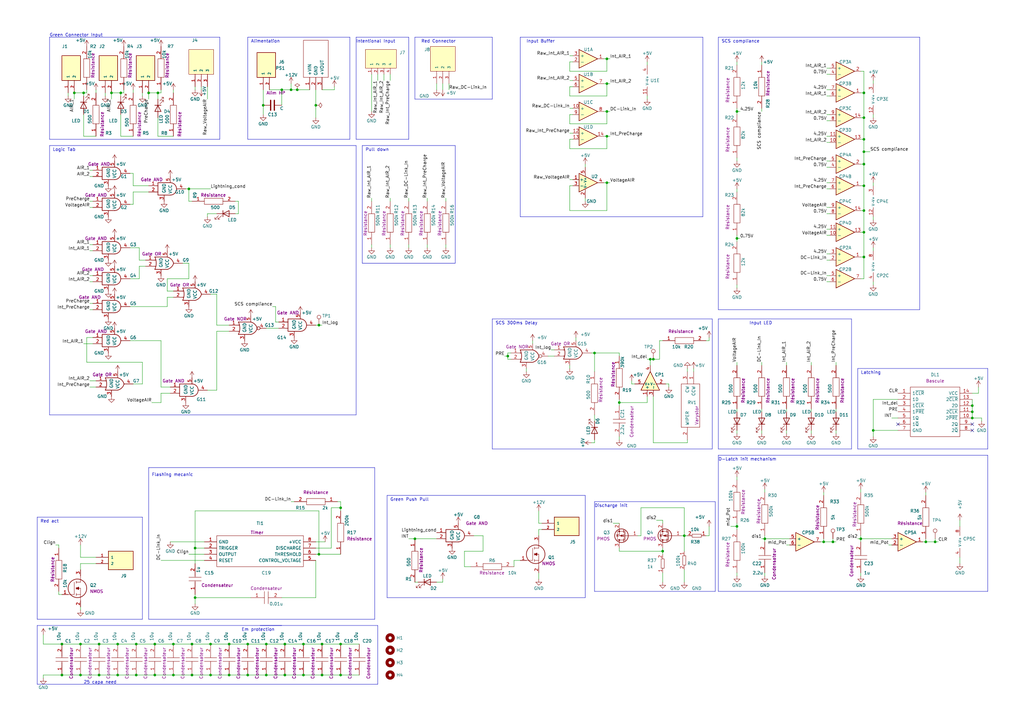
<source format=kicad_sch>
(kicad_sch (version 20230121) (generator eeschema)
  (paper "A3")
  (title_block (title "TSAL") (date "2024-02-05") (rev "V2.0") (company "Eymeric Chauchat"))
  (junction (at 48.26 276.86))
  (junction (at 86.36 276.86))
  (junction (at 109.22 276.86))
  (junction (at 86.36 264.16))
  (junction (at 78.74 276.86))
  (junction (at 139.7 276.86))
  (junction (at 40.64 264.16))
  (junction (at 358.14 176.53))
  (junction (at 398.78 171.45))
  (junction (at 115.57 36.83))
  (junction (at 55.88 276.86))
  (junction (at 77.47 77.47))
  (junction (at 170.18 220.98))
  (junction (at 243.84 144.78))
  (junction (at 302.26 97.79))
  (junction (at 354.33 57.15))
  (junction (at 124.46 264.16))
  (junction (at 45.72 38.1))
  (junction (at 130.81 227.33))
  (junction (at 248.92 24.13))
  (junction (at 30.48 38.1))
  (junction (at 132.08 276.86))
  (junction (at 379.73 222.25))
  (junction (at 248.92 55.88))
  (junction (at 71.12 276.86))
  (junction (at 398.78 168.91))
  (junction (at 119.38 36.83))
  (junction (at 266.7 147.32))
  (junction (at 33.02 264.16))
  (junction (at 64.77 38.1))
  (junction (at 354.33 95.25))
  (junction (at 25.4 264.16))
  (junction (at 101.6 264.16))
  (junction (at 107.95 43.18))
  (junction (at 109.22 264.16))
  (junction (at 248.92 34.29))
  (junction (at 354.33 67.31))
  (junction (at 208.28 146.05))
  (junction (at 313.69 220.98))
  (junction (at 55.88 264.16))
  (junction (at 25.4 276.86))
  (junction (at 129.54 43.18))
  (junction (at 341.63 222.25))
  (junction (at 49.53 38.1))
  (junction (at 121.92 36.83))
  (junction (at 354.33 48.26))
  (junction (at 267.97 147.32))
  (junction (at 40.64 276.86))
  (junction (at 101.6 276.86))
  (junction (at 353.06 220.98))
  (junction (at 80.01 224.79))
  (junction (at 139.7 264.16))
  (junction (at 132.08 264.16))
  (junction (at 337.82 222.25))
  (junction (at 354.33 76.2))
  (junction (at 354.33 86.36))
  (junction (at 63.5 276.86))
  (junction (at 248.92 74.93))
  (junction (at 354.33 62.23))
  (junction (at 33.02 276.86))
  (junction (at 139.7 208.28))
  (junction (at 271.78 226.06))
  (junction (at 124.46 276.86))
  (junction (at 354.33 38.1))
  (junction (at 130.81 133.35))
  (junction (at 354.33 105.41))
  (junction (at 78.74 264.16))
  (junction (at 398.78 166.37))
  (junction (at 116.84 276.86))
  (junction (at 254 165.1))
  (junction (at 116.84 264.16))
  (junction (at 71.12 264.16))
  (junction (at 302.26 215.9))
  (junction (at 280.67 219.71))
  (junction (at 63.5 264.16))
  (junction (at 60.96 38.1))
  (junction (at 383.54 222.25))
  (junction (at 93.98 276.86))
  (junction (at 48.26 264.16))
  (junction (at 302.26 45.72))
  (junction (at 93.98 264.16))
  (junction (at 80.01 245.11))
  (junction (at 34.29 38.1))
  (junction (at 248.92 45.72))
  (no_connect (at 398.78 173.99))
  (no_connect (at 398.78 176.53))
  (no_connect (at 368.3 173.99))
  (wire (pts (xy 53.34 83.82) (xy 54.61 83.82)))
  (wire (pts (xy 354.33 114.3) (xy 354.33 105.41)))
  (wire (pts (xy 86.36 276.86) (xy 93.98 276.86)))
  (wire (pts (xy 160.02 81.28) (xy 160.02 82.55)))
  (wire (pts (xy 80.01 209.55) (xy 80.01 224.79)))
  (wire (pts (xy 248.92 60.96) (xy 248.92 55.88)))
  (wire (pts (xy 270.51 139.7) (xy 271.78 139.7)))
  (wire (pts (xy 379.73 222.25) (xy 383.54 222.25)))
  (wire (pts (xy 233.68 60.96) (xy 248.92 60.96)))
  (wire (pts (xy 267.97 181.61) (xy 267.97 162.56)))
  (wire (pts (xy 80.01 243.84) (xy 80.01 245.11)))
  (wire (pts (xy 248.92 39.37) (xy 248.92 34.29)))
  (wire (pts (xy 53.34 125.73) (xy 68.58 125.73)))
  (wire (pts (xy 254 224.79) (xy 254 226.06)))
  (wire (pts (xy 57.15 114.3) (xy 57.15 109.22)))
  (wire (pts (xy 58.42 38.1) (xy 58.42 39.37)))
  (wire (pts (xy 85.09 35.56) (xy 85.09 40.64)))
  (wire (pts (xy 290.83 139.7) (xy 289.56 139.7)))
  (wire (pts (xy 210.82 232.41) (xy 210.82 229.87)))
  (wire (pts (xy 124.46 276.86) (xy 132.08 276.86)))
  (wire (pts (xy 339.09 49.53) (xy 340.36 49.53)))
  (wire (pts (xy 50.8 36.83) (xy 50.8 38.1)))
  (wire (pts (xy 78.74 276.86) (xy 86.36 276.86)))
  (wire (pts (xy 339.09 85.09) (xy 340.36 85.09)))
  (wire (pts (xy 254 165.1) (xy 254 166.37)))
  (wire (pts (xy 339.09 74.93) (xy 340.36 74.93)))
  (wire (pts (xy 82.55 35.56) (xy 82.55 36.83)))
  (wire (pts (xy 368.3 163.83) (xy 358.14 163.83)))
  (wire (pts (xy 76.2 77.47) (xy 77.47 77.47)))
  (wire (pts (xy 233.68 29.21) (xy 248.92 29.21)))
  (wire (pts (xy 34.29 38.1) (xy 35.56 38.1)))
  (wire (pts (xy 339.09 30.48) (xy 340.36 30.48)))
  (wire (pts (xy 248.92 29.21) (xy 248.92 24.13)))
  (wire (pts (xy 337.82 222.25) (xy 341.63 222.25)))
  (wire (pts (xy 220.98 234.95) (xy 220.98 237.49)))
  (wire (pts (xy 80.01 224.79) (xy 80.01 231.14)))
  (polyline (pts (xy 143.51 15.24) (xy 101.6 15.24)))
  (wire (pts (xy 342.9 167.64) (xy 342.9 168.91)))
  (wire (pts (xy 398.78 163.83) (xy 398.78 166.37)))
  (wire (pts (xy 93.98 135.89) (xy 88.9 135.89)))
  (wire (pts (xy 121.92 36.83) (xy 127 36.83)))
  (wire (pts (xy 233.68 22.86) (xy 234.95 22.86)))
  (polyline (pts (xy 148.59 59.69) (xy 186.69 59.69)))
  (wire (pts (xy 234.95 76.2) (xy 233.68 76.2)))
  (wire (pts (xy 302.26 97.79) (xy 302.26 99.06)))
  (wire (pts (xy 233.68 86.36) (xy 248.92 86.36)))
  (wire (pts (xy 364.49 223.52) (xy 365.76 223.52)))
  (wire (pts (xy 248.92 74.93) (xy 248.92 86.36)))
  (wire (pts (xy 54.61 157.48) (xy 58.42 157.48)))
  (wire (pts (xy 353.06 48.26) (xy 354.33 48.26)))
  (wire (pts (xy 401.32 158.75) (xy 401.32 161.29)))
  (wire (pts (xy 280.67 219.71) (xy 281.94 219.71)))
  (polyline (pts (xy 146.05 15.24) (xy 146.05 57.15)))
  (wire (pts (xy 339.09 104.14) (xy 340.36 104.14)))
  (polyline (pts (xy 101.6 57.15) (xy 143.51 57.15)))
  (wire (pts (xy 66.04 229.87) (xy 83.82 229.87)))
  (polyline (pts (xy 158.75 203.2) (xy 240.03 203.2)))
  (wire (pts (xy 383.54 220.98) (xy 383.54 222.25)))
  (wire (pts (xy 312.42 167.64) (xy 312.42 168.91)))
  (wire (pts (xy 68.58 119.38) (xy 71.12 119.38)))
  (polyline (pts (xy 170.18 15.24) (xy 170.18 40.64)))
  (wire (pts (xy 68.58 121.92) (xy 68.58 125.73)))
  (wire (pts (xy 129.54 222.25) (xy 133.35 222.25)))
  (wire (pts (xy 280.67 219.71) (xy 279.4 219.71)))
  (polyline (pts (xy 148.59 59.69) (xy 148.59 107.95)))
  (wire (pts (xy 77.47 107.95) (xy 77.47 114.3)))
  (wire (pts (xy 167.64 100.33) (xy 167.64 101.6)))
  (wire (pts (xy 323.85 220.98) (xy 313.69 220.98)))
  (wire (pts (xy 175.26 81.28) (xy 175.26 82.55)))
  (wire (pts (xy 290.83 139.7) (xy 290.83 138.43)))
  (wire (pts (xy 254 165.1) (xy 265.43 165.1)))
  (wire (pts (xy 281.94 181.61) (xy 281.94 180.34)))
  (wire (pts (xy 110.49 36.83) (xy 115.57 36.83)))
  (wire (pts (xy 66.04 158.75) (xy 69.85 158.75)))
  (wire (pts (xy 113.03 132.08) (xy 114.3 132.08)))
  (polyline (pts (xy 20.32 15.24) (xy 90.17 15.24)))
  (wire (pts (xy 339.09 46.99) (xy 340.36 46.99)))
  (wire (pts (xy 88.9 87.63) (xy 85.09 87.63)))
  (polyline (pts (xy 201.93 130.81) (xy 292.1 130.81)))
  (wire (pts (xy 339.09 68.58) (xy 340.36 68.58)))
  (polyline (pts (xy 240.03 203.2) (xy 240.03 245.11)))
  (wire (pts (xy 132.08 36.83) (xy 137.16 36.83)))
  (wire (pts (xy 190.5 232.41) (xy 193.04 232.41)))
  (wire (pts (xy 57.15 106.68) (xy 59.69 106.68)))
  (wire (pts (xy 63.5 276.86) (xy 71.12 276.86)))
  (wire (pts (xy 33.02 264.16) (xy 40.64 264.16)))
  (wire (pts (xy 354.33 76.2) (xy 354.33 86.36)))
  (wire (pts (xy 365.76 220.98) (xy 353.06 220.98)))
  (wire (pts (xy 332.74 176.53) (xy 332.74 177.8)))
  (wire (pts (xy 339.09 58.42) (xy 340.36 58.42)))
  (wire (pts (xy 312.42 25.4) (xy 312.42 26.67)))
  (wire (pts (xy 93.98 133.35) (xy 88.9 133.35)))
  (polyline (pts (xy 201.93 15.24) (xy 201.93 40.64)))
  (wire (pts (xy 337.82 220.98) (xy 337.82 222.25)))
  (wire (pts (xy 167.64 81.28) (xy 167.64 82.55)))
  (wire (pts (xy 354.33 86.36) (xy 354.33 95.25)))
  (polyline (pts (xy 351.79 151.13) (xy 351.79 184.15)))
  (wire (pts (xy 271.78 226.06) (xy 271.78 227.33)))
  (polyline (pts (xy 20.32 57.15) (xy 20.32 15.24)))
  (wire (pts (xy 27.94 38.1) (xy 27.94 39.37)))
  (wire (pts (xy 124.46 264.16) (xy 132.08 264.16)))
  (wire (pts (xy 69.85 222.25) (xy 83.82 222.25)))
  (wire (pts (xy 358.14 46.99) (xy 358.14 48.26)))
  (wire (pts (xy 224.79 146.05) (xy 227.33 146.05)))
  (wire (pts (xy 54.61 55.88) (xy 49.53 55.88)))
  (wire (pts (xy 120.65 205.74) (xy 119.38 205.74)))
  (wire (pts (xy 208.28 147.32) (xy 208.28 146.05)))
  (wire (pts (xy 398.78 168.91) (xy 398.78 171.45)))
  (wire (pts (xy 271.78 234.95) (xy 271.78 238.76)))
  (wire (pts (xy 281.94 152.4) (xy 281.94 151.13)))
  (wire (pts (xy 93.98 264.16) (xy 101.6 264.16)))
  (wire (pts (xy 129.54 227.33) (xy 130.81 227.33)))
  (wire (pts (xy 354.33 105.41) (xy 354.33 95.25)))
  (polyline (pts (xy 377.19 15.24) (xy 377.19 127)))
  (wire (pts (xy 248.92 34.29) (xy 250.19 34.29)))
  (wire (pts (xy 353.06 95.25) (xy 354.33 95.25)))
  (wire (pts (xy 115.57 36.83) (xy 119.38 36.83)))
  (wire (pts (xy 33.02 248.92) (xy 33.02 250.19)))
  (wire (pts (xy 45.72 38.1) (xy 49.53 38.1)))
  (wire (pts (xy 113.03 125.73) (xy 113.03 132.08)))
  (wire (pts (xy 353.06 86.36) (xy 354.33 86.36)))
  (wire (pts (xy 34.29 140.97) (xy 38.1 140.97)))
  (wire (pts (xy 312.42 176.53) (xy 312.42 177.8)))
  (wire (pts (xy 266.7 149.86) (xy 266.7 147.32)))
  (wire (pts (xy 109.22 264.16) (xy 116.84 264.16)))
  (wire (pts (xy 259.08 156.21) (xy 259.08 157.48)))
  (wire (pts (xy 116.84 264.16) (xy 124.46 264.16)))
  (wire (pts (xy 154.94 33.02) (xy 154.94 30.48)))
  (wire (pts (xy 77.47 114.3) (xy 68.58 114.3)))
  (wire (pts (xy 233.68 46.99) (xy 233.68 50.8)))
  (polyline (pts (xy 213.36 88.9) (xy 288.29 88.9)))
  (polyline (pts (xy 143.51 57.15) (xy 143.51 15.24)))
  (wire (pts (xy 313.69 219.71) (xy 313.69 220.98)))
  (polyline (pts (xy 170.18 15.24) (xy 201.93 15.24)))
  (wire (pts (xy 119.38 34.29) (xy 119.38 36.83)))
  (wire (pts (xy 34.29 46.99) (xy 34.29 55.88)))
  (polyline (pts (xy 288.29 15.24) (xy 213.36 15.24)))
  (wire (pts (xy 402.59 172.72) (xy 402.59 171.45)))
  (wire (pts (xy 129.54 36.83) (xy 129.54 43.18)))
  (wire (pts (xy 354.33 62.23) (xy 356.87 62.23)))
  (wire (pts (xy 80.01 224.79) (xy 83.82 224.79)))
  (wire (pts (xy 71.12 264.16) (xy 78.74 264.16)))
  (wire (pts (xy 36.83 124.46) (xy 38.1 124.46)))
  (wire (pts (xy 354.33 57.15) (xy 354.33 62.23)))
  (wire (pts (xy 107.95 43.18) (xy 107.95 46.99)))
  (wire (pts (xy 85.09 87.63) (xy 85.09 88.9)))
  (wire (pts (xy 302.26 64.77) (xy 302.26 66.04)))
  (wire (pts (xy 209.55 147.32) (xy 208.28 147.32)))
  (wire (pts (xy 358.14 74.93) (xy 358.14 76.2)))
  (wire (pts (xy 313.69 200.66) (xy 313.69 201.93)))
  (wire (pts (xy 208.28 146.05) (xy 208.28 144.78)))
  (wire (pts (xy 30.48 38.1) (xy 30.48 40.64)))
  (wire (pts (xy 248.92 24.13) (xy 250.19 24.13)))
  (wire (pts (xy 97.79 87.63) (xy 96.52 87.63)))
  (wire (pts (xy 182.88 100.33) (xy 182.88 101.6)))
  (wire (pts (xy 71.12 36.83) (xy 71.12 38.1)))
  (wire (pts (xy 57.15 109.22) (xy 59.69 109.22)))
  (wire (pts (xy 215.9 151.13) (xy 215.9 152.4)))
  (wire (pts (xy 181.61 237.49) (xy 181.61 238.76)))
  (wire (pts (xy 353.06 105.41) (xy 354.33 105.41)))
  (wire (pts (xy 240.03 81.28) (xy 240.03 82.55)))
  (wire (pts (xy 160.02 33.02) (xy 160.02 30.48)))
  (wire (pts (xy 64.77 55.88) (xy 64.77 48.26)))
  (wire (pts (xy 36.83 115.57) (xy 38.1 115.57)))
  (wire (pts (xy 358.14 33.02) (xy 358.14 34.29)))
  (polyline (pts (xy 293.37 242.57) (xy 293.37 205.74)))
  (wire (pts (xy 101.6 264.16) (xy 109.22 264.16)))
  (wire (pts (xy 130.81 227.33) (xy 139.7 227.33)))
  (wire (pts (xy 33.02 231.14) (xy 39.37 231.14)))
  (polyline (pts (xy 60.96 254) (xy 60.96 191.77)))
  (wire (pts (xy 40.64 264.16) (xy 48.26 264.16)))
  (wire (pts (xy 353.06 29.21) (xy 354.33 29.21)))
  (wire (pts (xy 132.08 276.86) (xy 139.7 276.86)))
  (wire (pts (xy 39.37 55.88) (xy 34.29 55.88)))
  (wire (pts (xy 220.98 209.55) (xy 220.98 214.63)))
  (polyline (pts (xy 294.64 15.24) (xy 377.19 15.24)))
  (wire (pts (xy 129.54 245.11) (xy 115.57 245.11)))
  (wire (pts (xy 358.14 101.6) (xy 358.14 102.87)))
  (wire (pts (xy 132.08 264.16) (xy 139.7 264.16)))
  (wire (pts (xy 302.26 25.4) (xy 302.26 26.67)))
  (polyline (pts (xy 15.24 256.54) (xy 115.57 256.54)))
  (wire (pts (xy 80.01 35.56) (xy 80.01 36.83)))
  (wire (pts (xy 170.18 238.76) (xy 171.45 238.76)))
  (wire (pts (xy 119.38 36.83) (xy 121.92 36.83)))
  (polyline (pts (xy 154.94 280.67) (xy 15.24 280.67)))
  (wire (pts (xy 233.68 50.8) (xy 248.92 50.8)))
  (wire (pts (xy 233.68 25.4) (xy 233.68 29.21)))
  (wire (pts (xy 93.98 276.86) (xy 101.6 276.86)))
  (polyline (pts (xy 146.05 170.18) (xy 20.32 170.18)))
  (polyline (pts (xy 153.67 254) (xy 60.96 254)))
  (wire (pts (xy 55.88 276.86) (xy 48.26 276.86)))
  (polyline (pts (xy 15.24 256.54) (xy 15.24 280.67)))
  (wire (pts (xy 339.09 55.88) (xy 340.36 55.88)))
  (wire (pts (xy 66.04 165.1) (xy 62.23 165.1)))
  (wire (pts (xy 101.6 276.86) (xy 109.22 276.86)))
  (wire (pts (xy 243.84 180.34) (xy 243.84 181.61)))
  (wire (pts (xy 290.83 215.9) (xy 290.83 219.71)))
  (wire (pts (xy 302.26 45.72) (xy 303.53 45.72)))
  (wire (pts (xy 33.02 231.14) (xy 33.02 233.68)))
  (polyline (pts (xy 101.6 15.24) (xy 101.6 57.15)))
  (wire (pts (xy 302.26 195.58) (xy 302.26 196.85)))
  (wire (pts (xy 339.09 36.83) (xy 340.36 36.83)))
  (wire (pts (xy 96.52 82.55) (xy 97.79 82.55)))
  (wire (pts (xy 251.46 214.63) (xy 254 214.63)))
  (polyline (pts (xy 58.42 212.09) (xy 58.42 254)))
  (polyline (pts (xy 153.67 191.77) (xy 153.67 254)))
  (wire (pts (xy 302.26 77.47) (xy 302.26 78.74)))
  (wire (pts (xy 270.51 139.7) (xy 270.51 147.32)))
  (wire (pts (xy 124.46 276.86) (xy 116.84 276.86)))
  (wire (pts (xy 53.34 101.6) (xy 57.15 101.6)))
  (wire (pts (xy 35.56 138.43) (xy 38.1 138.43)))
  (wire (pts (xy 248.92 24.13) (xy 247.65 24.13)))
  (wire (pts (xy 247.65 74.93) (xy 248.92 74.93)))
  (wire (pts (xy 302.26 214.63) (xy 302.26 215.9)))
  (wire (pts (xy 332.74 167.64) (xy 332.74 168.91)))
  (wire (pts (xy 60.96 38.1) (xy 64.77 38.1)))
  (wire (pts (xy 341.63 220.98) (xy 341.63 222.25)))
  (polyline (pts (xy 288.29 15.24) (xy 288.29 88.9)))
  (polyline (pts (xy 146.05 57.15) (xy 167.64 57.15)))
  (wire (pts (xy 208.28 144.78) (xy 209.55 144.78)))
  (wire (pts (xy 383.54 222.25) (xy 384.81 222.25)))
  (polyline (pts (xy 405.13 151.13) (xy 405.13 184.15)))
  (wire (pts (xy 265.43 25.4) (xy 265.43 26.67)))
  (wire (pts (xy 265.43 39.37) (xy 265.43 40.64)))
  (wire (pts (xy 77.47 77.47) (xy 77.47 82.55)))
  (polyline (pts (xy 294.64 130.81) (xy 294.64 184.15)))
  (wire (pts (xy 312.42 148.59) (xy 312.42 149.86)))
  (wire (pts (xy 86.36 264.16) (xy 93.98 264.16)))
  (wire (pts (xy 36.83 158.75) (xy 39.37 158.75)))
  (wire (pts (xy 60.96 38.1) (xy 60.96 40.64)))
  (wire (pts (xy 139.7 205.74) (xy 139.7 208.28)))
  (wire (pts (xy 34.29 38.1) (xy 34.29 39.37)))
  (polyline (pts (xy 294.64 184.15) (xy 349.25 184.15)))
  (polyline (pts (xy 294.64 186.69) (xy 405.13 186.69)))
  (polyline (pts (xy 351.79 151.13) (xy 405.13 151.13)))
  (wire (pts (xy 222.25 214.63) (xy 220.98 214.63)))
  (wire (pts (xy 339.09 27.94) (xy 340.36 27.94)))
  (wire (pts (xy 280.67 219.71) (xy 280.67 226.06)))
  (wire (pts (xy 322.58 148.59) (xy 322.58 149.86)))
  (wire (pts (xy 271.78 224.79) (xy 271.78 226.06)))
  (polyline (pts (xy 243.84 205.74) (xy 243.84 242.57)))
  (wire (pts (xy 267.97 147.32) (xy 270.51 147.32)))
  (wire (pts (xy 39.37 228.6) (xy 33.02 228.6)))
  (wire (pts (xy 322.58 176.53) (xy 322.58 177.8)))
  (wire (pts (xy 398.78 161.29) (xy 401.32 161.29)))
  (wire (pts (xy 353.06 67.31) (xy 354.33 67.31)))
  (wire (pts (xy 353.06 200.66) (xy 353.06 201.93)))
  (wire (pts (xy 198.12 226.06) (xy 190.5 226.06)))
  (wire (pts (xy 181.61 34.29) (xy 181.61 36.83)))
  (wire (pts (xy 339.09 96.52) (xy 340.36 96.52)))
  (wire (pts (xy 129.54 229.87) (xy 129.54 245.11)))
  (wire (pts (xy 262.89 219.71) (xy 262.89 208.28)))
  (wire (pts (xy 248.92 34.29) (xy 247.65 34.29)))
  (polyline (pts (xy 293.37 205.74) (xy 243.84 205.74)))
  (polyline (pts (xy 405.13 242.57) (xy 294.64 242.57)))
  (wire (pts (xy 248.92 45.72) (xy 250.19 45.72)))
  (wire (pts (xy 35.56 36.83) (xy 35.56 38.1)))
  (wire (pts (xy 234.95 35.56) (xy 233.68 35.56)))
  (wire (pts (xy 265.43 165.1) (xy 265.43 162.56)))
  (wire (pts (xy 342.9 148.59) (xy 342.9 149.86)))
  (wire (pts (xy 273.05 157.48) (xy 274.32 157.48)))
  (polyline (pts (xy 158.75 203.2) (xy 158.75 245.11)))
  (wire (pts (xy 259.08 157.48) (xy 260.35 157.48)))
  (wire (pts (xy 24.13 223.52) (xy 24.13 224.79)))
  (wire (pts (xy 313.69 234.95) (xy 313.69 236.22)))
  (wire (pts (xy 77.47 77.47) (xy 86.36 77.47)))
  (wire (pts (xy 322.58 223.52) (xy 323.85 223.52)))
  (wire (pts (xy 160.02 100.33) (xy 160.02 101.6)))
  (wire (pts (xy 182.88 81.28) (xy 182.88 82.55)))
  (wire (pts (xy 339.09 115.57) (xy 340.36 115.57)))
  (wire (pts (xy 36.83 82.55) (xy 38.1 82.55)))
  (wire (pts (xy 48.26 276.86) (xy 40.64 276.86)))
  (polyline (pts (xy 201.93 130.81) (xy 201.93 184.15)))
  (wire (pts (xy 398.78 171.45) (xy 402.59 171.45)))
  (wire (pts (xy 88.9 135.89) (xy 88.9 160.02)))
  (polyline (pts (xy 377.19 127) (xy 294.64 127)))
  (wire (pts (xy 36.83 100.33) (xy 38.1 100.33)))
  (wire (pts (xy 57.15 101.6) (xy 57.15 106.68)))
  (wire (pts (xy 115.57 36.83) (xy 115.57 43.18)))
  (wire (pts (xy 313.69 220.98) (xy 313.69 222.25)))
  (polyline (pts (xy 294.64 242.57) (xy 294.64 186.69)))
  (wire (pts (xy 43.18 38.1) (xy 43.18 39.37)))
  (wire (pts (xy 175.26 100.33) (xy 175.26 101.6)))
  (wire (pts (xy 254 179.07) (xy 254 180.34)))
  (wire (pts (xy 139.7 205.74) (xy 138.43 205.74)))
  (wire (pts (xy 302.26 176.53) (xy 302.26 177.8)))
  (polyline (pts (xy 60.96 191.77) (xy 153.67 191.77)))
  (wire (pts (xy 269.24 213.36) (xy 271.78 213.36)))
  (polyline (pts (xy 201.93 184.15) (xy 292.1 184.15)))
  (wire (pts (xy 152.4 81.28) (xy 152.4 82.55)))
  (polyline (pts (xy 294.64 15.24) (xy 294.64 127)))
  (wire (pts (xy 271.78 213.36) (xy 271.78 214.63)))
  (wire (pts (xy 135.89 208.28) (xy 135.89 224.79)))
  (wire (pts (xy 358.14 115.57) (xy 358.14 116.84)))
  (wire (pts (xy 49.53 38.1) (xy 49.53 39.37)))
  (wire (pts (xy 152.4 100.33) (xy 152.4 101.6)))
  (wire (pts (xy 17.78 260.35) (xy 17.78 264.16)))
  (wire (pts (xy 54.61 36.83) (xy 54.61 38.1)))
  (wire (pts (xy 393.7 213.36) (xy 393.7 215.9)))
  (wire (pts (xy 353.06 76.2) (xy 354.33 76.2)))
  (wire (pts (xy 130.81 133.35) (xy 132.08 133.35)))
  (wire (pts (xy 312.42 44.45) (xy 312.42 45.72)))
  (wire (pts (xy 109.22 134.62) (xy 114.3 134.62)))
  (wire (pts (xy 54.61 71.12) (xy 54.61 76.2)))
  (wire (pts (xy 179.07 34.29) (xy 179.07 36.83)))
  (wire (pts (xy 25.4 264.16) (xy 33.02 264.16)))
  (wire (pts (xy 302.26 97.79) (xy 303.53 97.79)))
  (wire (pts (xy 36.83 156.21) (xy 39.37 156.21)))
  (wire (pts (xy 254 163.83) (xy 254 165.1)))
  (wire (pts (xy 78.74 264.16) (xy 86.36 264.16)))
  (polyline (pts (xy 240.03 245.11) (xy 158.75 245.11)))
  (polyline (pts (xy 90.17 15.24) (xy 90.17 57.15)))
  (wire (pts (xy 233.68 39.37) (xy 248.92 39.37)))
  (wire (pts (xy 130.81 227.33) (xy 130.81 209.55)))
  (wire (pts (xy 129.54 224.79) (xy 135.89 224.79)))
  (wire (pts (xy 233.68 149.86) (xy 233.68 151.13)))
  (wire (pts (xy 234.95 25.4) (xy 233.68 25.4)))
  (wire (pts (xy 198.12 219.71) (xy 198.12 226.06)))
  (wire (pts (xy 339.09 113.03) (xy 340.36 113.03)))
  (wire (pts (xy 289.56 219.71) (xy 290.83 219.71)))
  (wire (pts (xy 71.12 121.92) (xy 68.58 121.92)))
  (wire (pts (xy 322.58 167.64) (xy 322.58 168.91)))
  (wire (pts (xy 233.68 76.2) (xy 233.68 86.36)))
  (wire (pts (xy 339.09 93.98) (xy 340.36 93.98)))
  (polyline (pts (xy 405.13 186.69) (xy 405.13 242.57)))
  (wire (pts (xy 248.92 55.88) (xy 247.65 55.88)))
  (wire (pts (xy 88.9 120.65) (xy 86.36 120.65)))
  (wire (pts (xy 184.15 34.29) (xy 184.15 36.83)))
  (wire (pts (xy 74.93 107.95) (xy 77.47 107.95)))
  (wire (pts (xy 365.76 171.45) (xy 368.3 171.45)))
  (polyline (pts (xy 201.93 40.64) (xy 170.18 40.64)))
  (wire (pts (xy 49.53 55.88) (xy 49.53 46.99)))
  (wire (pts (xy 25.4 276.86) (xy 33.02 276.86)))
  (wire (pts (xy 129.54 43.18) (xy 129.54 48.26)))
  (wire (pts (xy 284.48 151.13) (xy 284.48 152.4)))
  (wire (pts (xy 66.04 36.83) (xy 66.04 38.1)))
  (wire (pts (xy 280.67 233.68) (xy 280.67 238.76)))
  (wire (pts (xy 30.48 38.1) (xy 34.29 38.1)))
  (wire (pts (xy 54.61 78.74) (xy 60.96 78.74)))
  (wire (pts (xy 339.09 106.68) (xy 340.36 106.68)))
  (wire (pts (xy 248.92 55.88) (xy 250.19 55.88)))
  (wire (pts (xy 33.02 276.86) (xy 40.64 276.86)))
  (polyline (pts (xy 146.05 59.69) (xy 146.05 170.18)))
  (polyline (pts (xy 106.68 256.54) (xy 154.94 256.54)))
  (wire (pts (xy 80.01 245.11) (xy 80.01 247.65)))
  (wire (pts (xy 53.34 114.3) (xy 57.15 114.3)))
  (wire (pts (xy 353.06 57.15) (xy 354.33 57.15)))
  (wire (pts (xy 302.26 96.52) (xy 302.26 97.79)))
  (wire (pts (xy 152.4 30.48) (xy 152.4 45.72)))
  (wire (pts (xy 354.33 67.31) (xy 354.33 76.2)))
  (wire (pts (xy 111.76 125.73) (xy 113.03 125.73)))
  (wire (pts (xy 109.22 276.86) (xy 116.84 276.86)))
  (wire (pts (xy 358.14 163.83) (xy 358.14 176.53)))
  (wire (pts (xy 353.06 220.98) (xy 353.06 222.25)))
  (wire (pts (xy 339.09 87.63) (xy 340.36 87.63)))
  (wire (pts (xy 77.47 227.33) (xy 83.82 227.33)))
  (wire (pts (xy 351.79 220.98) (xy 353.06 220.98)))
  (wire (pts (xy 233.68 57.15) (xy 233.68 60.96)))
  (wire (pts (xy 265.43 147.32) (xy 266.7 147.32)))
  (wire (pts (xy 353.06 234.95) (xy 353.06 236.22)))
  (wire (pts (xy 236.22 138.43) (xy 236.22 139.7)))
  (wire (pts (xy 36.83 127) (xy 38.1 127)))
  (wire (pts (xy 254 144.78) (xy 254 146.05)))
  (wire (pts (xy 262.89 208.28) (xy 280.67 208.28)))
  (wire (pts (xy 243.84 152.4) (xy 243.84 144.78)))
  (wire (pts (xy 170.18 220.98) (xy 179.07 220.98)))
  (wire (pts (xy 248.92 74.93) (xy 250.19 74.93)))
  (wire (pts (xy 190.5 226.06) (xy 190.5 232.41)))
  (wire (pts (xy 233.68 73.66) (xy 234.95 73.66)))
  (wire (pts (xy 243.84 144.78) (xy 254 144.78)))
  (wire (pts (xy 167.64 220.98) (xy 170.18 220.98)))
  (wire (pts (xy 179.07 238.76) (xy 181.61 238.76)))
  (wire (pts (xy 137.16 35.56) (xy 137.16 36.83)))
  (wire (pts (xy 77.47 82.55) (xy 78.74 82.55)))
  (wire (pts (xy 39.37 36.83) (xy 39.37 38.1)))
  (wire (pts (xy 358.14 176.53) (xy 358.14 179.07)))
  (wire (pts (xy 64.77 38.1) (xy 64.77 40.64)))
  (wire (pts (xy 64.77 38.1) (xy 66.04 38.1)))
  (wire (pts (xy 58.42 148.59) (xy 35.56 148.59)))
  (wire (pts (xy 22.86 223.52) (xy 24.13 223.52)))
  (wire (pts (xy 281.94 181.61) (xy 267.97 181.61)))
  (wire (pts (xy 302.26 116.84) (xy 302.26 118.11)))
  (wire (pts (xy 243.84 172.72) (xy 243.84 170.18)))
  (wire (pts (xy 262.89 219.71) (xy 261.62 219.71)))
  (wire (pts (xy 36.83 85.09) (xy 38.1 85.09)))
  (wire (pts (xy 220.98 217.17) (xy 222.25 217.17)))
  (polyline (pts (xy 20.32 59.69) (xy 146.05 59.69)))
  (wire (pts (xy 157.48 33.02) (xy 157.48 30.48)))
  (wire (pts (xy 302.26 45.72) (xy 302.26 46.99)))
  (wire (pts (xy 17.78 276.86) (xy 25.4 276.86)))
  (wire (pts (xy 139.7 208.28) (xy 135.89 208.28)))
  (wire (pts (xy 66.04 139.7) (xy 66.04 158.75)))
  (wire (pts (xy 24.13 243.84) (xy 25.4 243.84)))
  (polyline (pts (xy 294.64 130.81) (xy 349.25 130.81)))
  (wire (pts (xy 63.5 264.16) (xy 71.12 264.16)))
  (wire (pts (xy 107.95 36.83) (xy 107.95 43.18)))
  (wire (pts (xy 302.26 215.9) (xy 299.72 215.9)))
  (wire (pts (xy 353.06 38.1) (xy 354.33 38.1)))
  (wire (pts (xy 36.83 69.85) (xy 38.1 69.85)))
  (wire (pts (xy 139.7 276.86) (xy 147.32 276.86)))
  (wire (pts (xy 36.83 113.03) (xy 38.1 113.03)))
  (wire (pts (xy 302.26 215.9) (xy 302.26 217.17)))
  (wire (pts (xy 35.56 138.43) (xy 35.56 148.59)))
  (wire (pts (xy 33.02 223.52) (xy 33.02 228.6)))
  (polyline (pts (xy 243.84 242.57) (xy 293.37 242.57)))
  (wire (pts (xy 341.63 222.25) (xy 342.9 222.25)))
  (wire (pts (xy 358.14 88.9) (xy 358.14 90.17)))
  (wire (pts (xy 233.68 57.15) (xy 234.95 57.15)))
  (polyline (pts (xy 154.94 256.54) (xy 154.94 280.67)))
  (wire (pts (xy 398.78 166.37) (xy 398.78 168.91)))
  (wire (pts (xy 393.7 231.14) (xy 393.7 228.6)))
  (wire (pts (xy 139.7 208.28) (xy 139.7 209.55)))
  (wire (pts (xy 58.42 157.48) (xy 58.42 148.59)))
  (wire (pts (xy 339.09 77.47) (xy 340.36 77.47)))
  (wire (pts (xy 254 226.06) (xy 271.78 226.06)))
  (wire (pts (xy 266.7 147.32) (xy 267.97 147.32)))
  (wire (pts (xy 55.88 264.16) (xy 63.5 264.16)))
  (wire (pts (xy 63.5 276.86) (xy 55.88 276.86)))
  (wire (pts (xy 354.33 62.23) (xy 354.33 67.31)))
  (wire (pts (xy 88.9 120.65) (xy 88.9 133.35)))
  (wire (pts (xy 233.68 35.56) (xy 233.68 39.37)))
  (wire (pts (xy 88.9 160.02) (xy 85.09 160.02)))
  (wire (pts (xy 354.33 29.21) (xy 354.33 38.1)))
  (wire (pts (xy 332.74 148.59) (xy 332.74 149.86)))
  (wire (pts (xy 71.12 276.86) (xy 78.74 276.86)))
  (wire (pts (xy 54.61 76.2) (xy 60.96 76.2)))
  (wire (pts (xy 80.01 245.11) (xy 102.87 245.11)))
  (wire (pts (xy 71.12 55.88) (xy 64.77 55.88)))
  (wire (pts (xy 49.53 38.1) (xy 50.8 38.1)))
  (wire (pts (xy 379.73 220.98) (xy 379.73 222.25)))
  (wire (pts (xy 379.73 201.93) (xy 379.73 203.2)))
  (polyline (pts (xy 213.36 15.24) (xy 213.36 88.9)))
  (polyline (pts (xy 58.42 254) (xy 15.24 254)))
  (wire (pts (xy 66.04 161.29) (xy 66.04 165.1)))
  (wire (pts (xy 242.57 144.78) (xy 243.84 144.78)))
  (polyline (pts (xy 349.25 184.15) (xy 349.25 130.81)))
  (wire (pts (xy 129.54 133.35) (xy 130.81 133.35)))
  (wire (pts (xy 220.98 217.17) (xy 220.98 219.71)))
  (polyline (pts (xy 15.24 212.09) (xy 58.42 212.09)))
  (polyline (pts (xy 146.05 15.24) (xy 167.64 15.24)))
  (wire (pts (xy 302.26 148.59) (xy 302.26 149.86)))
  (wire (pts (xy 243.84 181.61) (xy 242.57 181.61)))
  (polyline (pts (xy 15.24 254) (xy 15.24 212.09)))
  (wire (pts (xy 139.7 264.16) (xy 147.32 264.16)))
  (wire (pts (xy 53.34 71.12) (xy 54.61 71.12)))
  (wire (pts (xy 36.83 102.87) (xy 38.1 102.87)))
  (wire (pts (xy 312.42 220.98) (xy 313.69 220.98)))
  (wire (pts (xy 17.78 276.86) (xy 17.78 278.13)))
  (wire (pts (xy 80.01 209.55) (xy 130.81 209.55)))
  (polyline (pts (xy 292.1 184.15) (xy 292.1 130.81)))
  (polyline (pts (xy 186.69 59.69) (xy 186.69 107.95)))
  (wire (pts (xy 248.92 45.72) (xy 247.65 45.72)))
  (polyline (pts (xy 20.32 59.69) (xy 20.32 170.18)))
  (wire (pts (xy 226.06 143.51) (xy 227.33 143.51)))
  (wire (pts (xy 339.09 66.04) (xy 340.36 66.04)))
  (wire (pts (xy 233.68 54.61) (xy 234.95 54.61)))
  (polyline (pts (xy 405.13 184.15) (xy 351.79 184.15)))
  (wire (pts (xy 53.34 139.7) (xy 66.04 139.7)))
  (wire (pts (xy 207.01 146.05) (xy 208.28 146.05)))
  (wire (pts (xy 234.95 46.99) (xy 233.68 46.99)))
  (wire (pts (xy 210.82 229.87) (xy 213.36 229.87)))
  (wire (pts (xy 353.06 219.71) (xy 353.06 220.98)))
  (wire (pts (xy 17.78 264.16) (xy 25.4 264.16)))
  (wire (pts (xy 302.26 234.95) (xy 302.26 236.22)))
  (wire (pts (xy 336.55 222.25) (xy 337.82 222.25)))
  (wire (pts (xy 358.14 176.53) (xy 368.3 176.53)))
  (wire (pts (xy 354.33 48.26) (xy 354.33 57.15)))
  (wire (pts (xy 54.61 78.74) (xy 54.61 83.82)))
  (wire (pts (xy 97.79 82.55) (xy 97.79 87.63)))
  (wire (pts (xy 302.26 44.45) (xy 302.26 45.72)))
  (wire (pts (xy 353.06 114.3) (xy 354.33 114.3)))
  (wire (pts (xy 274.32 157.48) (xy 274.32 158.75)))
  (wire (pts (xy 69.85 161.29) (xy 66.04 161.29)))
  (polyline (pts (xy 186.69 107.95) (xy 148.59 107.95)))
  (wire (pts (xy 354.33 38.1) (xy 354.33 48.26)))
  (wire (pts (xy 24.13 243.84) (xy 24.13 242.57)))
  (wire (pts (xy 36.83 72.39) (xy 38.1 72.39)))
  (wire (pts (xy 339.09 39.37) (xy 340.36 39.37)))
  (wire (pts (xy 218.44 139.7) (xy 218.44 140.97)))
  (wire (pts (xy 337.82 201.93) (xy 337.82 203.2)))
  (wire (pts (xy 233.68 44.45) (xy 234.95 44.45)))
  (wire (pts (xy 45.72 38.1) (xy 45.72 40.64)))
  (polyline (pts (xy 167.64 57.15) (xy 167.64 15.24)))
  (polyline (pts (xy 90.17 57.15) (xy 20.32 57.15)))
  (wire (pts (xy 248.92 50.8) (xy 248.92 45.72)))
  (wire (pts (xy 240.03 67.31) (xy 240.03 68.58)))
  (wire (pts (xy 378.46 222.25) (xy 379.73 222.25)))
  (wire (pts (xy 280.67 208.28) (xy 280.67 219.71)))
  (wire (pts (xy 68.58 114.3) (xy 68.58 119.38)))
  (wire (pts (xy 233.68 33.02) (xy 234.95 33.02)))
  (wire (pts (xy 194.31 219.71) (xy 198.12 219.71)))
  (wire (pts (xy 48.26 264.16) (xy 55.88 264.16)))
  (wire (pts (xy 342.9 176.53) (xy 342.9 177.8)))
  (wire (pts (xy 302.26 167.64) (xy 302.26 168.91)))
  (text "Green Push Pull\n" (at 160.02 205.74 0) (effects (font (size 1.27 1.27)) (justify left bottom)))
  (text "Red Connector\n" (at 172.72 17.78 0) (effects (font (size 1.27 1.27)) (justify left bottom)))
  (text "Flashing mecanic\n" (at 62.23 195.58 0) (effects (font (size 1.27 1.27)) (justify left bottom)))
  (text "Green Connector Input" (at 20.32 15.24 0) (effects (font (size 1.27 1.27)) (justify left bottom)))
  (text "Em protection" (at 99.06 259.08 0) (effects (font (size 1.27 1.27)) (justify left bottom)))
  (text "Alimentation\n" (at 102.87 17.78 0) (effects (font (size 1.27 1.27)) (justify left bottom)))
  (text "SCS compliance" (at 295.91 17.78 0) (effects (font (size 1.27 1.27)) (justify left bottom)))
  (text "Red act" (at 16.51 214.63 0) (effects (font (size 1.27 1.27)) (justify left bottom)))
  (text "Discharge init" (at 243.84 208.28 0) (effects (font (size 1.27 1.27)) (justify left bottom)))
  (text "Pull down" (at 149.86 62.23 0) (effects (font (size 1.27 1.27)) (justify left bottom)))
  (text "25 capa need" (at 34.29 280.67 0) (effects (font (size 1.27 1.27)) (justify left bottom)))
  (text "Logic Tab" (at 21.59 62.23 0) (effects (font (size 1.27 1.27)) (justify left bottom)))
  (text "Latching" (at 353.06 153.67 0) (effects (font (size 1.27 1.27)) (justify left bottom)))
  (text "SCS 300ms Delay\n" (at 203.2 133.35 0) (effects (font (size 1.27 1.27)) (justify left bottom)))
  (text "D-Latch init mechanism" (at 294.64 189.23 0) (effects (font (size 1.27 1.27)) (justify left bottom)))
  (text "Input LED" (at 307.34 133.35 0) (effects (font (size 1.27 1.27)) (justify left bottom)))
  (text "Intentional Input" (at 146.05 17.78 0) (effects (font (size 1.27 1.27)) (justify left bottom)))
  (text "Input Buffer" (at 215.9 17.78 0) (effects (font (size 1.27 1.27)) (justify left bottom)))
  (label "0.75V" (at 339.09 115.57 180))
  (label "Raw_VoltageAIR" (at 233.68 73.66 180))
  (label "Int_AIR_2" (at 332.74 148.59 90))
  (label "Clign" (at 22.86 223.52 180))
  (label "4.25V" (at 303.53 45.72 0))
  (label "Int_log" (at 132.08 133.35 0))
  (label "Int_PreCharge" (at 36.83 158.75 180))
  (label "INT" (at 167.64 220.98 180))
  (label "VoltageAIR" (at 339.09 85.09 180))
  (label "SCS compliance" (at 111.76 125.73 180))
  (label "4.25V" (at 339.09 36.83 180))
  (label "PRE" (at 342.9 222.25 0))
  (label "AIR_2" (at 45.72 40.64 270))
  (label "PRE" (at 368.3 168.91 180))
  (label "INT" (at 365.76 171.45 180))
  (label "Int_PreCharge" (at 36.83 127 180))
  (label "Lightning_cond" (at 86.36 77.47 0))
  (label "VoltageAIR" (at 250.19 74.93 0))
  (label "dis2" (at 269.24 213.36 180))
  (label "mid_Pot" (at 299.72 215.9 90))
  (label "Int_AIR_2" (at 36.83 156.21 180))
  (label "4.25V" (at 339.09 74.93 180))
  (label "Int_AIR_2" (at 339.09 46.99 180))
  (label "SCS compliance" (at 356.87 62.23 0))
  (label "DC-Link_In" (at 66.04 229.87 90))
  (label "Raw_VoltageAIR" (at 182.88 81.28 90))
  (label "VoltageAIR" (at 339.09 96.52 180))
  (label "Int_PreCharge" (at 250.19 55.88 0))
  (label "4.25V" (at 339.09 55.88 180))
  (label "Raw_Int_AIR_2" (at 157.48 33.02 270))
  (label "DC-Link_In" (at 119.38 205.74 180))
  (label "Lightning_cond" (at 179.07 218.44 180))
  (label "DC-Link_In" (at 339.09 113.03 180))
  (label "Int_del" (at 368.3 166.37 180))
  (label "Int_del" (at 265.43 147.32 180))
  (label "Int_AIR_2" (at 339.09 58.42 180))
  (label "Int_PreCharge" (at 339.09 77.47 180))
  (label "CLR" (at 384.81 222.25 0))
  (label "Int_AIR_2" (at 250.19 34.29 0))
  (label "AIR_2" (at 36.83 72.39 180))
  (label "Int_AIR_1" (at 34.29 140.97 180))
  (label "dis2" (at 351.79 220.98 180))
  (label "Int_AIR_1" (at 339.09 27.94 180))
  (label "Raw_Int_PreCharge" (at 160.02 33.02 270))
  (label "Raw_DC-Link_In" (at 233.68 44.45 180))
  (label "4.25V" (at 339.09 93.98 180))
  (label "dis1" (at 251.46 214.63 180))
  (label "Raw_Int_AIR_2" (at 160.02 81.28 90))
  (label "AIR_1" (at 30.48 40.64 270))
  (label "Raw_Int_AIR_1" (at 233.68 22.86 180))
  (label "0.75V" (at 339.09 87.63 180))
  (label "Clign" (at 77.47 227.33 180))
  (label "Raw_Int_AIR_1" (at 154.94 33.02 270))
  (label "Int_AIR_1" (at 36.83 102.87 180))
  (label "Int_AIR_1" (at 250.19 24.13 0))
  (label "Raw_VoltageAIR" (at 85.09 40.64 270))
  (label "DC-Link_In" (at 312.42 148.59 90))
  (label "4.25V" (at 339.09 104.14 180))
  (label "Int_AIR_2" (at 36.83 115.57 180))
  (label "Raw_DC-Link_In" (at 184.15 36.83 0))
  (label "Int_AIR_1" (at 339.09 39.37 180))
  (label "VoltageAIR" (at 36.83 85.09 180))
  (label "PRE" (at 207.01 146.05 180))
  (label "Int_PreCharge" (at 339.09 66.04 180))
  (label "SCS compliance" (at 312.42 45.72 270))
  (label "AIR_2" (at 36.83 113.03 180))
  (label "DC-Link_In" (at 250.19 45.72 0))
  (label "VoltageAIR" (at 302.26 148.59 90))
  (label "Raw_DC-Link_In" (at 167.64 81.28 90))
  (label "Int_AIR_1" (at 322.58 148.59 90))
  (label "0.75V" (at 339.09 68.58 180))
  (label "PreCharge" (at 36.83 82.55 180))
  (label "PreCharge" (at 36.83 124.46 180))
  (label "0.75V" (at 339.09 30.48 180))
  (label "mid_Pot" (at 364.49 223.52 180))
  (label "mid_Pot" (at 322.58 223.52 180))
  (label "Raw_Int_PreCharge" (at 233.68 54.61 180))
  (label "Raw_Int_AIR_2" (at 233.68 33.02 180))
  (label "VoltageAIR" (at 62.23 165.1 180))
  (label "Int_PreCharge" (at 342.9 148.59 90))
  (label "Raw_Int_AIR_1" (at 152.4 81.28 90))
  (label "0.75V" (at 303.53 97.79 0))
  (label "PreCharge" (at 60.96 40.64 270))
  (label "dis1" (at 312.42 220.98 180))
  (label "AIR_1" (at 36.83 100.33 180))
  (label "AIR_1" (at 36.83 69.85 180))
  (label "DC-Link_In" (at 339.09 106.68 180))
  (label "0.75V" (at 339.09 49.53 180))
  (label "Int_log" (at 226.06 143.51 180))
  (label "Raw_Int_PreCharge" (at 175.26 81.28 90))
  (label "CLR" (at 368.3 161.29 180))
  (symbol (lib_id "power:+5V") (at 337.82 201.93 0) (unit 1)
    (property "Reference" "#PWR087" (effects hide))
    (property "Value" "+5V" (at 337.82 198.374 0))
  )
  (symbol (lib_id "power:+5V") (at 68.58 102.87 0) (unit 1)
    (property "Reference" "#PWR030" (effects hide))
    (property "Value" "+5V" (at 71.12 104.14 0))
  )
  (symbol (lib_id "power:+5V") (at 82.55 36.83 180) (unit 1)
    (property "Reference" "#PWR038" (effects hide))
    (property "Value" "+5V" (at 83.82 39.37 90) (effects (justify right)))
  )
  (symbol (lib_id "Basic_SPICE:Comparator_Quad") (at 342.9 48.26 0) (unit 3)
    (property "Reference" "CP3" (at 346.71 44.45 0))
    (property "Value" "Comparator_Quad" (effects hide))
    (property "Footprint" "Package_SO:TSSOP-14_4.4x5mm_P0.65mm" (effects hide))
    (property "Datasheet" "https://www.ti.com/lit/gpn/tlv9064-q1" (effects hide))
    (property "Manufacturer_Name" "Texas Instruments" (effects hide))
    (property "Manufacturer_Part_Number" "LMV339IPWR" (effects hide))
    (property "Mouser Part Number" "595-LMV339IPWR" (effects hide))
    (property "Sim.Library" "${SP_BASIC}\\Comp_lm393lv.lib" (effects hide))
    (property "Sim.Name" "LM393LV_Quad" (effects hide))
    (property "Sim.Device" "SUBCKT" (effects hide))
    (property "Sim.Pins" "1=OUT2 2=OUT1 3=V+ 4=IN1- 5=IN1+ 6=IN2- 7=IN2+ 8=IN3- 9=IN3+ 10=IN4- 11=IN4+ 12=GND 13=OUT4 14=OUT3" (effects hide))
  )
  (symbol (lib_id "EPSA_lib:Opamp_Quad") (at 265.43 33.02 0) (unit 5)
    (property "Reference" "U1" (at 266.7 33.02 0) (effects (justify left)))
    (property "Value" "Opamp_Quad" (effects hide))
    (property "Footprint" "Package_SO:TSSOP-14_4.4x5mm_P0.65mm" (effects hide))
    (property "Datasheet" "https://www.ti.com/lit/gpn/tlv9064-q1" (effects hide))
    (property "Manufacturer_Name" "Texas Instruments" (effects hide))
    (property "Manufacturer_Part_Number" "TLV9064QPWRQ1 " (effects hide))
    (property "Mouser Part Number" "595-TLV9064QPWRQ1 " (effects hide))
  )
  (symbol (lib_id "EPSA_lib:Opamp_Quad") (at 237.49 45.72 0) (unit 3)
    (property "Reference" "U1" (at 241.3 41.91 0))
    (property "Value" "Opamp_Quad" (effects hide))
    (property "Footprint" "Package_SO:TSSOP-14_4.4x5mm_P0.65mm" (effects hide))
    (property "Datasheet" "https://www.ti.com/lit/gpn/tlv9064-q1" (effects hide))
    (property "Manufacturer_Name" "Texas Instruments" (effects hide))
    (property "Manufacturer_Part_Number" "TLV9064QPWRQ1 " (effects hide))
    (property "Mouser Part Number" "595-TLV9064QPWRQ1 " (effects hide))
  )
  (symbol (lib_id "EPSA_lib:Résistance RK73H2BLTDD2152F") (at 302.26 44.45 90) (unit 1)
    (property "Reference" "R21" (at 297.18 27.94 90) (effects (justify right)))
    (property "Value" "12k" (at 304.8 36.83 0) (effects (justify left)))
    (property "Footprint" "EPSA:RESC3216X70N" (effects hide))
    (property "Datasheet" "http://www.koaspeer.com/catimages/Products/RK73H/RK73H.pdf" (effects hide))
    (property "Description" "Thick Film Resistors - SMD" (effects hide))
    (property "Height" "0.7" (effects hide))
    (property "Manufacturer_Name" "KOA Speer" (effects hide))
    (property "Manufacturer_Part_Number" "RK73H2BLTDD2152F" (effects hide))
    (property "Mouser Part Number" "N/A" (effects hide))
    (property "Mouser Price/Stock" "https://www.mouser.co.uk/ProductDetail/KOA-Speer/RK73H2BLTDD2152F?qs=WeIALVmW3zmyxMFsjVzMRw%3D%3D" (effects hide))
    (property "Render Name" "Résistance" (at 298.45 31.75 0) (effects (justify right)))
    (property "Sim.Device" "R" (effects hide))
    (property "Sim.Params" "type=\"R\" model=\"10k\" lib=\"\"" (effects hide))
    (property "Sim.Pins" "1=+ 2=-" (effects hide))
  )
  (symbol (lib_id "power:GND") (at 179.07 36.83 0) (unit 1)
    (property "Reference" "#PWR059" (effects hide))
    (property "Value" "GND" (at 173.99 39.37 0))
  )
  (symbol (lib_id "Basic_SPICE:Opamp") (at 240.03 74.93 0) (unit 1)
    (property "Reference" "U2" (at 243.84 72.39 0))
    (property "Value" "Opamp" (effects hide))
    (property "Footprint" "Package_TO_SOT_SMD:SOT-353_SC-70-5_Handsoldering" (effects hide))
    (property "Datasheet" "https://www.ti.com/lit/gpn/tlv9064-q1" (effects hide))
    (property "Manufacturer_Name" "Texas Instruments" (effects hide))
    (property "Manufacturer_Part_Number" "TLV9061QDCKRQ1 " (effects hide))
    (property "Mouser Part Number" " 595-TLV9061QDCKRQ1 " (effects hide))
    (property "Sim.Library" "${SP_BASIC}\\OpAmp_tlv9062.lib" (effects hide))
    (property "Sim.Name" "TLV9062_Mono" (effects hide))
    (property "Sim.Device" "SUBCKT" (effects hide))
    (property "Sim.Pins" "1=IN+ 2=VEE 3=IN- 4=OUT 5=Vcc" (effects hide))
  )
  (symbol (lib_id "power:GND") (at 167.64 101.6 0) (unit 1)
    (property "Reference" "#PWR056" (effects hide))
    (property "Value" "GND" (at 167.64 105.41 0))
  )
  (symbol (lib_id "Basic_SPICE:Comparator_Quad") (at 342.9 95.25 0) (unit 4)
    (property "Reference" "CP4" (at 346.71 91.44 0))
    (property "Value" "Comparator_Quad" (effects hide))
    (property "Footprint" "Package_SO:TSSOP-14_4.4x5mm_P0.65mm" (effects hide))
    (property "Datasheet" "https://www.ti.com/lit/gpn/tlv9064-q1" (effects hide))
    (property "Manufacturer_Name" "Texas Instruments" (effects hide))
    (property "Manufacturer_Part_Number" "LMV339IPWR" (effects hide))
    (property "Mouser Part Number" "595-LMV339IPWR" (effects hide))
    (property "Sim.Library" "${SP_BASIC}\\Comp_lm393lv.lib" (effects hide))
    (property "Sim.Name" "LM393LV_Quad" (effects hide))
    (property "Sim.Device" "SUBCKT" (effects hide))
    (property "Sim.Pins" "1=OUT2 2=OUT1 3=V+ 4=IN1- 5=IN1+ 6=IN2- 7=IN2+ 8=IN3- 9=IN3+ 10=IN4- 11=IN4+ 12=GND 13=OUT4 14=OUT3" (effects hide))
  )
  (symbol (lib_id "EPSA_lib:LED") (at 312.42 172.72 270) (mirror x) (unit 1)
    (property "Reference" "D8" (at 313.69 170.18 90) (effects (justify left)))
    (property "Value" "LED" (at 308.61 168.91 90) (effects (justify left)))
    (property "Footprint" "LED_SMD:LED_0805_2012Metric" (effects hide))
    (property "Sim.Enable" "0" (effects hide))
    (property "Sim.Device" "SPICE" (effects hide))
    (property "Sim.Params" "type=\"D\" model=\"LED\" lib=\"\"" (effects hide))
    (property "Sim.Pins" "1=1 2=2" (effects hide))
  )
  (symbol (lib_id "power:GND") (at 17.78 278.13 0) (unit 1)
    (property "Reference" "#PWR02" (effects hide))
    (property "Value" "GND" (at 17.78 281.94 0))
  )
  (symbol (lib_id "EPSA_lib:Condensateur 0805Y1000104JXT") (at 71.12 276.86 90) (unit 1)
    (property "Reference" "C7" (at 72.39 262.89 90) (effects (justify right)))
    (property "Value" "10u" (at 69.85 262.89 0) (effects (justify left)))
    (property "Footprint" "EPSA:CAPC2012X130N" (effects hide))
    (property "Datasheet" "http://docs-europe.electrocomponents.com/webdocs/119d/0900766b8119d7bc.pdf" (effects hide))
    (property "Description" "Syfer 0805 Ceramic Chip Capacitors" (effects hide))
    (property "Height" "1.3" (effects hide))
    (property "Manufacturer_Name" "Syfer" (effects hide))
    (property "Manufacturer_Part_Number" "0805Y1000104JXT" (effects hide))
    (property "Arrow Part Number" "0805Y1000104JXT" (effects hide))
    (property "Arrow Price/Stock" "https://www.arrow.com/en/products/0805y1000104jxt/syfer-technology?region=europe" (effects hide))
    (property "Render Name" "Condensateur" (at 74.93 265.43 0) (effects (justify right)))
    (property "Sim.Device" "C" (effects hide))
    (property "Sim.Params" "type=\"C\" model=\"10n\" lib=\"\"" (effects hide))
    (property "Sim.Pins" "1=+ 2=-" (effects hide))
  )
  (symbol (lib_id "power:GND") (at 67.31 82.55 0) (unit 1)
    (property "Reference" "#PWR029" (effects hide))
    (property "Value" "GND" (at 67.31 86.36 0))
  )
  (symbol (lib_id "Mechanical:MountingHole") (at 160.02 261.62 0) (unit 1)
    (property "Reference" "H1" (at 162.56 261.62 0) (effects (justify left)))
    (property "Value" "MountingHole" (effects hide))
    (property "Footprint" "MountingHole:MountingHole_3.2mm_M3" (effects hide))
  )
  (symbol (lib_id "EPSA_lib:2P Droit 2-11-2022") (at 232.41 214.63 0) (unit 1)
    (property "Reference" "J5" (at 233.68 222.25 0) (effects (justify left)))
    (property "Value" "2P Droit 2-11-2022" (effects hide))
    (property "Footprint" "EPSA:MOLEX_22-11-2022" (effects hide))
    (property "Datasheet" "https://www.molex.com/en-us/products/part-detail/22112022?display=pdf" (effects hide))
    (property "MAXIMUM_PACKAGE_HEIGHT" "10.66mm" (effects hide))
    (property "PARTREV" "BD8" (effects hide))
    (property "STANDARD" "Manufacturer Recommendations" (effects hide))
    (property "MANUFACTURER" "Molex" (effects hide))
    (property "Sim.Enable" "0" (effects hide))
    (property "Render Name" "2P Droit" (effects hide))
    (property "Sim.Device" "SPICE" (effects hide))
    (property "Sim.Params" "type=\"J\" model=\"22-11-2022\" lib=\"\"" (effects hide))
    (property "Sim.Pins" "1=1 2=2" (effects hide))
    (property "Height" "10.66mm" (effects hide))
    (property "Manufacturer_Name" "Molex" (effects hide))
    (property "Manufacturer_Part_Number" "22-11-2022" (effects hide))
    (property "Mouser Part Number" "538-22-11-2022" (effects hide))
    (property "Mouser Price/Stock" "https://www.mouser.fr/ProductDetail/Molex/22-11-2022?qs=mrPiglD9aYLq1NGrfjXTJg%3D%3D" (effects hide))
  )
  (symbol (lib_id "Basic_SPICE:Resistors  RK73H2BLTDD2152F") (at 289.56 219.71 180) (unit 1)
    (property "Reference" "R38" (at 283.21 222.25 0) (effects (justify right)))
    (property "Value" "10k" (at 283.21 217.17 0) (effects (justify right)))
    (property "Footprint" "Resistor_SMD:R_1206_3216Metric" (effects hide))
    (property "Datasheet" "http://www.koaspeer.com/catimages/Products/RK73H/RK73H.pdf" (effects hide))
    (property "Sim.Pins" "1=+ 2=-" (effects hide))
    (property "Sim.Device" "R" (effects hide))
    (property "Description" "Thick Film Resistors - SMD" (effects hide))
    (property "Height" "0.7" (effects hide))
    (property "Manufacturer_Name" "KOA Speer" (effects hide))
    (property "Manufacturer_Part_Number" "RK73H2BLTDD2152F" (effects hide))
    (property "Mouser Part Number" "N/A" (effects hide))
    (property "Mouser Price/Stock" "https://www.mouser.co.uk/ProductDetail/KOA-Speer/RK73H2BLTDD2152F?qs=WeIALVmW3zmyxMFsjVzMRw%3D%3D" (effects hide))
    (property "Render Name" "Résistance" (effects hide))
  )
  (symbol (lib_id "Basic_SPICE:Comparator_Quad") (at 358.14 40.64 0) (unit 5)
    (property "Reference" "CP3" (at 359.41 40.64 0) (effects (justify left)))
    (property "Value" "Comparator_Quad" (effects hide))
    (property "Footprint" "Package_SO:TSSOP-14_4.4x5mm_P0.65mm" (effects hide))
    (property "Datasheet" "https://www.ti.com/lit/gpn/tlv9064-q1" (effects hide))
    (property "Manufacturer_Name" "Texas Instruments" (effects hide))
    (property "Manufacturer_Part_Number" "LMV339IPWR" (effects hide))
    (property "Mouser Part Number" "595-LMV339IPWR" (effects hide))
    (property "Sim.Library" "${SP_BASIC}\\Comp_lm393lv.lib" (effects hide))
    (property "Sim.Name" "LM393LV_Quad" (effects hide))
    (property "Sim.Device" "SUBCKT" (effects hide))
    (property "Sim.Pins" "1=OUT2 2=OUT1 3=V+ 4=IN1- 5=IN1+ 6=IN2- 7=IN2+ 8=IN3- 9=IN3+ 10=IN4- 11=IN4+ 12=GND 13=OUT4 14=OUT3" (effects hide))
  )
  (symbol (lib_id "EPSA_lib:TestPoint") (at 130.81 133.35 0) (unit 1)
    (property "Reference" "TP1" (at 132.08 129.54 0) (effects (justify left)))
    (property "Value" "${SIM.PARAMS}" (effects hide))
    (property "Footprint" "TestPoint:TestPoint_Pad_D2.0mm" (effects hide))
    (property "Sim.Enable" "0" (effects hide))
    (property "Sim.Device" "SPICE" (effects hide))
    (property "Sim.Params" "type=\"R\" model=\"TestPoint\" lib=\"\"" (effects hide))
    (property "Sim.Pins" "1=1" (effects hide))
  )
  (symbol (lib_id "power:+12V") (at 119.38 34.29 0) (unit 1)
    (property "Reference" "#PWR046" (effects hide))
    (property "Value" "+12V" (at 119.38 30.734 0))
  )
  (symbol (lib_id "power:+5V") (at 358.14 101.6 0) (unit 1)
    (property "Reference" "#PWR095" (effects hide))
    (property "Value" "+5V" (at 358.14 98.044 0))
  )
  (symbol (lib_id "power:+5V") (at 393.7 213.36 0) (unit 1)
    (property "Reference" "#PWR099" (effects hide))
    (property "Value" "+5V" (at 393.7 207.01 90))
  )
  (symbol (lib_id "EPSA_lib:Résistance RK73H2BLTDD2152F") (at 312.42 167.64 90) (unit 1)
    (property "Reference" "R29" (at 306.07 165.1 90) (effects (justify right)))
    (property "Value" "500" (at 309.88 161.29 0) (effects (justify left)))
    (property "Footprint" "EPSA:RESC3216X70N" (effects hide))
    (property "Datasheet" "http://www.koaspeer.com/catimages/Products/RK73H/RK73H.pdf" (effects hide))
    (property "Description" "Thick Film Resistors - SMD" (effects hide))
    (property "Height" "0.7" (effects hide))
    (property "Manufacturer_Name" "KOA Speer" (effects hide))
    (property "Manufacturer_Part_Number" "RK73H2BLTDD2152F" (effects hide))
    (property "Mouser Part Number" "N/A" (effects hide))
    (property "Mouser Price/Stock" "https://www.mouser.co.uk/ProductDetail/KOA-Speer/RK73H2BLTDD2152F?qs=WeIALVmW3zmyxMFsjVzMRw%3D%3D" (effects hide))
    (property "Sim.Enable" "0" (effects hide))
    (property "Render Name" "Résistance" (at 314.96 154.94 0) (effects (justify right)))
    (property "Sim.Device" "R" (effects hide))
    (property "Sim.Params" "type=\"R\" model=\"500\" lib=\"\"" (effects hide))
    (property "Sim.Pins" "1=+ 2=-" (effects hide))
  )
  (symbol (lib_id "power:GND") (at 160.02 101.6 0) (unit 1)
    (property "Reference" "#PWR055" (effects hide))
    (property "Value" "GND" (at 160.02 105.41 0))
  )
  (symbol (lib_id "power:+5V") (at 71.12 36.83 0) (unit 1)
    (property "Reference" "#PWR032" (effects hide))
    (property "Value" "+5V" (at 68.58 34.29 0))
  )
  (symbol (lib_id "EPSA_lib:Opamp_Quad") (at 237.49 34.29 0) (unit 2)
    (property "Reference" "U1" (at 241.3 30.48 0))
    (property "Value" "Opamp_Quad" (effects hide))
    (property "Footprint" "Package_SO:TSSOP-14_4.4x5mm_P0.65mm" (effects hide))
    (property "Datasheet" "https://www.ti.com/lit/gpn/tlv9064-q1" (effects hide))
    (property "Manufacturer_Name" "Texas Instruments" (effects hide))
    (property "Manufacturer_Part_Number" "TLV9064QPWRQ1 " (effects hide))
    (property "Mouser Part Number" "595-TLV9064QPWRQ1 " (effects hide))
  )
  (symbol (lib_id "power:+5V") (at 46.99 134.62 0) (unit 1)
    (property "Reference" "#PWR020" (effects hide))
    (property "Value" "+5V" (at 49.53 135.89 0))
  )
  (symbol (lib_id "power:+5V") (at 46.99 66.04 0) (unit 1)
    (property "Reference" "#PWR015" (effects hide))
    (property "Value" "+5V" (at 49.53 67.31 0))
  )
  (symbol (lib_id "Basic_SPICE:Comparator_Quad") (at 358.14 82.55 0) (unit 5)
    (property "Reference" "CP4" (at 359.41 82.55 0) (effects (justify left)))
    (property "Value" "Comparator_Quad" (effects hide))
    (property "Footprint" "Package_SO:TSSOP-14_4.4x5mm_P0.65mm" (effects hide))
    (property "Datasheet" "https://www.ti.com/lit/gpn/tlv9064-q1" (effects hide))
    (property "Manufacturer_Name" "Texas Instruments" (effects hide))
    (property "Manufacturer_Part_Number" "LMV339IPWR" (effects hide))
    (property "Mouser Part Number" "595-LMV339IPWR" (effects hide))
    (property "Sim.Library" "${SP_BASIC}\\Comp_lm393lv.lib" (effects hide))
    (property "Sim.Name" "LM393LV_Quad" (effects hide))
    (property "Sim.Device" "SUBCKT" (effects hide))
    (property "Sim.Pins" "1=OUT2 2=OUT1 3=V+ 4=IN1- 5=IN1+ 6=IN2- 7=IN2+ 8=IN3- 9=IN3+ 10=IN4- 11=IN4+ 12=GND 13=OUT4 14=OUT3" (effects hide))
  )
  (symbol (lib_id "power:GND") (at 129.54 48.26 0) (unit 1)
    (property "Reference" "#PWR051" (effects hide))
    (property "Value" "GND" (at 129.54 52.07 0))
  )
  (symbol (lib_id "power:GND") (at 44.45 106.68 0) (unit 1)
    (property "Reference" "#PWR010" (effects hide))
    (property "Value" "GND" (at 40.64 106.68 0))
  )
  (symbol (lib_id "power:+5V") (at 123.19 128.27 0) (unit 1)
    (property "Reference" "#PWR049" (effects hide))
    (property "Value" "+5V" (at 125.73 128.27 0))
  )
  (symbol (lib_id "EPSA_lib:2P Droit 2-11-2022") (at 49.53 228.6 0) (unit 1)
    (property "Reference" "J9" (at 49.53 236.22 0) (effects (justify left)))
    (property "Value" "2P Droit 2-11-2022" (effects hide))
    (property "Footprint" "EPSA:MOLEX_22-11-2022" (effects hide))
    (property "Datasheet" "https://www.molex.com/en-us/products/part-detail/22112022?display=pdf" (effects hide))
    (property "MAXIMUM_PACKAGE_HEIGHT" "10.66mm" (effects hide))
    (property "PARTREV" "BD8" (effects hide))
    (property "STANDARD" "Manufacturer Recommendations" (effects hide))
    (property "MANUFACTURER" "Molex" (effects hide))
    (property "Sim.Enable" "0" (effects hide))
    (property "Render Name" "2P Droit" (effects hide))
    (property "Sim.Device" "SPICE" (effects hide))
    (property "Sim.Params" "type=\"J\" model=\"22-11-2022\" lib=\"\"" (effects hide))
    (property "Sim.Pins" "1=1 2=2" (effects hide))
    (property "Height" "10.66mm" (effects hide))
    (property "Manufacturer_Name" "Molex" (effects hide))
    (property "Manufacturer_Part_Number" "22-11-2022" (effects hide))
    (property "Mouser Part Number" "538-22-11-2022" (effects hide))
    (property "Mouser Price/Stock" "https://www.mouser.fr/ProductDetail/Molex/22-11-2022?qs=mrPiglD9aYLq1NGrfjXTJg%3D%3D" (effects hide))
  )
  (symbol (lib_id "power:+5V") (at 54.61 36.83 0) (unit 1)
    (property "Reference" "#PWR025" (effects hide))
    (property "Value" "+5V" (at 52.07 34.29 0))
  )
  (symbol (lib_id "EPSA_lib:LED") (at 302.26 172.72 270) (mirror x) (unit 1)
    (property "Reference" "D7" (at 303.53 170.18 90) (effects (justify left)))
    (property "Value" "LED" (at 298.45 168.91 90) (effects (justify left)))
    (property "Footprint" "LED_SMD:LED_0805_2012Metric" (effects hide))
    (property "Sim.Enable" "0" (effects hide))
    (property "Sim.Device" "SPICE" (effects hide))
    (property "Sim.Params" "type=\"D\" model=\"LED\" lib=\"\"" (effects hide))
    (property "Sim.Pins" "1=1 2=2" (effects hide))
  )
  (symbol (lib_id "Basic_SPICE:Comparator_Dual") (at 368.3 222.25 0) (unit 1)
    (property "Reference" "CP5" (at 373.38 218.44 0))
    (property "Value" "Comparator_Dual" (effects hide))
    (property "Footprint" "Package_SO:TSSOP-8_4.4x3mm_P0.65mm" (effects hide))
    (property "Datasheet" "https://www.ti.com/lit/gpn/lmv339" (effects hide))
    (property "Manufacturer_Name" "Texas Instruments" (effects hide))
    (property "Manufacturer_Part_Number" "LMV393IPWR" (effects hide))
    (property "Mouser Part Number" "595-LMV393IPWR" (effects hide))
    (property "Sim.Library" "${SP_BASIC}\\Comp_lm393lv.lib" (effects hide))
    (property "Sim.Name" "LM393LV_Dual" (effects hide))
    (property "Sim.Device" "SUBCKT" (effects hide))
    (property "Sim.Pins" "1=OUT1 2=IN1- 3=IN1+ 4=GND 5=IN2+ 6=IN2- 7=OUT2 8=V+" (effects hide))
  )
  (symbol (lib_id "EPSA_lib:Gate NOR SN74AHCT1G02DBVR") (at 97.79 134.62 0) (unit 1)
    (property "Reference" "G13" (at 110.49 133.35 0))
    (property "Value" "Gate NOR SN74AHCT1G02DBVR" (effects hide))
    (property "Footprint" "EPSA:SOT95P280X145-5N" (effects hide))
    (property "Datasheet" "http://www.ti.com/general/docs/suppproductinfo.tsp?distId=10&gotoUrl=http%3A%2F%2Fwww.ti.com%2Flit%2Fgpn%2Fsn74ahct1g02" (effects hide))
    (property "Description" "Single 2-Input Positive-NOR Gate" (effects hide))
    (property "Height" "1.45" (effects hide))
    (property "Manufacturer_Name" "Texas Instruments" (effects hide))
    (property "Manufacturer_Part_Number" "SN74AHCT1G02DBVR" (effects hide))
    (property "Mouser Part Number" "595-SN74AHCT1G02DBVR" (effects hide))
    (property "Mouser Price/Stock" "https://www.mouser.co.uk/ProductDetail/Texas-Instruments/SN74AHCT1G02DBVR?qs=5BZzbFV4k2slAKEMAKirRQ%3D%3D" (effects hide))
    (property "Arrow Part Number" "SN74AHCT1G02DBVR" (effects hide))
    (property "Arrow Price/Stock" "https://www.arrow.com/en/products/sn74ahct1g02dbvr/texas-instruments?region=nac" (effects hide))
    (property "Render Name" "Gate NOR" (at 96.52 130.81 0))
    (property "Sim.Device" "SPICE" (effects hide))
    (property "Sim.Params" "type=\"X\" model=\"SN74AHCT1G02\" lib=\"${EPSA}\\SpiceModel\\NOR_SN74AHCT1G02.lib\"" (effects hide))
    (property "Sim.Pins" "4=1 1=2 2=3 5=4 3=5" (effects hide))
  )
  (symbol (lib_id "power:+5V") (at 46.99 109.22 0) (unit 1)
    (property "Reference" "#PWR018" (effects hide))
    (property "Value" "+5V" (at 49.53 110.49 0))
  )
  (symbol (lib_id "power:GND") (at 43.18 39.37 0) (unit 1)
    (property "Reference" "#PWR06" (effects hide))
    (property "Value" "GND" (at 43.18 43.18 0))
  )
  (symbol (lib_id "EPSA_lib:Condensateur 0805Y1000104JXT") (at 254 166.37 270) (unit 1)
    (property "Reference" "C21" (at 255.27 167.64 0) (effects (justify left)))
    (property "Value" "2.2u" (at 255.27 173.99 0) (effects (justify left)))
    (property "Footprint" "EPSA:CAPC2012X130N" (effects hide))
    (property "Datasheet" "http://docs-europe.electrocomponents.com/webdocs/119d/0900766b8119d7bc.pdf" (effects hide))
    (property "Description" "Syfer 0805 Ceramic Chip Capacitors" (effects hide))
    (property "Height" "1.3" (effects hide))
    (property "Manufacturer_Name" "Syfer" (effects hide))
    (property "Manufacturer_Part_Number" "0805Y1000104JXT" (effects hide))
    (property "Arrow Part Number" "0805Y1000104JXT" (effects hide))
    (property "Arrow Price/Stock" "https://www.arrow.com/en/products/0805y1000104jxt/syfer-technology?region=europe" (effects hide))
    (property "Render Name" "Condensateur" (at 259.08 166.37 0) (effects (justify left)))
    (property "Sim.Device" "C" (effects hide))
    (property "Sim.Params" "type=\"C\" model=\"2.2u\" lib=\"\"" (effects hide))
    (property "Sim.Pins" "1=+ 2=-" (effects hide))
  )
  (symbol (lib_id "EPSA_lib:Condensateur 0805Y1000104JXT") (at 55.88 276.86 90) (unit 1)
    (property "Reference" "C5" (at 57.15 262.89 90) (effects (justify right)))
    (property "Value" "10u" (at 54.61 262.89 0) (effects (justify left)))
    (property "Footprint" "EPSA:CAPC2012X130N" (effects hide))
    (property "Datasheet" "http://docs-europe.electrocomponents.com/webdocs/119d/0900766b8119d7bc.pdf" (effects hide))
    (property "Description" "Syfer 0805 Ceramic Chip Capacitors" (effects hide))
    (property "Height" "1.3" (effects hide))
    (property "Manufacturer_Name" "Syfer" (effects hide))
    (property "Manufacturer_Part_Number" "0805Y1000104JXT" (effects hide))
    (property "Arrow Part Number" "0805Y1000104JXT" (effects hide))
    (property "Arrow Price/Stock" "https://www.arrow.com/en/products/0805y1000104jxt/syfer-technology?region=europe" (effects hide))
    (property "Render Name" "Condensateur" (at 59.69 265.43 0) (effects (justify right)))
    (property "Sim.Device" "C" (effects hide))
    (property "Sim.Params" "type=\"C\" model=\"10n\" lib=\"\"" (effects hide))
    (property "Sim.Pins" "1=+ 2=-" (effects hide))
  )
  (symbol (lib_id "power:GND") (at 220.98 237.49 0) (unit 1)
    (property "Reference" "#PWR040" (effects hide))
    (property "Value" "GND" (at 220.98 241.3 0))
  )
  (symbol (lib_id "power:+5V") (at 39.37 36.83 0) (unit 1)
    (property "Reference" "#PWR05" (effects hide))
    (property "Value" "+5V" (at 36.83 34.29 0))
  )
  (symbol (lib_id "EPSA_lib:Gate NOR SN74AHCT1G02DBVR") (at 213.36 146.05 0) (unit 1)
    (property "Reference" "G16" (at 222.25 148.59 0))
    (property "Value" "Gate NOR SN74AHCT1G02DBVR" (effects hide))
    (property "Footprint" "EPSA:SOT95P280X145-5N" (effects hide))
    (property "Datasheet" "http://www.ti.com/general/docs/suppproductinfo.tsp?distId=10&gotoUrl=http%3A%2F%2Fwww.ti.com%2Flit%2Fgpn%2Fsn74ahct1g02" (effects hide))
    (property "Description" "Single 2-Input Positive-NOR Gate" (effects hide))
    (property "Height" "1.45" (effects hide))
    (property "Manufacturer_Name" "Texas Instruments" (effects hide))
    (property "Manufacturer_Part_Number" "SN74AHCT1G02DBVR" (effects hide))
    (property "Mouser Part Number" "595-SN74AHCT1G02DBVR" (effects hide))
    (property "Mouser Price/Stock" "https://www.mouser.co.uk/ProductDetail/Texas-Instruments/SN74AHCT1G02DBVR?qs=5BZzbFV4k2slAKEMAKirRQ%3D%3D" (effects hide))
    (property "Arrow Part Number" "SN74AHCT1G02DBVR" (effects hide))
    (property "Arrow Price/Stock" "https://www.arrow.com/en/products/sn74ahct1g02dbvr/texas-instruments?region=nac" (effects hide))
    (property "Render Name" "Gate NOR" (at 212.09 142.24 0))
    (property "Sim.Device" "SPICE" (effects hide))
    (property "Sim.Params" "type=\"X\" model=\"SN74AHCT1G02\" lib=\"${EPSA}\\SpiceModel\\NOR_SN74AHCT1G02.lib\"" (effects hide))
    (property "Sim.Pins" "4=1 1=2 2=3 5=4 3=5" (effects hide))
  )
  (symbol (lib_id "EPSA_lib:3P Droit 22-11-2032") (at 82.55 25.4 90) (unit 1)
    (property "Reference" "J4" (at 78.74 16.51 90) (effects (justify right)))
    (property "Value" "3P Droit 22-11-2032" (effects hide))
    (property "Footprint" "EPSA:MOLEX_22-11-2032" (effects hide))
    (property "Datasheet" "https://www.molex.com/en-us/products/part-detail/22112032?display=pdf" (effects hide))
    (property "STANDARD" "Manufacturer recommendations" (effects hide))
    (property "PARTREV" "BD8" (effects hide))
    (property "MAXIMUM_PACKAGE_HEIGHT" "10.66mm" (effects hide))
    (property "MANUFACTURER" "Molex" (effects hide))
    (property "Sim.Enable" "0" (effects hide))
    (property "Render Name" "3P Droit" (effects hide))
    (property "Sim.Device" "SPICE" (effects hide))
    (property "Sim.Params" "type=\"J\" model=\"22-11-2032\" lib=\"\"" (effects hide))
    (property "Sim.Pins" "1=1 2=2 3=3" (effects hide))
    (property "Height" "10.66mm" (effects hide))
    (property "Manufacturer_Name" "Molex" (effects hide))
    (property "Manufacturer_Part_Number" "22-11-2032" (effects hide))
    (property "Mouser Part Number" "538-22-11-2032" (effects hide))
    (property "Mouser Price/Stock" "https://www.mouser.fr/ProductDetail/Molex/22-11-2032?qs=KHty%2FoMxDPke3knj%252BlB5Gw%3D%3D" (effects hide))
  )
  (symbol (lib_id "EPSA_lib:LED") (at 34.29 43.18 90) (mirror x) (unit 1)
    (property "Reference" "D1" (at 36.83 45.72 90) (effects (justify left)))
    (property "Value" "LED" (at 33.02 49.53 90) (effects (justify left)))
    (property "Footprint" "LED_SMD:LED_0805_2012Metric" (effects hide))
    (property "Sim.Enable" "0" (effects hide))
    (property "Sim.Device" "SPICE" (effects hide))
    (property "Sim.Params" "type=\"D\" model=\"LED\" lib=\"\"" (effects hide))
    (property "Sim.Pins" "1=1 2=2" (effects hide))
  )
  (symbol (lib_id "power:+5V") (at 290.83 138.43 0) (unit 1)
    (property "Reference" "#PWR071" (effects hide))
    (property "Value" "+5V" (at 288.29 134.62 0))
  )
  (symbol (lib_id "Basic_SPICE:Comparator_Dual") (at 358.14 109.22 0) (unit 3)
    (property "Reference" "CP2" (at 359.41 113.03 0) (effects (justify left)))
    (property "Value" "Comparator_Dual" (effects hide))
    (property "Footprint" "Package_SO:TSSOP-8_4.4x3mm_P0.65mm" (effects hide))
    (property "Datasheet" "https://www.ti.com/lit/gpn/lmv339" (effects hide))
    (property "Manufacturer_Name" "Texas Instruments" (effects hide))
    (property "Manufacturer_Part_Number" "LMV393IPWR" (effects hide))
    (property "Mouser Part Number" "595-LMV393IPWR" (effects hide))
    (property "Sim.Library" "${SP_BASIC}\\Comp_lm393lv.lib" (effects hide))
    (property "Sim.Name" "LM393LV_Dual" (effects hide))
    (property "Sim.Device" "SUBCKT" (effects hide))
    (property "Sim.Pins" "1=OUT1 2=IN1- 3=IN1+ 4=GND 5=IN2+ 6=IN2- 7=OUT2 8=V+" (effects hide))
  )
  (symbol (lib_id "EPSA_lib:Bascule D SN74HCS72QDRQ1") (at 368.3 161.29 0) (unit 1)
    (property "Reference" "DL1" (at 383.54 153.67 0))
    (property "Value" "Bascule D SN74HCS72QDRQ1" (effects hide))
    (property "Footprint" "EPSA:SOIC127P600X175-14N" (effects hide))
    (property "Datasheet" "http://www.ti.com/general/docs/suppproductinfo.tsp?distId=10&gotoUrl=http%3A%2F%2Fwww.ti.com%2Flit%2Fgpn%2Fsn74hcs72-q1" (effects hide))
    (property "Description" "Flip-Flops Automotive Schmitt-trigger input dual D-type negative-edge-triggered flip-flops w/ clear and preset 14-SOIC -40 to 125" (effects hide))
    (property "Height" "1.75" (effects hide))
    (property "Manufacturer_Name" "Texas Instruments" (effects hide))
    (property "Manufacturer_Part_Number" "SN74HCS72QDRQ1" (effects hide))
    (property "Mouser Part Number" "595-SN74HCS72QDRQ1" (effects hide))
    (property "Mouser Price/Stock" "https://www.mouser.co.uk/ProductDetail/Texas-Instruments/SN74HCS72QDRQ1?qs=Cb2nCFKsA8rdYGfO8j6PMA%3D%3D" (effects hide))
    (property "Arrow Part Number" "SN74HCS72QDRQ1" (effects hide))
    (property "Arrow Price/Stock" "https://www.arrow.com/en/products/sn74hcs72qdrq1/texas-instruments?region=nac" (effects hide))
    (property "Render Name" "Bascule" (at 383.54 156.21 0))
    (property "Sim.Device" "SPICE" (effects hide))
    (property "Sim.Params" "type=\"X\" model=\"SN74HCS72_Double\" lib=\"${EPSA}\\SpiceModel\\BD_SN74HCS72.lib\"" (effects hide))
    (property "Sim.Pins" "1=1 2=2 3=3 4=4 5=5 6=6 7=7 8=8 9=9 10=10 11=11 12=12 13=13 14=14" (effects hide))
  )
  (symbol (lib_id "EPSA_lib:Résistance RK73H2BLTDD2152F") (at 337.82 220.98 90) (unit 1)
    (property "Reference" "R33" (at 340.36 205.74 90) (effects (justify right)))
    (property "Value" "5k" (at 341.63 213.36 0) (effects (justify left)))
    (property "Footprint" "EPSA:RESC3216X70N" (effects hide))
    (property "Datasheet" "http://www.koaspeer.com/catimages/Products/RK73H/RK73H.pdf" (effects hide))
    (property "Description" "Thick Film Resistors - SMD" (effects hide))
    (property "Height" "0.7" (effects hide))
    (property "Manufacturer_Name" "KOA Speer" (effects hide))
    (property "Manufacturer_Part_Number" "RK73H2BLTDD2152F" (effects hide))
    (property "Mouser Part Number" "N/A" (effects hide))
    (property "Mouser Price/Stock" "https://www.mouser.co.uk/ProductDetail/KOA-Speer/RK73H2BLTDD2152F?qs=WeIALVmW3zmyxMFsjVzMRw%3D%3D" (effects hide))
    (property "Render Name" "Résistance" (at 335.28 207.01 0) (effects (justify right)))
    (property "Sim.Device" "R" (effects hide))
    (property "Sim.Params" "type=\"R\" model=\"5k\" lib=\"\"" (effects hide))
    (property "Sim.Pins" "1=+ 2=-" (effects hide))
  )
  (symbol (lib_id "Basic_SPICE:Resistors  RK73H2BLTDD2152F") (at 271.78 234.95 90) (unit 1)
    (property "Reference" "R37" (at 265.43 229.87 90) (effects (justify right)))
    (property "Value" "1k" (at 265.43 232.41 90) (effects (justify right)))
    (property "Footprint" "Resistor_SMD:R_1206_3216Metric" (effects hide))
    (property "Datasheet" "http://www.koaspeer.com/catimages/Products/RK73H/RK73H.pdf" (effects hide))
    (property "Sim.Pins" "1=+ 2=-" (effects hide))
    (property "Sim.Device" "R" (effects hide))
    (property "Description" "Thick Film Resistors - SMD" (effects hide))
    (property "Height" "0.7" (effects hide))
    (property "Manufacturer_Name" "KOA Speer" (effects hide))
    (property "Manufacturer_Part_Number" "RK73H2BLTDD2152F" (effects hide))
    (property "Mouser Part Number" "N/A" (effects hide))
    (property "Mouser Price/Stock" "https://www.mouser.co.uk/ProductDetail/KOA-Speer/RK73H2BLTDD2152F?qs=WeIALVmW3zmyxMFsjVzMRw%3D%3D" (effects hide))
    (property "Render Name" "Résistance" (effects hide))
  )
  (symbol (lib_id "power:+5V") (at 358.14 74.93 0) (unit 1)
    (property "Reference" "#PWR093" (effects hide))
    (property "Value" "+5V" (at 358.14 71.374 0))
  )
  (symbol (lib_id "power:GND") (at 44.45 88.9 0) (unit 1)
    (property "Reference" "#PWR09" (effects hide))
    (property "Value" "GND" (at 40.64 88.9 0))
  )
  (symbol (lib_id "EPSA_lib:Résistance RK73H2BLTDD2152F") (at 175.26 100.33 90) (unit 1)
    (property "Reference" "R14" (at 177.8 83.82 0) (effects (justify right)))
    (property "Value" "500k" (at 177.8 92.71 0) (effects (justify left)))
    (property "Footprint" "EPSA:RESC3216X70N" (effects hide))
    (property "Datasheet" "http://www.koaspeer.com/catimages/Products/RK73H/RK73H.pdf" (effects hide))
    (property "Description" "Thick Film Resistors - SMD" (effects hide))
    (property "Height" "0.7" (effects hide))
    (property "Manufacturer_Name" "KOA Speer" (effects hide))
    (property "Manufacturer_Part_Number" "RK73H2BLTDD2152F" (effects hide))
    (property "Mouser Part Number" "N/A" (effects hide))
    (property "Mouser Price/Stock" "https://www.mouser.co.uk/ProductDetail/KOA-Speer/RK73H2BLTDD2152F?qs=WeIALVmW3zmyxMFsjVzMRw%3D%3D" (effects hide))
    (property "Render Name" "Résistance" (at 172.72 86.36 0) (effects (justify right)))
    (property "Sim.Device" "R" (effects hide))
    (property "Sim.Params" "type=\"R\" model=\"10k\" lib=\"\"" (effects hide))
    (property "Sim.Pins" "1=+ 2=-" (effects hide))
  )
  (symbol (lib_id "power:GND") (at 77.47 125.73 0) (unit 1)
    (property "Reference" "#PWR034" (effects hide))
    (property "Value" "GND" (at 77.47 129.54 0))
  )
  (symbol (lib_id "Basic_SPICE:Comparator") (at 266.7 157.48 90) (unit 1)
    (property "Reference" "CP1" (at 270.51 153.67 90))
    (property "Value" "Comparator" (effects hide))
    (property "Footprint" "Package_TO_SOT_SMD:SOT-353_SC-70-5" (effects hide))
    (property "Datasheet" "https://www.ti.com/lit/gpn/lmv393-n" (effects hide))
    (property "Manufacturer_Name" "Texas Instruments" (effects hide))
    (property "Manufacturer_Part_Number" "LMV331M7/NOPB" (effects hide))
    (property "Mouser Part Number" "926-LMV331M7/NOPB" (effects hide))
    (property "Sim.Library" "${SP_BASIC}\\Comp_lm393lv.lib" (effects hide))
    (property "Sim.Name" "LM393LV_Mono" (effects hide))
    (property "Sim.Device" "SUBCKT" (effects hide))
    (property "Sim.Pins" "1=IN1+ 2=GND 3=IN- 4=OUT 5=V+" (effects hide))
  )
  (symbol (lib_id "EPSA_lib:Résistance RK73H2BLTDD2152F") (at 322.58 167.64 90) (unit 1)
    (property "Reference" "R31" (at 316.23 165.1 90) (effects (justify right)))
    (property "Value" "500" (at 320.04 161.29 0) (effects (justify left)))
    (property "Footprint" "EPSA:RESC3216X70N" (effects hide))
    (property "Datasheet" "http://www.koaspeer.com/catimages/Products/RK73H/RK73H.pdf" (effects hide))
    (property "Description" "Thick Film Resistors - SMD" (effects hide))
    (property "Height" "0.7" (effects hide))
    (property "Manufacturer_Name" "KOA Speer" (effects hide))
    (property "Manufacturer_Part_Number" "RK73H2BLTDD2152F" (effects hide))
    (property "Mouser Part Number" "N/A" (effects hide))
    (property "Mouser Price/Stock" "https://www.mouser.co.uk/ProductDetail/KOA-Speer/RK73H2BLTDD2152F?qs=WeIALVmW3zmyxMFsjVzMRw%3D%3D" (effects hide))
    (property "Sim.Enable" "0" (effects hide))
    (property "Render Name" "Résistance" (at 325.12 154.94 0) (effects (justify right)))
    (property "Sim.Device" "R" (effects hide))
    (property "Sim.Params" "type=\"R\" model=\"500\" lib=\"\"" (effects hide))
    (property "Sim.Pins" "1=+ 2=-" (effects hide))
  )
  (symbol (lib_id "EPSA_lib:TestPoint") (at 267.97 147.32 0) (unit 1)
    (property "Reference" "TP2" (at 264.16 142.24 0) (effects (justify left)))
    (property "Value" "${SIM.PARAMS}" (effects hide))
    (property "Footprint" "TestPoint:TestPoint_Pad_D2.0mm" (effects hide))
    (property "Sim.Enable" "0" (effects hide))
    (property "Sim.Device" "SPICE" (effects hide))
    (property "Sim.Params" "type=\"R\" model=\"TestPoint\" lib=\"\"" (effects hide))
    (property "Sim.Pins" "1=1" (effects hide))
  )
  (symbol (lib_id "power:GND") (at 69.85 222.25 0) (unit 1)
    (property "Reference" "#PWR045" (effects hide))
    (property "Value" "GND" (at 69.85 226.06 0))
  )
  (symbol (lib_id "EPSA_lib:Gate AND SN74AHCT1G08DBVR") (at 41.91 139.7 0) (unit 1)
    (property "Reference" "G6" (at 54.61 138.43 0))
    (property "Value" "Gate AND SN74AHCT1G08DBVR" (effects hide))
    (property "Footprint" "EPSA:SOT95P280X145-5N" (effects hide))
    (property "Datasheet" "https://datasheet.datasheetarchive.com/originals/distributors/SFDatasheet-6/sf-000128638.pdf" (effects hide))
    (property "Description" "SN74AHCT1G08DBVR, Logic Gate 2 Input AND, AHCT, 8mA 5V 5-Pin SOT-23" (effects hide))
    (property "Height" "1.45" (effects hide))
    (property "Manufacturer_Name" "Texas Instruments" (effects hide))
    (property "Manufacturer_Part_Number" "SN74AHCT1G08DBVR" (effects hide))
    (property "Mouser Part Number" "595-SN74AHCT1G08DBVR" (effects hide))
    (property "Mouser Price/Stock" "https://www.mouser.co.uk/ProductDetail/Texas-Instruments/SN74AHCT1G08DBVR?qs=8Pd2FuFSoMGY9AK%2Ftqwbcw%3D%3D" (effects hide))
    (property "Arrow Part Number" "SN74AHCT1G08DBVR" (effects hide))
    (property "Arrow Price/Stock" "https://www.arrow.com/en/products/sn74ahct1g08dbvr/texas-instruments?region=nac" (effects hide))
    (property "Render Name" "Gate AND" (at 39.37 135.89 0))
    (property "Sim.Device" "SPICE" (effects hide))
    (property "Sim.Params" "type=\"X\" model=\"SN74AHC1G08\" lib=\"${EPSA}\\SpiceModel\\AND_SN74AHC1G08.lib\"" (effects hide))
    (property "Sim.Pins" "4=1 1=2 2=3 5=4 3=5" (effects hide))
  )
  (symbol (lib_id "EPSA_lib:Résistance RK73H2BLTDD2152F") (at 271.78 139.7 0) (unit 1)
    (property "Reference" "R20" (at 284.48 142.24 0) (effects (justify right)))
    (property "Value" "10k" (at 275.59 142.24 0) (effects (justify left)))
    (property "Footprint" "EPSA:RESC3216X70N" (effects hide))
    (property "Datasheet" "http://www.koaspeer.com/catimages/Products/RK73H/RK73H.pdf" (effects hide))
    (property "Description" "Thick Film Resistors - SMD" (effects hide))
    (property "Height" "0.7" (effects hide))
    (property "Manufacturer_Name" "KOA Speer" (effects hide))
    (property "Manufacturer_Part_Number" "RK73H2BLTDD2152F" (effects hide))
    (property "Mouser Part Number" "N/A" (effects hide))
    (property "Mouser Price/Stock" "https://www.mouser.co.uk/ProductDetail/KOA-Speer/RK73H2BLTDD2152F?qs=WeIALVmW3zmyxMFsjVzMRw%3D%3D" (effects hide))
    (property "Render Name" "Résistance" (at 284.48 135.89 0) (effects (justify right)))
    (property "Sim.Device" "R" (effects hide))
    (property "Sim.Params" "type=\"R\" model=\"10k\" lib=\"\"" (effects hide))
    (property "Sim.Pins" "1=+ 2=-" (effects hide))
  )
  (symbol (lib_id "power:GND") (at 240.03 82.55 0) (unit 1)
    (property "Reference" "#PWR067" (effects hide))
    (property "Value" "GND" (at 242.57 82.55 0))
  )
  (symbol (lib_id "power:+5V") (at 290.83 215.9 0) (unit 1)
    (property "Reference" "#PWR0107" (effects hide))
    (property "Value" "+5V" (at 287.02 212.09 0))
  )
  (symbol (lib_id "EPSA_lib:NMOS SQ2348ES-T1_GE3") (at 225.425 243.205 90) (unit 1)
    (property "Reference" "Q1" (at 224.79 228.6 90) (effects (justify right)))
    (property "Value" "NMOS SQ2348ES-T1_GE3" (effects hide))
    (property "Footprint" "EPSA:SOT95P237X112-3N" (effects hide))
    (property "Datasheet" "http://www.vishay.com/docs/63706/sq2348es.pdf" (effects hide))
    (property "Description" "VISHAY - SQ2348ES-T1_GE3 - MOSFET, AEC-Q101, N-CH, 30V, SOT-23" (effects hide))
    (property "Height" "1.12" (effects hide))
    (property "Manufacturer_Name" "Vishay" (effects hide))
    (property "Manufacturer_Part_Number" "SQ2348ES-T1_GE3" (effects hide))
    (property "Mouser Part Number" "781-SQ2348ES-T1_GE3" (effects hide))
    (property "Mouser Price/Stock" "https://www.mouser.co.uk/ProductDetail/Vishay-Siliconix/SQ2348ES-T1_GE3?qs=jHkklCh7amgC88blremf%252Bw%3D%3D" (effects hide))
    (property "Arrow Part Number" "SQ2348ES-T1_GE3" (effects hide))
    (property "Arrow Price/Stock" "https://www.arrow.com/en/products/sq2348es-t1-ge3/vishay?region=nac" (effects hide))
    (property "Render Name" "NMOS" (at 222.25 231.14 90) (effects (justify right)))
    (property "Sim.Device" "SPICE" (effects hide))
    (property "Sim.Params" "type=\"X\" model=\"SQ2348ES\" lib=\"${EPSA}\\SpiceModel\\NMOS_SQ2348ES_PS Rev A.LIB\"" (effects hide))
    (property "Sim.Pins" "3=1 1=2 2=3" (effects hide))
  )
  (symbol (lib_id "power:+5V") (at 137.16 35.56 0) (unit 1)
    (property "Reference" "#PWR052" (effects hide))
    (property "Value" "+5V" (at 137.16 32.004 0))
  )
  (symbol (lib_id "EPSA_lib:Résistance RK73H2BLTDD2152F") (at 302.26 214.63 90) (unit 1)
    (property "Reference" "R26" (at 303.53 213.36 90) (effects (justify right)))
    (property "Value" "100k" (at 299.72 205.74 0) (effects (justify left)))
    (property "Footprint" "EPSA:RESC3216X70N" (effects hide))
    (property "Datasheet" "http://www.koaspeer.com/catimages/Products/RK73H/RK73H.pdf" (effects hide))
    (property "Description" "Thick Film Resistors - SMD" (effects hide))
    (property "Height" "0.7" (effects hide))
    (property "Manufacturer_Name" "KOA Speer" (effects hide))
    (property "Manufacturer_Part_Number" "RK73H2BLTDD2152F" (effects hide))
    (property "Mouser Part Number" "N/A" (effects hide))
    (property "Mouser Price/Stock" "https://www.mouser.co.uk/ProductDetail/KOA-Speer/RK73H2BLTDD2152F?qs=WeIALVmW3zmyxMFsjVzMRw%3D%3D" (effects hide))
    (property "Render Name" "Résistance" (at 304.8 200.66 0) (effects (justify right)))
    (property "Sim.Device" "R" (effects hide))
    (property "Sim.Params" "type=\"R\" model=\"100k\" lib=\"\"" (effects hide))
    (property "Sim.Pins" "1=+ 2=-" (effects hide))
  )
  (symbol (lib_id "EPSA_lib:Condensateur 0805Y1000104JXT") (at 147.32 276.86 90) (unit 1)
    (property "Reference" "C20" (at 148.59 262.89 90) (effects (justify right)))
    (property "Value" "10u" (at 146.05 262.89 0) (effects (justify left)))
    (property "Footprint" "EPSA:CAPC2012X130N" (effects hide))
    (property "Datasheet" "http://docs-europe.electrocomponents.com/webdocs/119d/0900766b8119d7bc.pdf" (effects hide))
    (property "Description" "Syfer 0805 Ceramic Chip Capacitors" (effects hide))
    (property "Height" "1.3" (effects hide))
    (property "Manufacturer_Name" "Syfer" (effects hide))
    (property "Manufacturer_Part_Number" "0805Y1000104JXT" (effects hide))
    (property "Arrow Part Number" "0805Y1000104JXT" (effects hide))
    (property "Arrow Price/Stock" "https://www.arrow.com/en/products/0805y1000104jxt/syfer-technology?region=europe" (effects hide))
    (property "Render Name" "Condensateur" (at 151.13 265.43 0) (effects (justify right)))
    (property "Sim.Device" "C" (effects hide))
    (property "Sim.Params" "type=\"C\" model=\"10n\" lib=\"\"" (effects hide))
    (property "Sim.Pins" "1=+ 2=-" (effects hide))
  )
  (symbol (lib_id "EPSA_lib:Gate AND SN74AHCT1G08DBVR") (at 64.77 77.47 0) (unit 1)
    (property "Reference" "G10" (at 73.66 78.74 0))
    (property "Value" "Gate AND SN74AHCT1G08DBVR" (effects hide))
    (property "Footprint" "EPSA:SOT95P280X145-5N" (effects hide))
    (property "Datasheet" "https://datasheet.datasheetarchive.com/originals/distributors/SFDatasheet-6/sf-000128638.pdf" (effects hide))
    (property "Description" "SN74AHCT1G08DBVR, Logic Gate 2 Input AND, AHCT, 8mA 5V 5-Pin SOT-23" (effects hide))
    (property "Height" "1.45" (effects hide))
    (property "Manufacturer_Name" "Texas Instruments" (effects hide))
    (property "Manufacturer_Part_Number" "SN74AHCT1G08DBVR" (effects hide))
    (property "Mouser Part Number" "595-SN74AHCT1G08DBVR" (effects hide))
    (property "Mouser Price/Stock" "https://www.mouser.co.uk/ProductDetail/Texas-Instruments/SN74AHCT1G08DBVR?qs=8Pd2FuFSoMGY9AK%2Ftqwbcw%3D%3D" (effects hide))
    (property "Arrow Part Number" "SN74AHCT1G08DBVR" (effects hide))
    (property "Arrow Price/Stock" "https://www.arrow.com/en/products/sn74ahct1g08dbvr/texas-instruments?region=nac" (effects hide))
    (property "Render Name" "Gate AND" (at 62.23 73.66 0))
    (property "Sim.Device" "SPICE" (effects hide))
    (property "Sim.Params" "type=\"X\" model=\"SN74AHC1G08\" lib=\"${EPSA}\\SpiceModel\\AND_SN74AHC1G08.lib\"" (effects hide))
    (property "Sim.Pins" "4=1 1=2 2=3 5=4 3=5" (effects hide))
  )
  (symbol (lib_id "power:GND") (at 353.06 236.22 0) (unit 1)
    (property "Reference" "#PWR090" (effects hide))
    (property "Value" "GND" (at 353.06 240.03 0))
  )
  (symbol (lib_id "Mechanical:MountingHole") (at 160.02 266.7 0) (unit 1)
    (property "Reference" "H2" (at 162.56 266.7 0) (effects (justify left)))
    (property "Value" "MountingHole" (effects hide))
    (property "Footprint" "MountingHole:MountingHole_3.2mm_M3" (effects hide))
  )
  (symbol (lib_id "EPSA_lib:Résistance RK73H2BLTDD2152F") (at 50.8 36.83 90) (unit 1)
    (property "Reference" "R4" (at 52.07 19.05 90) (effects (justify right)))
    (property "Value" "10k" (at 52.07 24.13 0) (effects (justify left)))
    (property "Footprint" "EPSA:RESC3216X70N" (effects hide))
    (property "Datasheet" "http://www.koaspeer.com/catimages/Products/RK73H/RK73H.pdf" (effects hide))
    (property "Description" "Thick Film Resistors - SMD" (effects hide))
    (property "Height" "0.7" (effects hide))
    (property "Manufacturer_Name" "KOA Speer" (effects hide))
    (property "Manufacturer_Part_Number" "RK73H2BLTDD2152F" (effects hide))
    (property "Mouser Part Number" "N/A" (effects hide))
    (property "Mouser Price/Stock" "https://www.mouser.co.uk/ProductDetail/KOA-Speer/RK73H2BLTDD2152F?qs=WeIALVmW3zmyxMFsjVzMRw%3D%3D" (effects hide))
    (property "Sim.Enable" "0" (effects hide))
    (property "Render Name" "Résistance" (at 53.34 21.59 0) (effects (justify right)))
    (property "Sim.Device" "R" (effects hide))
    (property "Sim.Params" "type=\"R\" model=\"10k\" lib=\"\"" (effects hide))
    (property "Sim.Pins" "1=+ 2=-" (effects hide))
  )
  (symbol (lib_id "power:GND") (at 302.26 118.11 0) (unit 1)
    (property "Reference" "#PWR077" (effects hide))
    (property "Value" "GND" (at 302.26 121.92 0))
  )
  (symbol (lib_id "power:GND") (at 44.45 144.78 0) (unit 1)
    (property "Reference" "#PWR013" (effects hide))
    (property "Value" "GND" (at 40.64 144.78 0))
  )
  (symbol (lib_id "power:+5V") (at 302.26 195.58 0) (unit 1)
    (property "Reference" "#PWR079" (effects hide))
    (property "Value" "+5V" (at 302.26 192.024 0))
  )
  (symbol (lib_id "power:GND") (at 280.67 238.76 0) (unit 1)
    (property "Reference" "#PWR0109" (effects hide))
    (property "Value" "GND" (at 285.75 241.3 0))
  )
  (symbol (lib_id "EPSA_lib:Condensateur 0805Y1000104JXT") (at 101.6 276.86 90) (unit 1)
    (property "Reference" "C11" (at 102.87 262.89 90) (effects (justify right)))
    (property "Value" "10u" (at 100.33 262.89 0) (effects (justify left)))
    (property "Footprint" "EPSA:CAPC2012X130N" (effects hide))
    (property "Datasheet" "http://docs-europe.electrocomponents.com/webdocs/119d/0900766b8119d7bc.pdf" (effects hide))
    (property "Description" "Syfer 0805 Ceramic Chip Capacitors" (effects hide))
    (property "Height" "1.3" (effects hide))
    (property "Manufacturer_Name" "Syfer" (effects hide))
    (property "Manufacturer_Part_Number" "0805Y1000104JXT" (effects hide))
    (property "Arrow Part Number" "0805Y1000104JXT" (effects hide))
    (property "Arrow Price/Stock" "https://www.arrow.com/en/products/0805y1000104jxt/syfer-technology?region=europe" (effects hide))
    (property "Render Name" "Condensateur" (at 105.41 265.43 0) (effects (justify right)))
    (property "Sim.Device" "C" (effects hide))
    (property "Sim.Params" "type=\"C\" model=\"10n\" lib=\"\"" (effects hide))
    (property "Sim.Pins" "1=+ 2=-" (effects hide))
  )
  (symbol (lib_id "power:+12V") (at 220.98 209.55 0) (unit 1)
    (property "Reference" "#PWR039" (effects hide))
    (property "Value" "+12V" (at 220.98 205.994 0))
  )
  (symbol (lib_id "EPSA_lib:Gate OR SN74AHCT1G32DBVR") (at 231.14 144.78 0) (unit 1)
    (property "Reference" "G15" (at 238.76 140.97 0))
    (property "Value" "Gate OR SN74AHCT1G32DBVR" (effects hide))
    (property "Footprint" "EPSA:SOT95P280X145-5N" (effects hide))
    (property "Datasheet" "http://www.ti.com/lit/ds/symlink/sn74ahct1g32.pdf" (effects hide))
    (property "Description" "2-Input Positive-OR Gate SN74AHCT1G32DBV" (effects hide))
    (property "Height" "1.45" (effects hide))
    (property "Manufacturer_Name" "Texas Instruments" (effects hide))
    (property "Manufacturer_Part_Number" "SN74AHCT1G32DBVR" (effects hide))
    (property "Mouser Part Number" "595-SN74AHCT1G32DBVR" (effects hide))
    (property "Mouser Price/Stock" "https://www.mouser.co.uk/ProductDetail/Texas-Instruments/SN74AHCT1G32DBVR?qs=0le1rQK8zxpIB8pUTaKa9Q%3D%3D" (effects hide))
    (property "Arrow Part Number" "SN74AHCT1G32DBVR" (effects hide))
    (property "Arrow Price/Stock" "https://www.arrow.com/en/products/sn74ahct1g32dbvr/texas-instruments" (effects hide))
    (property "Render Name" "Gate OR" (at 229.87 140.97 0))
    (property "Sim.Device" "SPICE" (effects hide))
    (property "Sim.Params" "type=\"X\" model=\"SN74AHCT1G32\" lib=\"${EPSA}\\SpiceModel\\OR_SN74AHCT1G32.lib\"" (effects hide))
    (property "Sim.Pins" "4=1 1=2 2=3 5=4 3=5" (effects hide))
  )
  (symbol (lib_id "EPSA_lib:Condensateur 0805Y1000104JXT") (at 102.87 245.11 0) (unit 1)
    (property "Reference" "C19" (at 109.22 234.95 0))
    (property "Value" "0.01u" (at 110.49 247.65 0) (effects (justify left)))
    (property "Footprint" "EPSA:CAPC2012X130N" (effects hide))
    (property "Datasheet" "http://docs-europe.electrocomponents.com/webdocs/119d/0900766b8119d7bc.pdf" (effects hide))
    (property "Description" "Syfer 0805 Ceramic Chip Capacitors" (effects hide))
    (property "Height" "1.3" (effects hide))
    (property "Manufacturer_Name" "Syfer" (effects hide))
    (property "Manufacturer_Part_Number" "0805Y1000104JXT" (effects hide))
    (property "Arrow Part Number" "0805Y1000104JXT" (effects hide))
    (property "Arrow Price/Stock" "https://www.arrow.com/en/products/0805y1000104jxt/syfer-technology?region=europe" (effects hide))
    (property "Render Name" "Condensateur" (at 109.22 241.3 0))
    (property "Sim.Device" "C" (effects hide))
    (property "Sim.Params" "type=\"C\" model=\"0.01u\" lib=\"\"" (effects hide))
    (property "Sim.Pins" "1=+ 2=-" (effects hide))
  )
  (symbol (lib_id "EPSA_lib:Résistance RK73H2BLTDD2152F") (at 152.4 100.33 90) (unit 1)
    (property "Reference" "R11" (at 154.94 83.82 0) (effects (justify right)))
    (property "Value" "500k" (at 154.94 92.71 0) (effects (justify left)))
    (property "Footprint" "EPSA:RESC3216X70N" (effects hide))
    (property "Datasheet" "http://www.koaspeer.com/catimages/Products/RK73H/RK73H.pdf" (effects hide))
    (property "Description" "Thick Film Resistors - SMD" (effects hide))
    (property "Height" "0.7" (effects hide))
    (property "Manufacturer_Name" "KOA Speer" (effects hide))
    (property "Manufacturer_Part_Number" "RK73H2BLTDD2152F" (effects hide))
    (property "Mouser Part Number" "N/A" (effects hide))
    (property "Mouser Price/Stock" "https://www.mouser.co.uk/ProductDetail/KOA-Speer/RK73H2BLTDD2152F?qs=WeIALVmW3zmyxMFsjVzMRw%3D%3D" (effects hide))
    (property "Render Name" "Résistance" (at 149.86 86.36 0) (effects (justify right)))
    (property "Sim.Device" "R" (effects hide))
    (property "Sim.Params" "type=\"R\" model=\"10k\" lib=\"\"" (effects hide))
    (property "Sim.Pins" "1=+ 2=-" (effects hide))
  )
  (symbol (lib_id "EPSA_lib:LED") (at 175.26 238.76 0) (unit 1)
    (property "Reference" "D2" (at 177.8 241.3 0))
    (property "Value" "LED" (at 175.26 236.22 0))
    (property "Footprint" "LED_SMD:LED_0805_2012Metric" (effects hide))
    (property "Sim.Enable" "0" (effects hide))
    (property "Sim.Device" "SPICE" (effects hide))
    (property "Sim.Params" "type=\"D\" model=\"LED\" lib=\"\"" (effects hide))
    (property "Sim.Pins" "1=1 2=2" (effects hide))
  )
  (symbol (lib_id "Basic_SPICE:Comparator_Quad") (at 342.9 57.15 0) (unit 4)
    (property "Reference" "CP3" (at 346.71 53.34 0))
    (property "Value" "Comparator_Quad" (effects hide))
    (property "Footprint" "Package_SO:TSSOP-14_4.4x5mm_P0.65mm" (effects hide))
    (property "Datasheet" "https://www.ti.com/lit/gpn/tlv9064-q1" (effects hide))
    (property "Manufacturer_Name" "Texas Instruments" (effects hide))
    (property "Manufacturer_Part_Number" "LMV339IPWR" (effects hide))
    (property "Mouser Part Number" "595-LMV339IPWR" (effects hide))
    (property "Sim.Library" "${SP_BASIC}\\Comp_lm393lv.lib" (effects hide))
    (property "Sim.Name" "LM393LV_Quad" (effects hide))
    (property "Sim.Device" "SUBCKT" (effects hide))
    (property "Sim.Pins" "1=OUT2 2=OUT1 3=V+ 4=IN1- 5=IN1+ 6=IN2- 7=IN2+ 8=IN3- 9=IN3+ 10=IN4- 11=IN4+ 12=GND 13=OUT4 14=OUT3" (effects hide))
  )
  (symbol (lib_id "power:GND") (at 233.68 151.13 0) (unit 1)
    (property "Reference" "#PWR0103" (effects hide))
    (property "Value" "GND" (at 233.68 154.94 0))
  )
  (symbol (lib_id "EPSA_lib:Résistance RK73H2BLTDD2152F") (at 54.61 55.88 90) (unit 1)
    (property "Reference" "R5" (at 58.42 54.61 90) (effects (justify right)))
    (property "Value" "500" (at 52.07 52.07 0) (effects (justify left)))
    (property "Footprint" "EPSA:RESC3216X70N" (effects hide))
    (property "Datasheet" "http://www.koaspeer.com/catimages/Products/RK73H/RK73H.pdf" (effects hide))
    (property "Description" "Thick Film Resistors - SMD" (effects hide))
    (property "Height" "0.7" (effects hide))
    (property "Manufacturer_Name" "KOA Speer" (effects hide))
    (property "Manufacturer_Part_Number" "RK73H2BLTDD2152F" (effects hide))
    (property "Mouser Part Number" "N/A" (effects hide))
    (property "Mouser Price/Stock" "https://www.mouser.co.uk/ProductDetail/KOA-Speer/RK73H2BLTDD2152F?qs=WeIALVmW3zmyxMFsjVzMRw%3D%3D" (effects hide))
    (property "Sim.Enable" "0" (effects hide))
    (property "Render Name" "Résistance" (at 57.15 45.72 0) (effects (justify right)))
    (property "Sim.Device" "R" (effects hide))
    (property "Sim.Params" "type=\"R\" model=\"500\" lib=\"\"" (effects hide))
    (property "Sim.Pins" "1=+ 2=-" (effects hide))
  )
  (symbol (lib_id "Basic_SPICE:Comparator_Dual") (at 326.39 222.25 0) (unit 2)
    (property "Reference" "CP5" (at 331.47 218.44 0))
    (property "Value" "Comparator_Dual" (effects hide))
    (property "Footprint" "Package_SO:TSSOP-8_4.4x3mm_P0.65mm" (effects hide))
    (property "Datasheet" "https://www.ti.com/lit/gpn/lmv339" (effects hide))
    (property "Manufacturer_Name" "Texas Instruments" (effects hide))
    (property "Manufacturer_Part_Number" "LMV393IPWR" (effects hide))
    (property "Mouser Part Number" "595-LMV393IPWR" (effects hide))
    (property "Sim.Library" "${SP_BASIC}\\Comp_lm393lv.lib" (effects hide))
    (property "Sim.Name" "LM393LV_Dual" (effects hide))
    (property "Sim.Device" "SUBCKT" (effects hide))
    (property "Sim.Pins" "1=OUT1 2=IN1- 3=IN1+ 4=GND 5=IN2+ 6=IN2- 7=OUT2 8=V+" (effects hide))
  )
  (symbol (lib_id "EPSA_lib:Timer 555 LM555CMX_NOPB") (at 83.82 222.25 0) (unit 1)
    (property "Reference" "TI1" (at 106.68 214.63 0))
    (property "Value" "Timer 555 LM555CMX_NOPB" (effects hide))
    (property "Footprint" "EPSA:SOIC127P600X175-8N" (effects hide))
    (property "Datasheet" "http://www.ti.com/lit/ds/symlink/lm555.pdf" (effects hide))
    (property "Description" "Highly stable 555 timer for generating accurate time delays and oscillation" (effects hide))
    (property "Height" "1.75" (effects hide))
    (property "Manufacturer_Name" "Texas Instruments" (effects hide))
    (property "Manufacturer_Part_Number" "LM555CMX/NOPB" (effects hide))
    (property "Mouser Part Number" "926-LM555CMX/NOPB" (effects hide))
    (property "Mouser Price/Stock" "https://www.mouser.co.uk/ProductDetail/Texas-Instruments/LM555CMX-NOPB?qs=QbsRYf82W3GHnQuoL%2FmIoA%3D%3D" (effects hide))
    (property "Arrow Part Number" "LM555CMX/NOPB" (effects hide))
    (property "Arrow Price/Stock" "https://www.arrow.com/en/products/lm555cmxnopb/texas-instruments?region=nac" (effects hide))
    (property "Render Name" "Timer" (at 105.41 218.44 0))
    (property "Sim.Device" "SPICE" (effects hide))
    (property "Sim.Params" "type=\"X\" model=\"TLC555\" lib=\"${EPSA}\\SpiceModel\\555_TLC555.lib\"" (effects hide))
    (property "Sim.Pins" "6=1 5=2 2=3 4=4 3=5 7=6 8=7 1=8" (effects hide))
  )
  (symbol (lib_id "EPSA_lib:Résistance RK73H2BLTDD2152F") (at 342.9 167.64 90) (unit 1)
    (property "Reference" "R34" (at 336.55 165.1 90) (effects (justify right)))
    (property "Value" "500" (at 340.36 161.29 0) (effects (justify left)))
    (property "Footprint" "EPSA:RESC3216X70N" (effects hide))
    (property "Datasheet" "http://www.koaspeer.com/catimages/Products/RK73H/RK73H.pdf" (effects hide))
    (property "Description" "Thick Film Resistors - SMD" (effects hide))
    (property "Height" "0.7" (effects hide))
    (property "Manufacturer_Name" "KOA Speer" (effects hide))
    (property "Manufacturer_Part_Number" "RK73H2BLTDD2152F" (effects hide))
    (property "Mouser Part Number" "N/A" (effects hide))
    (property "Mouser Price/Stock" "https://www.mouser.co.uk/ProductDetail/KOA-Speer/RK73H2BLTDD2152F?qs=WeIALVmW3zmyxMFsjVzMRw%3D%3D" (effects hide))
    (property "Sim.Enable" "0" (effects hide))
    (property "Render Name" "Résistance" (at 345.44 154.94 0) (effects (justify right)))
    (property "Sim.Device" "R" (effects hide))
    (property "Sim.Params" "type=\"R\" model=\"500\" lib=\"\"" (effects hide))
    (property "Sim.Pins" "1=+ 2=-" (effects hide))
  )
  (symbol (lib_id "EPSA_lib:Condensateur 0805Y1000104JXT") (at 109.22 276.86 90) (unit 1)
    (property "Reference" "C12" (at 110.49 262.89 90) (effects (justify right)))
    (property "Value" "10u" (at 107.95 262.89 0) (effects (justify left)))
    (property "Footprint" "EPSA:CAPC2012X130N" (effects hide))
    (property "Datasheet" "http://docs-europe.electrocomponents.com/webdocs/119d/0900766b8119d7bc.pdf" (effects hide))
    (property "Description" "Syfer 0805 Ceramic Chip Capacitors" (effects hide))
    (property "Height" "1.3" (effects hide))
    (property "Manufacturer_Name" "Syfer" (effects hide))
    (property "Manufacturer_Part_Number" "0805Y1000104JXT" (effects hide))
    (property "Arrow Part Number" "0805Y1000104JXT" (effects hide))
    (property "Arrow Price/Stock" "https://www.arrow.com/en/products/0805y1000104jxt/syfer-technology?region=europe" (effects hide))
    (property "Render Name" "Condensateur" (at 113.03 265.43 0) (effects (justify right)))
    (property "Sim.Device" "C" (effects hide))
    (property "Sim.Params" "type=\"C\" model=\"10n\" lib=\"\"" (effects hide))
    (property "Sim.Pins" "1=+ 2=-" (effects hide))
  )
  (symbol (lib_id "Device:C") (at 111.76 43.18 90) (unit 1)
    (property "Reference" "C13" (at 111.76 46.99 90))
    (property "Value" "C" (at 115.57 44.45 90))
    (property "Footprint" "Capacitor_THT:CP_Radial_D5.0mm_P2.00mm" (effects hide))
  )
  (symbol (lib_id "power:GND") (at 254 180.34 0) (unit 1)
    (property "Reference" "#PWR064" (effects hide))
    (property "Value" "GND" (at 259.08 182.88 0))
  )
  (symbol (lib_id "EPSA_lib:Résistance RK73H2BLTDD2152F") (at 353.06 219.71 90) (unit 1)
    (property "Reference" "R35" (at 354.33 203.2 90) (effects (justify right)))
    (property "Value" "500k" (at 355.6 212.09 0) (effects (justify left)))
    (property "Footprint" "EPSA:RESC3216X70N" (effects hide))
    (property "Datasheet" "http://www.koaspeer.com/catimages/Products/RK73H/RK73H.pdf" (effects hide))
    (property "Description" "Thick Film Resistors - SMD" (effects hide))
    (property "Height" "0.7" (effects hide))
    (property "Manufacturer_Name" "KOA Speer" (effects hide))
    (property "Manufacturer_Part_Number" "RK73H2BLTDD2152F" (effects hide))
    (property "Mouser Part Number" "N/A" (effects hide))
    (property "Mouser Price/Stock" "https://www.mouser.co.uk/ProductDetail/KOA-Speer/RK73H2BLTDD2152F?qs=WeIALVmW3zmyxMFsjVzMRw%3D%3D" (effects hide))
    (property "Render Name" "Résistance" (at 350.52 205.74 0) (effects (justify right)))
    (property "Sim.Device" "R" (effects hide))
    (property "Sim.Params" "type=\"R\" model=\"500k\" lib=\"\"" (effects hide))
    (property "Sim.Pins" "1=+ 2=-" (effects hide))
  )
  (symbol (lib_id "power:PWR_FLAG") (at 121.92 36.83 0) (unit 1)
    (property "Reference" "#FLG01" (effects hide))
    (property "Value" "PWR_FLAG" (effects hide))
  )
  (symbol (lib_id "power:+5V") (at 259.08 156.21 0) (unit 1)
    (property "Reference" "#PWR065" (effects hide))
    (property "Value" "+5V" (at 261.62 153.67 0))
  )
  (symbol (lib_id "EPSA_lib:3P Droit 22-11-2032") (at 181.61 24.13 90) (unit 1)
    (property "Reference" "J8" (at 173.99 20.32 90) (effects (justify right)))
    (property "Value" "3P Droit 22-11-2032" (effects hide))
    (property "Footprint" "EPSA:MOLEX_22-11-2032" (effects hide))
    (property "Datasheet" "https://www.molex.com/en-us/products/part-detail/22112032?display=pdf" (effects hide))
    (property "STANDARD" "Manufacturer recommendations" (effects hide))
    (property "PARTREV" "BD8" (effects hide))
    (property "MAXIMUM_PACKAGE_HEIGHT" "10.66mm" (effects hide))
    (property "MANUFACTURER" "Molex" (effects hide))
    (property "Sim.Enable" "0" (effects hide))
    (property "Render Name" "3P Droit" (effects hide))
    (property "Sim.Device" "SPICE" (effects hide))
    (property "Sim.Params" "type=\"J\" model=\"22-11-2032\" lib=\"\"" (effects hide))
    (property "Sim.Pins" "1=1 2=2 3=3" (effects hide))
    (property "Height" "10.66mm" (effects hide))
    (property "Manufacturer_Name" "Molex" (effects hide))
    (property "Manufacturer_Part_Number" "22-11-2032" (effects hide))
    (property "Mouser Part Number" "538-22-11-2032" (effects hide))
    (property "Mouser Price/Stock" "https://www.mouser.fr/ProductDetail/Molex/22-11-2032?qs=KHty%2FoMxDPke3knj%252BlB5Gw%3D%3D" (effects hide))
  )
  (symbol (lib_id "EPSA_lib:Condensateur 0805Y1000104JXT") (at 78.74 276.86 90) (unit 1)
    (property "Reference" "C8" (at 80.01 262.89 90) (effects (justify right)))
    (property "Value" "10u" (at 77.47 262.89 0) (effects (justify left)))
    (property "Footprint" "EPSA:CAPC2012X130N" (effects hide))
    (property "Datasheet" "http://docs-europe.electrocomponents.com/webdocs/119d/0900766b8119d7bc.pdf" (effects hide))
    (property "Description" "Syfer 0805 Ceramic Chip Capacitors" (effects hide))
    (property "Height" "1.3" (effects hide))
    (property "Manufacturer_Name" "Syfer" (effects hide))
    (property "Manufacturer_Part_Number" "0805Y1000104JXT" (effects hide))
    (property "Arrow Part Number" "0805Y1000104JXT" (effects hide))
    (property "Arrow Price/Stock" "https://www.arrow.com/en/products/0805y1000104jxt/syfer-technology?region=europe" (effects hide))
    (property "Render Name" "Condensateur" (at 82.55 265.43 0) (effects (justify right)))
    (property "Sim.Device" "C" (effects hide))
    (property "Sim.Params" "type=\"C\" model=\"10n\" lib=\"\"" (effects hide))
    (property "Sim.Pins" "1=+ 2=-" (effects hide))
  )
  (symbol (lib_id "power:+5V") (at 46.99 96.52 0) (unit 1)
    (property "Reference" "#PWR017" (effects hide))
    (property "Value" "+5V" (at 49.53 97.79 0))
  )
  (symbol (lib_id "power:GND") (at 120.65 138.43 0) (unit 1)
    (property "Reference" "#PWR048" (effects hide))
    (property "Value" "GND" (at 120.65 142.24 0))
  )
  (symbol (lib_id "Basic_SPICE:Comparator_Quad") (at 342.9 29.21 0) (unit 1)
    (property "Reference" "CP3" (at 346.71 25.4 0))
    (property "Value" "Comparator_Quad" (effects hide))
    (property "Footprint" "Package_SO:TSSOP-14_4.4x5mm_P0.65mm" (effects hide))
    (property "Datasheet" "https://www.ti.com/lit/gpn/tlv9064-q1" (effects hide))
    (property "Manufacturer_Name" "Texas Instruments" (effects hide))
    (property "Manufacturer_Part_Number" "LMV339IPWR" (effects hide))
    (property "Mouser Part Number" "595-LMV339IPWR" (effects hide))
    (property "Sim.Library" "${SP_BASIC}\\Comp_lm393lv.lib" (effects hide))
    (property "Sim.Name" "LM393LV_Quad" (effects hide))
    (property "Sim.Device" "SUBCKT" (effects hide))
    (property "Sim.Pins" "1=OUT2 2=OUT1 3=V+ 4=IN1- 5=IN1+ 6=IN2- 7=IN2+ 8=IN3- 9=IN3+ 10=IN4- 11=IN4+ 12=GND 13=OUT4 14=OUT3" (effects hide))
  )
  (symbol (lib_id "EPSA_lib:LED") (at 49.53 43.18 90) (mirror x) (unit 1)
    (property "Reference" "D3" (at 52.07 45.72 90) (effects (justify left)))
    (property "Value" "LED" (at 48.26 49.53 90) (effects (justify left)))
    (property "Footprint" "LED_SMD:LED_0805_2012Metric" (effects hide))
    (property "Sim.Enable" "0" (effects hide))
    (property "Sim.Device" "SPICE" (effects hide))
    (property "Sim.Params" "type=\"D\" model=\"LED\" lib=\"\"" (effects hide))
    (property "Sim.Pins" "1=1 2=2" (effects hide))
  )
  (symbol (lib_id "EPSA_lib:Résistance RK73H2BLTDD2152F") (at 182.88 100.33 90) (unit 1)
    (property "Reference" "R16" (at 185.42 83.82 0) (effects (justify right)))
    (property "Value" "500k" (at 185.42 92.71 0) (effects (justify left)))
    (property "Footprint" "EPSA:RESC3216X70N" (effects hide))
    (property "Datasheet" "http://www.koaspeer.com/catimages/Products/RK73H/RK73H.pdf" (effects hide))
    (property "Description" "Thick Film Resistors - SMD" (effects hide))
    (property "Height" "0.7" (effects hide))
    (property "Manufacturer_Name" "KOA Speer" (effects hide))
    (property "Manufacturer_Part_Number" "RK73H2BLTDD2152F" (effects hide))
    (property "Mouser Part Number" "N/A" (effects hide))
    (property "Mouser Price/Stock" "https://www.mouser.co.uk/ProductDetail/KOA-Speer/RK73H2BLTDD2152F?qs=WeIALVmW3zmyxMFsjVzMRw%3D%3D" (effects hide))
    (property "Render Name" "Résistance" (at 180.34 86.36 0) (effects (justify right)))
    (property "Sim.Device" "R" (effects hide))
    (property "Sim.Params" "type=\"R\" model=\"10k\" lib=\"\"" (effects hide))
    (property "Sim.Pins" "1=+ 2=-" (effects hide))
  )
  (symbol (lib_id "power:GND") (at 185.42 224.79 0) (unit 1)
    (property "Reference" "#PWR021" (effects hide))
    (property "Value" "GND" (at 185.42 228.6 0))
  )
  (symbol (lib_id "power:GND") (at 402.59 172.72 0) (unit 1)
    (property "Reference" "#PWR0102" (effects hide))
    (property "Value" "GND" (at 402.59 176.53 0))
  )
  (symbol (lib_id "power:GND") (at 342.9 177.8 0) (unit 1)
    (property "Reference" "#PWR088" (effects hide))
    (property "Value" "GND" (at 342.9 181.61 0))
  )
  (symbol (lib_id "EPSA_lib:LED") (at 243.84 176.53 270) (unit 1)
    (property "Reference" "D6" (at 245.11 172.72 0))
    (property "Value" "LED" (at 241.3 176.53 0))
    (property "Footprint" "LED_SMD:LED_0805_2012Metric" (effects hide))
    (property "Sim.Enable" "0" (effects hide))
    (property "Sim.Device" "SPICE" (effects hide))
    (property "Sim.Params" "type=\"D\" model=\"LED\" lib=\"\"" (effects hide))
    (property "Sim.Pins" "1=1 2=2" (effects hide))
  )
  (symbol (lib_id "power:+12V") (at 33.02 223.52 0) (unit 1)
    (property "Reference" "#PWR062" (effects hide))
    (property "Value" "+12V" (at 33.02 219.964 0))
  )
  (symbol (lib_id "EPSA_lib:Résistance RK73H2BLTDD2152F") (at 160.02 100.33 90) (unit 1)
    (property "Reference" "R12" (at 162.56 83.82 0) (effects (justify right)))
    (property "Value" "500k" (at 162.56 92.71 0) (effects (justify left)))
    (property "Footprint" "EPSA:RESC3216X70N" (effects hide))
    (property "Datasheet" "http://www.koaspeer.com/catimages/Products/RK73H/RK73H.pdf" (effects hide))
    (property "Description" "Thick Film Resistors - SMD" (effects hide))
    (property "Height" "0.7" (effects hide))
    (property "Manufacturer_Name" "KOA Speer" (effects hide))
    (property "Manufacturer_Part_Number" "RK73H2BLTDD2152F" (effects hide))
    (property "Mouser Part Number" "N/A" (effects hide))
    (property "Mouser Price/Stock" "https://www.mouser.co.uk/ProductDetail/KOA-Speer/RK73H2BLTDD2152F?qs=WeIALVmW3zmyxMFsjVzMRw%3D%3D" (effects hide))
    (property "Render Name" "Résistance" (at 157.48 86.36 0) (effects (justify right)))
    (property "Sim.Device" "R" (effects hide))
    (property "Sim.Params" "type=\"R\" model=\"10k\" lib=\"\"" (effects hide))
    (property "Sim.Pins" "1=+ 2=-" (effects hide))
  )
  (symbol (lib_id "power:+5V") (at 312.42 25.4 0) (unit 1)
    (property "Reference" "#PWR081" (effects hide))
    (property "Value" "+5V" (at 314.96 25.4 0))
  )
  (symbol (lib_id "power:GND") (at 44.45 119.38 0) (unit 1)
    (property "Reference" "#PWR011" (effects hide))
    (property "Value" "GND" (at 40.64 119.38 0))
  )
  (symbol (lib_id "EPSA_lib:2P Droit 2-11-2022") (at 27.94 27.94 90) (unit 1)
    (property "Reference" "J1" (at 25.4 19.05 90) (effects (justify right)))
    (property "Value" "2P Droit 2-11-2022" (effects hide))
    (property "Footprint" "EPSA:MOLEX_22-11-2022" (effects hide))
    (property "Datasheet" "https://www.molex.com/en-us/products/part-detail/22112022?display=pdf" (effects hide))
    (property "MAXIMUM_PACKAGE_HEIGHT" "10.66mm" (effects hide))
    (property "PARTREV" "BD8" (effects hide))
    (property "STANDARD" "Manufacturer Recommendations" (effects hide))
    (property "MANUFACTURER" "Molex" (effects hide))
    (property "Sim.Enable" "0" (effects hide))
    (property "Render Name" "2P Droit" (effects hide))
    (property "Sim.Device" "SPICE" (effects hide))
    (property "Sim.Params" "type=\"J\" model=\"22-11-2022\" lib=\"\"" (effects hide))
    (property "Sim.Pins" "1=1 2=2" (effects hide))
    (property "Height" "10.66mm" (effects hide))
    (property "Manufacturer_Name" "Molex" (effects hide))
    (property "Manufacturer_Part_Number" "22-11-2022" (effects hide))
    (property "Mouser Part Number" "538-22-11-2022" (effects hide))
    (property "Mouser Price/Stock" "https://www.mouser.fr/ProductDetail/Molex/22-11-2022?qs=mrPiglD9aYLq1NGrfjXTJg%3D%3D" (effects hide))
  )
  (symbol (lib_id "EPSA_lib:Résistance RK73H2BLTDD2152F") (at 71.12 55.88 90) (unit 1)
    (property "Reference" "R8" (at 66.04 54.61 90) (effects (justify right)))
    (property "Value" "500" (at 68.58 50.8 0) (effects (justify left)))
    (property "Footprint" "EPSA:RESC3216X70N" (effects hide))
    (property "Datasheet" "http://www.koaspeer.com/catimages/Products/RK73H/RK73H.pdf" (effects hide))
    (property "Description" "Thick Film Resistors - SMD" (effects hide))
    (property "Height" "0.7" (effects hide))
    (property "Manufacturer_Name" "KOA Speer" (effects hide))
    (property "Manufacturer_Part_Number" "RK73H2BLTDD2152F" (effects hide))
    (property "Mouser Part Number" "N/A" (effects hide))
    (property "Mouser Price/Stock" "https://www.mouser.co.uk/ProductDetail/KOA-Speer/RK73H2BLTDD2152F?qs=WeIALVmW3zmyxMFsjVzMRw%3D%3D" (effects hide))
    (property "Sim.Enable" "0" (effects hide))
    (property "Render Name" "Résistance" (at 73.66 45.72 0) (effects (justify right)))
    (property "Sim.Device" "R" (effects hide))
    (property "Sim.Params" "type=\"R\" model=\"500\" lib=\"\"" (effects hide))
    (property "Sim.Pins" "1=+ 2=-" (effects hide))
  )
  (symbol (lib_id "power:+5V") (at 46.99 78.74 0) (unit 1)
    (property "Reference" "#PWR016" (effects hide))
    (property "Value" "+5V" (at 49.53 80.01 0))
  )
  (symbol (lib_id "Basic_SPICE:Comparator_Quad") (at 342.9 86.36 0) (unit 3)
    (property "Reference" "CP4" (at 346.71 82.55 0))
    (property "Value" "Comparator_Quad" (effects hide))
    (property "Footprint" "Package_SO:TSSOP-14_4.4x5mm_P0.65mm" (effects hide))
    (property "Datasheet" "https://www.ti.com/lit/gpn/tlv9064-q1" (effects hide))
    (property "Manufacturer_Name" "Texas Instruments" (effects hide))
    (property "Manufacturer_Part_Number" "LMV339IPWR" (effects hide))
    (property "Mouser Part Number" "595-LMV339IPWR" (effects hide))
    (property "Sim.Library" "${SP_BASIC}\\Comp_lm393lv.lib" (effects hide))
    (property "Sim.Name" "LM393LV_Quad" (effects hide))
    (property "Sim.Device" "SUBCKT" (effects hide))
    (property "Sim.Pins" "1=OUT2 2=OUT1 3=V+ 4=IN1- 5=IN1+ 6=IN2- 7=IN2+ 8=IN3- 9=IN3+ 10=IN4- 11=IN4+ 12=GND 13=OUT4 14=OUT3" (effects hide))
  )
  (symbol (lib_id "EPSA_lib:Gate AND SN74AHCT1G08DBVR") (at 41.91 125.73 0) (unit 1)
    (property "Reference" "G5" (at 54.61 124.46 0))
    (property "Value" "Gate AND SN74AHCT1G08DBVR" (effects hide))
    (property "Footprint" "EPSA:SOT95P280X145-5N" (effects hide))
    (property "Datasheet" "https://datasheet.datasheetarchive.com/originals/distributors/SFDatasheet-6/sf-000128638.pdf" (effects hide))
    (property "Description" "SN74AHCT1G08DBVR, Logic Gate 2 Input AND, AHCT, 8mA 5V 5-Pin SOT-23" (effects hide))
    (property "Height" "1.45" (effects hide))
    (property "Manufacturer_Name" "Texas Instruments" (effects hide))
    (property "Manufacturer_Part_Number" "SN74AHCT1G08DBVR" (effects hide))
    (property "Mouser Part Number" "595-SN74AHCT1G08DBVR" (effects hide))
    (property "Mouser Price/Stock" "https://www.mouser.co.uk/ProductDetail/Texas-Instruments/SN74AHCT1G08DBVR?qs=8Pd2FuFSoMGY9AK%2Ftqwbcw%3D%3D" (effects hide))
    (property "Arrow Part Number" "SN74AHCT1G08DBVR" (effects hide))
    (property "Arrow Price/Stock" "https://www.arrow.com/en/products/sn74ahct1g08dbvr/texas-instruments?region=nac" (effects hide))
    (property "Render Name" "Gate AND" (at 36.83 121.92 0))
    (property "Sim.Device" "SPICE" (effects hide))
    (property "Sim.Params" "type=\"X\" model=\"SN74AHC1G08\" lib=\"${EPSA}\\SpiceModel\\AND_SN74AHC1G08.lib\"" (effects hide))
    (property "Sim.Pins" "4=1 1=2 2=3 5=4 3=5" (effects hide))
  )
  (symbol (lib_id "power:GND") (at 271.78 238.76 0) (unit 1)
    (property "Reference" "#PWR0108" (effects hide))
    (property "Value" "GND" (at 276.86 241.3 0))
  )
  (symbol (lib_id "Basic_SPICE:Comparator_Quad") (at 342.9 67.31 0) (unit 1)
    (property "Reference" "CP4" (at 346.71 63.5 0))
    (property "Value" "Comparator_Quad" (effects hide))
    (property "Footprint" "Package_SO:TSSOP-14_4.4x5mm_P0.65mm" (effects hide))
    (property "Datasheet" "https://www.ti.com/lit/gpn/tlv9064-q1" (effects hide))
    (property "Manufacturer_Name" "Texas Instruments" (effects hide))
    (property "Manufacturer_Part_Number" "LMV339IPWR" (effects hide))
    (property "Mouser Part Number" "595-LMV339IPWR" (effects hide))
    (property "Sim.Library" "${SP_BASIC}\\Comp_lm393lv.lib" (effects hide))
    (property "Sim.Name" "LM393LV_Quad" (effects hide))
    (property "Sim.Device" "SUBCKT" (effects hide))
    (property "Sim.Pins" "1=OUT2 2=OUT1 3=V+ 4=IN1- 5=IN1+ 6=IN2- 7=IN2+ 8=IN3- 9=IN3+ 10=IN4- 11=IN4+ 12=GND 13=OUT4 14=OUT3" (effects hide))
  )
  (symbol (lib_id "EPSA_lib:Condensateur 0805Y1000104JXT") (at 124.46 276.86 90) (unit 1)
    (property "Reference" "C16" (at 125.73 262.89 90) (effects (justify right)))
    (property "Value" "10u" (at 123.19 262.89 0) (effects (justify left)))
    (property "Footprint" "EPSA:CAPC2012X130N" (effects hide))
    (property "Datasheet" "http://docs-europe.electrocomponents.com/webdocs/119d/0900766b8119d7bc.pdf" (effects hide))
    (property "Description" "Syfer 0805 Ceramic Chip Capacitors" (effects hide))
    (property "Height" "1.3" (effects hide))
    (property "Manufacturer_Name" "Syfer" (effects hide))
    (property "Manufacturer_Part_Number" "0805Y1000104JXT" (effects hide))
    (property "Arrow Part Number" "0805Y1000104JXT" (effects hide))
    (property "Arrow Price/Stock" "https://www.arrow.com/en/products/0805y1000104jxt/syfer-technology?region=europe" (effects hide))
    (property "Render Name" "Condensateur" (at 128.27 265.43 0) (effects (justify right)))
    (property "Sim.Device" "C" (effects hide))
    (property "Sim.Params" "type=\"C\" model=\"10n\" lib=\"\"" (effects hide))
    (property "Sim.Pins" "1=+ 2=-" (effects hide))
  )
  (symbol (lib_id "power:GND") (at 182.88 101.6 0) (unit 1)
    (property "Reference" "#PWR061" (effects hide))
    (property "Value" "GND" (at 182.88 105.41 0))
  )
  (symbol (lib_id "Basic_SPICE:Comparator_Quad") (at 342.9 38.1 0) (unit 2)
    (property "Reference" "CP3" (at 346.71 34.29 0))
    (property "Value" "Comparator_Quad" (effects hide))
    (property "Footprint" "Package_SO:TSSOP-14_4.4x5mm_P0.65mm" (effects hide))
    (property "Datasheet" "https://www.ti.com/lit/gpn/tlv9064-q1" (effects hide))
    (property "Manufacturer_Name" "Texas Instruments" (effects hide))
    (property "Manufacturer_Part_Number" "LMV339IPWR" (effects hide))
    (property "Mouser Part Number" "595-LMV339IPWR" (effects hide))
    (property "Sim.Library" "${SP_BASIC}\\Comp_lm393lv.lib" (effects hide))
    (property "Sim.Name" "LM393LV_Quad" (effects hide))
    (property "Sim.Device" "SUBCKT" (effects hide))
    (property "Sim.Pins" "1=OUT2 2=OUT1 3=V+ 4=IN1- 5=IN1+ 6=IN2- 7=IN2+ 8=IN3- 9=IN3+ 10=IN4- 11=IN4+ 12=GND 13=OUT4 14=OUT3" (effects hide))
  )
  (symbol (lib_id "power:+5V") (at 69.85 72.39 0) (unit 1)
    (property "Reference" "#PWR031" (effects hide))
    (property "Value" "+5V" (at 72.39 73.66 0))
  )
  (symbol (lib_id "EPSA_lib:Condensateur 0805Y1000104JXT") (at 139.7 276.86 90) (unit 1)
    (property "Reference" "C18" (at 140.97 262.89 90) (effects (justify right)))
    (property "Value" "10u" (at 138.43 262.89 0) (effects (justify left)))
    (property "Footprint" "EPSA:CAPC2012X130N" (effects hide))
    (property "Datasheet" "http://docs-europe.electrocomponents.com/webdocs/119d/0900766b8119d7bc.pdf" (effects hide))
    (property "Description" "Syfer 0805 Ceramic Chip Capacitors" (effects hide))
    (property "Height" "1.3" (effects hide))
    (property "Manufacturer_Name" "Syfer" (effects hide))
    (property "Manufacturer_Part_Number" "0805Y1000104JXT" (effects hide))
    (property "Arrow Part Number" "0805Y1000104JXT" (effects hide))
    (property "Arrow Price/Stock" "https://www.arrow.com/en/products/0805y1000104jxt/syfer-technology?region=europe" (effects hide))
    (property "Render Name" "Condensateur" (at 143.51 265.43 0) (effects (justify right)))
    (property "Sim.Device" "C" (effects hide))
    (property "Sim.Params" "type=\"C\" model=\"10n\" lib=\"\"" (effects hide))
    (property "Sim.Pins" "1=+ 2=-" (effects hide))
  )
  (symbol (lib_id "power:GND") (at 265.43 40.64 0) (unit 1)
    (property "Reference" "#PWR073" (effects hide))
    (property "Value" "GND" (at 265.43 44.45 0))
  )
  (symbol (lib_id "EPSA_lib:Condensateur 0805Y1000104JXT") (at 40.64 276.86 90) (unit 1)
    (property "Reference" "C3" (at 41.91 262.89 90) (effects (justify right)))
    (property "Value" "10u" (at 39.37 262.89 0) (effects (justify left)))
    (property "Footprint" "EPSA:CAPC2012X130N" (effects hide))
    (property "Datasheet" "http://docs-europe.electrocomponents.com/webdocs/119d/0900766b8119d7bc.pdf" (effects hide))
    (property "Description" "Syfer 0805 Ceramic Chip Capacitors" (effects hide))
    (property "Height" "1.3" (effects hide))
    (property "Manufacturer_Name" "Syfer" (effects hide))
    (property "Manufacturer_Part_Number" "0805Y1000104JXT" (effects hide))
    (property "Arrow Part Number" "0805Y1000104JXT" (effects hide))
    (property "Arrow Price/Stock" "https://www.arrow.com/en/products/0805y1000104jxt/syfer-technology?region=europe" (effects hide))
    (property "Render Name" "Condensateur" (at 44.45 265.43 0) (effects (justify right)))
    (property "Sim.Device" "C" (effects hide))
    (property "Sim.Params" "type=\"C\" model=\"10n\" lib=\"\"" (effects hide))
    (property "Sim.Pins" "1=+ 2=-" (effects hide))
  )
  (symbol (lib_id "power:+5V") (at 35.56 19.05 0) (unit 1)
    (property "Reference" "#PWR04" (effects hide))
    (property "Value" "+5V" (at 33.02 16.51 0))
  )
  (symbol (lib_id "EPSA_lib:2P Droit 2-11-2022") (at 43.18 27.94 90) (unit 1)
    (property "Reference" "J2" (at 40.64 19.05 90) (effects (justify right)))
    (property "Value" "2P Droit 2-11-2022" (effects hide))
    (property "Footprint" "EPSA:MOLEX_22-11-2022" (effects hide))
    (property "Datasheet" "https://www.molex.com/en-us/products/part-detail/22112022?display=pdf" (effects hide))
    (property "MAXIMUM_PACKAGE_HEIGHT" "10.66mm" (effects hide))
    (property "PARTREV" "BD8" (effects hide))
    (property "STANDARD" "Manufacturer Recommendations" (effects hide))
    (property "MANUFACTURER" "Molex" (effects hide))
    (property "Sim.Enable" "0" (effects hide))
    (property "Render Name" "2P Droit" (effects hide))
    (property "Sim.Device" "SPICE" (effects hide))
    (property "Sim.Params" "type=\"J\" model=\"22-11-2022\" lib=\"\"" (effects hide))
    (property "Sim.Pins" "1=1 2=2" (effects hide))
    (property "Height" "10.66mm" (effects hide))
    (property "Manufacturer_Name" "Molex" (effects hide))
    (property "Manufacturer_Part_Number" "22-11-2022" (effects hide))
    (property "Mouser Part Number" "538-22-11-2022" (effects hide))
    (property "Mouser Price/Stock" "https://www.mouser.fr/ProductDetail/Molex/22-11-2022?qs=mrPiglD9aYLq1NGrfjXTJg%3D%3D" (effects hide))
  )
  (symbol (lib_id "EPSA_lib:Gate AND SN74AHCT1G08DBVR") (at 41.91 83.82 0) (unit 1)
    (property "Reference" "G2" (at 50.8 85.09 0))
    (property "Value" "Gate AND SN74AHCT1G08DBVR" (effects hide))
    (property "Footprint" "EPSA:SOT95P280X145-5N" (effects hide))
    (property "Datasheet" "https://datasheet.datasheetarchive.com/originals/distributors/SFDatasheet-6/sf-000128638.pdf" (effects hide))
    (property "Description" "SN74AHCT1G08DBVR, Logic Gate 2 Input AND, AHCT, 8mA 5V 5-Pin SOT-23" (effects hide))
    (property "Height" "1.45" (effects hide))
    (property "Manufacturer_Name" "Texas Instruments" (effects hide))
    (property "Manufacturer_Part_Number" "SN74AHCT1G08DBVR" (effects hide))
    (property "Mouser Part Number" "595-SN74AHCT1G08DBVR" (effects hide))
    (property "Mouser Price/Stock" "https://www.mouser.co.uk/ProductDetail/Texas-Instruments/SN74AHCT1G08DBVR?qs=8Pd2FuFSoMGY9AK%2Ftqwbcw%3D%3D" (effects hide))
    (property "Arrow Part Number" "SN74AHCT1G08DBVR" (effects hide))
    (property "Arrow Price/Stock" "https://www.arrow.com/en/products/sn74ahct1g08dbvr/texas-instruments?region=nac" (effects hide))
    (property "Render Name" "Gate AND" (at 39.37 80.01 0))
    (property "Sim.Device" "SPICE" (effects hide))
    (property "Sim.Params" "type=\"X\" model=\"SN74AHC1G08\" lib=\"${EPSA}\\SpiceModel\\AND_SN74AHC1G08.lib\"" (effects hide))
    (property "Sim.Pins" "4=1 1=2 2=3 5=4 3=5" (effects hide))
  )
  (symbol (lib_id "power:GND") (at 175.26 101.6 0) (unit 1)
    (property "Reference" "#PWR057" (effects hide))
    (property "Value" "GND" (at 175.26 105.41 0))
  )
  (symbol (lib_id "power:GND") (at 322.58 177.8 0) (unit 1)
    (property "Reference" "#PWR085" (effects hide))
    (property "Value" "GND" (at 322.58 181.61 0))
  )
  (symbol (lib_id "EPSA_lib:LED") (at 342.9 172.72 270) (mirror x) (unit 1)
    (property "Reference" "D11" (at 344.17 170.18 90) (effects (justify left)))
    (property "Value" "LED" (at 339.09 168.91 90) (effects (justify left)))
    (property "Footprint" "LED_SMD:LED_0805_2012Metric" (effects hide))
    (property "Sim.Enable" "0" (effects hide))
    (property "Sim.Device" "SPICE" (effects hide))
    (property "Sim.Params" "type=\"D\" model=\"LED\" lib=\"\"" (effects hide))
    (property "Sim.Pins" "1=1 2=2" (effects hide))
  )
  (symbol (lib_id "EPSA_lib:Résistance RK73H2BLTDD2152F") (at 78.74 82.55 0) (unit 1)
    (property "Reference" "R9" (at 80.01 78.74 90) (effects (justify right)))
    (property "Value" "500" (at 86.36 85.09 0) (effects (justify left)))
    (property "Footprint" "EPSA:RESC3216X70N" (effects hide))
    (property "Datasheet" "http://www.koaspeer.com/catimages/Products/RK73H/RK73H.pdf" (effects hide))
    (property "Description" "Thick Film Resistors - SMD" (effects hide))
    (property "Height" "0.7" (effects hide))
    (property "Manufacturer_Name" "KOA Speer" (effects hide))
    (property "Manufacturer_Part_Number" "RK73H2BLTDD2152F" (effects hide))
    (property "Mouser Part Number" "N/A" (effects hide))
    (property "Mouser Price/Stock" "https://www.mouser.co.uk/ProductDetail/KOA-Speer/RK73H2BLTDD2152F?qs=WeIALVmW3zmyxMFsjVzMRw%3D%3D" (effects hide))
    (property "Render Name" "Résistance" (at 92.71 80.01 0) (effects (justify right)))
    (property "Sim.Device" "R" (effects hide))
    (property "Sim.Params" "type=\"R\" model=\"500\" lib=\"\"" (effects hide))
    (property "Sim.Pins" "1=+ 2=-" (effects hide))
  )
  (symbol (lib_id "power:+5V") (at 181.61 36.83 180) (unit 1)
    (property "Reference" "#PWR060" (effects hide))
    (property "Value" "+5V" (at 182.88 38.1 0) (effects (justify right)))
  )
  (symbol (lib_id "EPSA_lib:Gate OR SN74AHCT1G32DBVR") (at 63.5 107.95 0) (unit 1)
    (property "Reference" "G9" (at 76.2 106.68 0))
    (property "Value" "Gate OR SN74AHCT1G32DBVR" (effects hide))
    (property "Footprint" "EPSA:SOT95P280X145-5N" (effects hide))
    (property "Datasheet" "http://www.ti.com/lit/ds/symlink/sn74ahct1g32.pdf" (effects hide))
    (property "Description" "2-Input Positive-OR Gate SN74AHCT1G32DBV" (effects hide))
    (property "Height" "1.45" (effects hide))
    (property "Manufacturer_Name" "Texas Instruments" (effects hide))
    (property "Manufacturer_Part_Number" "SN74AHCT1G32DBVR" (effects hide))
    (property "Mouser Part Number" "595-SN74AHCT1G32DBVR" (effects hide))
    (property "Mouser Price/Stock" "https://www.mouser.co.uk/ProductDetail/Texas-Instruments/SN74AHCT1G32DBVR?qs=0le1rQK8zxpIB8pUTaKa9Q%3D%3D" (effects hide))
    (property "Arrow Part Number" "SN74AHCT1G32DBVR" (effects hide))
    (property "Arrow Price/Stock" "https://www.arrow.com/en/products/sn74ahct1g32dbvr/texas-instruments" (effects hide))
    (property "Render Name" "Gate OR" (at 62.23 104.14 0))
    (property "Sim.Device" "SPICE" (effects hide))
    (property "Sim.Params" "type=\"X\" model=\"SN74AHCT1G32\" lib=\"${EPSA}\\SpiceModel\\OR_SN74AHCT1G32.lib\"" (effects hide))
    (property "Sim.Pins" "4=1 1=2 2=3 5=4 3=5" (effects hide))
  )
  (symbol (lib_id "EPSA_lib:Résistance RK73H2BLTDD2152F") (at 302.26 167.64 90) (unit 1)
    (property "Reference" "R25" (at 295.91 165.1 90) (effects (justify right)))
    (property "Value" "500" (at 299.72 161.29 0) (effects (justify left)))
    (property "Footprint" "EPSA:RESC3216X70N" (effects hide))
    (property "Datasheet" "http://www.koaspeer.com/catimages/Products/RK73H/RK73H.pdf" (effects hide))
    (property "Description" "Thick Film Resistors - SMD" (effects hide))
    (property "Height" "0.7" (effects hide))
    (property "Manufacturer_Name" "KOA Speer" (effects hide))
    (property "Manufacturer_Part_Number" "RK73H2BLTDD2152F" (effects hide))
    (property "Mouser Part Number" "N/A" (effects hide))
    (property "Mouser Price/Stock" "https://www.mouser.co.uk/ProductDetail/KOA-Speer/RK73H2BLTDD2152F?qs=WeIALVmW3zmyxMFsjVzMRw%3D%3D" (effects hide))
    (property "Sim.Enable" "0" (effects hide))
    (property "Render Name" "Résistance" (at 304.8 154.94 0) (effects (justify right)))
    (property "Sim.Device" "R" (effects hide))
    (property "Sim.Params" "type=\"R\" model=\"500\" lib=\"\"" (effects hide))
    (property "Sim.Pins" "1=+ 2=-" (effects hide))
  )
  (symbol (lib_id "EPSA_lib:Condensateur 0805Y1000104JXT") (at 93.98 276.86 90) (unit 1)
    (property "Reference" "C10" (at 95.25 262.89 90) (effects (justify right)))
    (property "Value" "10u" (at 92.71 262.89 0) (effects (justify left)))
    (property "Footprint" "EPSA:CAPC2012X130N" (effects hide))
    (property "Datasheet" "http://docs-europe.electrocomponents.com/webdocs/119d/0900766b8119d7bc.pdf" (effects hide))
    (property "Description" "Syfer 0805 Ceramic Chip Capacitors" (effects hide))
    (property "Height" "1.3" (effects hide))
    (property "Manufacturer_Name" "Syfer" (effects hide))
    (property "Manufacturer_Part_Number" "0805Y1000104JXT" (effects hide))
    (property "Arrow Part Number" "0805Y1000104JXT" (effects hide))
    (property "Arrow Price/Stock" "https://www.arrow.com/en/products/0805y1000104jxt/syfer-technology?region=europe" (effects hide))
    (property "Render Name" "Condensateur" (at 97.79 265.43 0) (effects (justify right)))
    (property "Sim.Device" "C" (effects hide))
    (property "Sim.Params" "type=\"C\" model=\"10n\" lib=\"\"" (effects hide))
    (property "Sim.Pins" "1=+ 2=-" (effects hide))
  )
  (symbol (lib_id "power:+5V") (at 401.32 158.75 0) (unit 1)
    (property "Reference" "#PWR0101" (effects hide))
    (property "Value" "+5V" (at 401.32 155.194 0))
  )
  (symbol (lib_id "EPSA_lib:Résistance RK73H2BLTDD2152F") (at 24.13 224.79 270) (unit 1)
    (property "Reference" "R18" (at 26.67 234.95 0) (effects (justify right)))
    (property "Value" "10k" (at 26.67 237.49 0) (effects (justify left)))
    (property "Footprint" "EPSA:RESC3216X70N" (effects hide))
    (property "Datasheet" "http://www.koaspeer.com/catimages/Products/RK73H/RK73H.pdf" (effects hide))
    (property "Description" "Thick Film Resistors - SMD" (effects hide))
    (property "Height" "0.7" (effects hide))
    (property "Manufacturer_Name" "KOA Speer" (effects hide))
    (property "Manufacturer_Part_Number" "RK73H2BLTDD2152F" (effects hide))
    (property "Mouser Part Number" "N/A" (effects hide))
    (property "Mouser Price/Stock" "https://www.mouser.co.uk/ProductDetail/KOA-Speer/RK73H2BLTDD2152F?qs=WeIALVmW3zmyxMFsjVzMRw%3D%3D" (effects hide))
    (property "Render Name" "Résistance" (at 21.59 238.76 0) (effects (justify right)))
    (property "Sim.Device" "R" (effects hide))
    (property "Sim.Params" "type=\"R\" model=\"10k\" lib=\"\"" (effects hide))
    (property "Sim.Pins" "1=+ 2=-" (effects hide))
  )
  (symbol (lib_id "EPSA_lib:2P Droit 2-11-2022") (at 58.42 27.94 90) (unit 1)
    (property "Reference" "J3" (at 55.88 19.05 90) (effects (justify right)))
    (property "Value" "2P Droit 2-11-2022" (effects hide))
    (property "Footprint" "EPSA:MOLEX_22-11-2022" (effects hide))
    (property "Datasheet" "https://www.molex.com/en-us/products/part-detail/22112022?display=pdf" (effects hide))
    (property "MAXIMUM_PACKAGE_HEIGHT" "10.66mm" (effects hide))
    (property "PARTREV" "BD8" (effects hide))
    (property "STANDARD" "Manufacturer Recommendations" (effects hide))
    (property "MANUFACTURER" "Molex" (effects hide))
    (property "Sim.Enable" "0" (effects hide))
    (property "Render Name" "2P Droit" (effects hide))
    (property "Sim.Device" "SPICE" (effects hide))
    (property "Sim.Params" "type=\"J\" model=\"22-11-2022\" lib=\"\"" (effects hide))
    (property "Sim.Pins" "1=1 2=2" (effects hide))
    (property "Height" "10.66mm" (effects hide))
    (property "Manufacturer_Name" "Molex" (effects hide))
    (property "Manufacturer_Part_Number" "22-11-2022" (effects hide))
    (property "Mouser Part Number" "538-22-11-2022" (effects hide))
    (property "Mouser Price/Stock" "https://www.mouser.fr/ProductDetail/Molex/22-11-2022?qs=mrPiglD9aYLq1NGrfjXTJg%3D%3D" (effects hide))
  )
  (symbol (lib_id "power:+5V") (at 236.22 138.43 0) (unit 1)
    (property "Reference" "#PWR0104" (effects hide))
    (property "Value" "+5V" (at 240.03 137.16 0))
  )
  (symbol (lib_id "EPSA_lib:LED") (at 322.58 172.72 270) (mirror x) (unit 1)
    (property "Reference" "D9" (at 323.85 170.18 90) (effects (justify left)))
    (property "Value" "LED" (at 318.77 168.91 90) (effects (justify left)))
    (property "Footprint" "LED_SMD:LED_0805_2012Metric" (effects hide))
    (property "Sim.Enable" "0" (effects hide))
    (property "Sim.Device" "SPICE" (effects hide))
    (property "Sim.Params" "type=\"D\" model=\"LED\" lib=\"\"" (effects hide))
    (property "Sim.Pins" "1=1 2=2" (effects hide))
  )
  (symbol (lib_id "Basic_SPICE:PMOS SI2343CDS-T1-GE3") (at 271.78 219.71 270) (unit 1)
    (property "Reference" "Q4" (at 267.97 218.44 90) (effects (justify right)))
    (property "Value" "PMOS SI2343CDS-T1-GE3" (effects hide))
    (property "Footprint" "EPSA:SOT95P237X112-3N" (effects hide))
    (property "Datasheet" "https://datasheet.datasheetarchive.com/originals/distributors/Datasheets-DGA23/1582493.pdf" (effects hide))
    (property "Description" "Trans MOSFET P-CH 30V 4.2A 3-Pin Vishay SI2343CDS-T1-GE3 P-channel MOSFET Transistor, 4.7 A, -30 V, 3-Pin TO-236" (effects hide))
    (property "Height" "1.12" (effects hide))
    (property "Manufacturer_Name" "Vishay" (effects hide))
    (property "Manufacturer_Part_Number" "SI2343CDS-T1-GE3" (effects hide))
    (property "Mouser Part Number" "781-SI2343CDS-T1-GE3" (effects hide))
    (property "Mouser Price/Stock" "https://www.mouser.co.uk/ProductDetail/Vishay-Semiconductors/SI2343CDS-T1-GE3?qs=WX95TUc1y56rXCTRPp%252BkZQ%3D%3D" (effects hide))
    (property "Render Name" "PMOS" (at 269.24 220.98 90) (effects (justify right)))
    (property "Sim.Library" "${SP_BASIC}\\PMOS_si2343cds_ps Rev B.lib" (effects hide))
    (property "Sim.Name" "Si2343CDS" (effects hide))
    (property "Sim.Device" "SUBCKT" (effects hide))
    (property "Sim.Pins" "1=G 2=S 3=D" (effects hide))
  )
  (symbol (lib_id "EPSA_lib:TestPoint") (at 383.54 220.98 0) (mirror y) (unit 1)
    (property "Reference" "TP4" (at 386.08 213.36 0) (effects (justify left)))
    (property "Value" "${SIM.PARAMS}" (effects hide))
    (property "Footprint" "TestPoint:TestPoint_Pad_D2.0mm" (effects hide))
    (property "Sim.Enable" "0" (effects hide))
    (property "Sim.Device" "SPICE" (effects hide))
    (property "Sim.Params" "type=\"R\" model=\"TestPoint\" lib=\"\"" (effects hide))
    (property "Sim.Pins" "1=1" (effects hide))
  )
  (symbol (lib_id "EPSA_lib:Résistance RK73H2BLTDD2152F") (at 302.26 96.52 90) (unit 1)
    (property "Reference" "R23" (at 297.18 80.01 90) (effects (justify right)))
    (property "Value" "82k" (at 304.8 88.9 0) (effects (justify left)))
    (property "Footprint" "EPSA:RESC3216X70N" (effects hide))
    (property "Datasheet" "http://www.koaspeer.com/catimages/Products/RK73H/RK73H.pdf" (effects hide))
    (property "Description" "Thick Film Resistors - SMD" (effects hide))
    (property "Height" "0.7" (effects hide))
    (property "Manufacturer_Name" "KOA Speer" (effects hide))
    (property "Manufacturer_Part_Number" "RK73H2BLTDD2152F" (effects hide))
    (property "Mouser Part Number" "N/A" (effects hide))
    (property "Mouser Price/Stock" "https://www.mouser.co.uk/ProductDetail/KOA-Speer/RK73H2BLTDD2152F?qs=WeIALVmW3zmyxMFsjVzMRw%3D%3D" (effects hide))
    (property "Render Name" "Résistance" (at 298.45 83.82 0) (effects (justify right)))
    (property "Sim.Device" "R" (effects hide))
    (property "Sim.Params" "type=\"R\" model=\"10k\" lib=\"\"" (effects hide))
    (property "Sim.Pins" "1=+ 2=-" (effects hide))
  )
  (symbol (lib_id "EPSA_lib:Gate AND SN74AHCT1G08DBVR") (at 41.91 101.6 0) (unit 1)
    (property "Reference" "G3" (at 54.61 100.33 0))
    (property "Value" "Gate AND SN74AHCT1G08DBVR" (effects hide))
    (property "Footprint" "EPSA:SOT95P280X145-5N" (effects hide))
    (property "Datasheet" "https://datasheet.datasheetarchive.com/originals/distributors/SFDatasheet-6/sf-000128638.pdf" (effects hide))
    (property "Description" "SN74AHCT1G08DBVR, Logic Gate 2 Input AND, AHCT, 8mA 5V 5-Pin SOT-23" (effects hide))
    (property "Height" "1.45" (effects hide))
    (property "Manufacturer_Name" "Texas Instruments" (effects hide))
    (property "Manufacturer_Part_Number" "SN74AHCT1G08DBVR" (effects hide))
    (property "Mouser Part Number" "595-SN74AHCT1G08DBVR" (effects hide))
    (property "Mouser Price/Stock" "https://www.mouser.co.uk/ProductDetail/Texas-Instruments/SN74AHCT1G08DBVR?qs=8Pd2FuFSoMGY9AK%2Ftqwbcw%3D%3D" (effects hide))
    (property "Arrow Part Number" "SN74AHCT1G08DBVR" (effects hide))
    (property "Arrow Price/Stock" "https://www.arrow.com/en/products/sn74ahct1g08dbvr/texas-instruments?region=nac" (effects hide))
    (property "Render Name" "Gate AND" (at 39.37 97.79 0))
    (property "Sim.Device" "SPICE" (effects hide))
    (property "Sim.Params" "type=\"X\" model=\"SN74AHC1G08\" lib=\"${EPSA}\\SpiceModel\\AND_SN74AHC1G08.lib\"" (effects hide))
    (property "Sim.Pins" "4=1 1=2 2=3 5=4 3=5" (effects hide))
  )
  (symbol (lib_id "EPSA_lib:Résistance RK73H2BLTDD2152F") (at 35.56 36.83 90) (unit 1)
    (property "Reference" "R2" (at 36.83 19.05 90) (effects (justify right)))
    (property "Value" "10k" (at 36.83 24.13 0) (effects (justify left)))
    (property "Footprint" "EPSA:RESC3216X70N" (effects hide))
    (property "Datasheet" "http://www.koaspeer.com/catimages/Products/RK73H/RK73H.pdf" (effects hide))
    (property "Description" "Thick Film Resistors - SMD" (effects hide))
    (property "Height" "0.7" (effects hide))
    (property "Manufacturer_Name" "KOA Speer" (effects hide))
    (property "Manufacturer_Part_Number" "RK73H2BLTDD2152F" (effects hide))
    (property "Mouser Part Number" "N/A" (effects hide))
    (property "Mouser Price/Stock" "https://www.mouser.co.uk/ProductDetail/KOA-Speer/RK73H2BLTDD2152F?qs=WeIALVmW3zmyxMFsjVzMRw%3D%3D" (effects hide))
    (property "Sim.Enable" "0" (effects hide))
    (property "Render Name" "Résistance" (at 38.1 21.59 0) (effects (justify right)))
    (property "Sim.Device" "R" (effects hide))
    (property "Sim.Params" "type=\"R\" model=\"10k\" lib=\"\"" (effects hide))
    (property "Sim.Pins" "1=+ 2=-" (effects hide))
  )
  (symbol (lib_id "EPSA_lib:Condensateur 0805Y1000104JXT") (at 33.02 276.86 90) (unit 1)
    (property "Reference" "C2" (at 34.29 262.89 90) (effects (justify right)))
    (property "Value" "10u" (at 31.75 262.89 0) (effects (justify left)))
    (property "Footprint" "EPSA:CAPC2012X130N" (effects hide))
    (property "Datasheet" "http://docs-europe.electrocomponents.com/webdocs/119d/0900766b8119d7bc.pdf" (effects hide))
    (property "Description" "Syfer 0805 Ceramic Chip Capacitors" (effects hide))
    (property "Height" "1.3" (effects hide))
    (property "Manufacturer_Name" "Syfer" (effects hide))
    (property "Manufacturer_Part_Number" "0805Y1000104JXT" (effects hide))
    (property "Arrow Part Number" "0805Y1000104JXT" (effects hide))
    (property "Arrow Price/Stock" "https://www.arrow.com/en/products/0805y1000104jxt/syfer-technology?region=europe" (effects hide))
    (property "Render Name" "Condensateur" (at 36.83 265.43 0) (effects (justify right)))
    (property "Sim.Device" "C" (effects hide))
    (property "Sim.Params" "type=\"C\" model=\"10n\" lib=\"\"" (effects hide))
    (property "Sim.Pins" "1=+ 2=-" (effects hide))
  )
  (symbol (lib_id "EPSA_lib:4P Droit 22-11-2042") (at 154.94 25.4 90) (unit 1)
    (property "Reference" "J7" (at 163.83 21.59 90) (effects (justify right)))
    (property "Value" "4P Droit 22-11-2042" (effects hide))
    (property "Footprint" "EPSA:MOLEX_22-11-2042" (effects hide))
    (property "Datasheet" "https://www.molex.com/en-us/products/part-detail/22112042?display=pdf" (effects hide))
    (property "Sim.Pins" "1=1 2=2 3=3 4=4" (effects hide))
    (property "Sim.Device" "SPICE" (effects hide))
    (property "Sim.Params" "type=\"J\" model=\"22-11-2042\" lib=\"\"" (effects hide))
    (property "PARTREV" "BD7" (effects hide))
    (property "STANDARD" "Manufacturer Recommendation" (effects hide))
    (property "MANUFACTURER" "MOLEX" (effects hide))
    (property "Sim.Enable" "0" (effects hide))
    (property "Render Name" "4P Droit" (effects hide))
    (property "Manufacturer_Name" "Molex" (effects hide))
    (property "Manufacturer_Part_Number" "22-11-2042" (effects hide))
    (property "Mouser Part Number" "538-22-11-2042" (effects hide))
    (property "Mouser Price/Stock" "https://www.mouser.fr/ProductDetail/Molex/22-11-2042?qs=mrPiglD9aYJfi57%2FgjU4lw%3D%3D" (effects hide))
  )
  (symbol (lib_id "EPSA_lib:Varystor 3296Y-1-223LF") (at 281.94 180.34 90) (unit 1)
    (property "Reference" "RV1" (at 281.94 165.1 90) (effects (justify right)))
    (property "Value" "Varystor 3296Y-1-223LF" (effects hide))
    (property "Footprint" "EPSA:3296Y1223LF" (effects hide))
    (property "Datasheet" "https://www.bourns.com/docs/Product-Datasheets/3296.pdf" (effects hide))
    (property "Description" "Bourns 3296Y Series 25-Turn Through Hole Cermet Trimmer Resistor with Solder Pin Terminations, 22k +/-10% 0.5W +/-100ppm/C" (effects hide))
    (property "Height" "11.8" (effects hide))
    (property "Manufacturer_Name" "Bourns" (effects hide))
    (property "Manufacturer_Part_Number" "3296Y-1-223LF" (effects hide))
    (property "Mouser Part Number" "652-3296Y-1-223LF" (effects hide))
    (property "Mouser Price/Stock" "https://www.mouser.co.uk/ProductDetail/Bourns/3296Y-1-223LF?qs=RUdTbCszRyG%2Fz0rQkQfbLg%3D%3D" (effects hide))
    (property "Arrow Part Number" "3296Y-1-223LF" (effects hide))
    (property "Arrow Price/Stock" "https://www.arrow.com/en/products/3296y-1-223lf/bourns" (effects hide))
    (property "Render Name" "Varystor" (at 285.75 166.37 0) (effects (justify right)))
    (property "Sim.Device" "SPICE" (effects hide))
    (property "Sim.Params" "type=\"X\" model=\"VARYSTOR\" lib=\"${EPSA}\\SpiceModel\\VARYSTOR.lib\"" (effects hide))
    (property "Sim.Pins" "1=1 2=2 3=3" (effects hide))
  )
  (symbol (lib_id "EPSA_lib:Opamp_Quad") (at 237.49 55.88 0) (unit 4)
    (property "Reference" "U1" (at 241.3 52.07 0))
    (property "Value" "Opamp_Quad" (effects hide))
    (property "Footprint" "Package_SO:TSSOP-14_4.4x5mm_P0.65mm" (effects hide))
    (property "Datasheet" "https://www.ti.com/lit/gpn/tlv9064-q1" (effects hide))
    (property "Manufacturer_Name" "Texas Instruments" (effects hide))
    (property "Manufacturer_Part_Number" "TLV9064QPWRQ1 " (effects hide))
    (property "Mouser Part Number" "595-TLV9064QPWRQ1 " (effects hide))
  )
  (symbol (lib_id "power:+5V") (at 50.8 19.05 0) (unit 1)
    (property "Reference" "#PWR024" (effects hide))
    (property "Value" "+5V" (at 48.26 16.51 0))
  )
  (symbol (lib_id "power:+5V") (at 46.99 120.65 0) (unit 1)
    (property "Reference" "#PWR019" (effects hide))
    (property "Value" "+5V" (at 49.53 121.92 0))
  )
  (symbol (lib_id "EPSA_lib:LED") (at 332.74 172.72 270) (mirror x) (unit 1)
    (property "Reference" "D10" (at 334.01 170.18 90) (effects (justify left)))
    (property "Value" "LED" (at 328.93 168.91 90) (effects (justify left)))
    (property "Footprint" "LED_SMD:LED_0805_2012Metric" (effects hide))
    (property "Sim.Enable" "0" (effects hide))
    (property "Sim.Device" "SPICE" (effects hide))
    (property "Sim.Params" "type=\"D\" model=\"LED\" lib=\"\"" (effects hide))
    (property "Sim.Pins" "1=1 2=2" (effects hide))
  )
  (symbol (lib_id "EPSA_lib:Résistance RK73H2BLTDD2152F") (at 167.64 100.33 90) (unit 1)
    (property "Reference" "R13" (at 170.18 83.82 0) (effects (justify right)))
    (property "Value" "500k" (at 170.18 92.71 0) (effects (justify left)))
    (property "Footprint" "EPSA:RESC3216X70N" (effects hide))
    (property "Datasheet" "http://www.koaspeer.com/catimages/Products/RK73H/RK73H.pdf" (effects hide))
    (property "Description" "Thick Film Resistors - SMD" (effects hide))
    (property "Height" "0.7" (effects hide))
    (property "Manufacturer_Name" "KOA Speer" (effects hide))
    (property "Manufacturer_Part_Number" "RK73H2BLTDD2152F" (effects hide))
    (property "Mouser Part Number" "N/A" (effects hide))
    (property "Mouser Price/Stock" "https://www.mouser.co.uk/ProductDetail/KOA-Speer/RK73H2BLTDD2152F?qs=WeIALVmW3zmyxMFsjVzMRw%3D%3D" (effects hide))
    (property "Render Name" "Résistance" (at 165.1 86.36 0) (effects (justify right)))
    (property "Sim.Device" "R" (effects hide))
    (property "Sim.Params" "type=\"R\" model=\"10k\" lib=\"\"" (effects hide))
    (property "Sim.Pins" "1=+ 2=-" (effects hide))
  )
  (symbol (lib_id "Mechanical:MountingHole") (at 160.02 276.86 0) (unit 1)
    (property "Reference" "H4" (at 162.56 276.86 0) (effects (justify left)))
    (property "Value" "MountingHole" (effects hide))
    (property "Footprint" "MountingHole:MountingHole_3.2mm_M3" (effects hide))
  )
  (symbol (lib_id "EPSA_lib:LED") (at 92.71 87.63 0) (unit 1)
    (property "Reference" "D5" (at 95.25 85.09 0))
    (property "Value" "LED" (at 95.25 90.17 0))
    (property "Footprint" "LED_SMD:LED_0805_2012Metric" (effects hide))
    (property "Sim.Enable" "0" (effects hide))
    (property "Sim.Device" "SPICE" (effects hide))
    (property "Sim.Params" "type=\"D\" model=\"LED\" lib=\"\"" (effects hide))
    (property "Sim.Pins" "1=1 2=2" (effects hide))
  )
  (symbol (lib_id "EPSA_lib:Condensateur 0805Y1000104JXT") (at 48.26 276.86 90) (unit 1)
    (property "Reference" "C4" (at 49.53 262.89 90) (effects (justify right)))
    (property "Value" "10u" (at 46.99 262.89 0) (effects (justify left)))
    (property "Footprint" "EPSA:CAPC2012X130N" (effects hide))
    (property "Datasheet" "http://docs-europe.electrocomponents.com/webdocs/119d/0900766b8119d7bc.pdf" (effects hide))
    (property "Description" "Syfer 0805 Ceramic Chip Capacitors" (effects hide))
    (property "Height" "1.3" (effects hide))
    (property "Manufacturer_Name" "Syfer" (effects hide))
    (property "Manufacturer_Part_Number" "0805Y1000104JXT" (effects hide))
    (property "Arrow Part Number" "0805Y1000104JXT" (effects hide))
    (property "Arrow Price/Stock" "https://www.arrow.com/en/products/0805y1000104jxt/syfer-technology?region=europe" (effects hide))
    (property "Render Name" "Condensateur" (at 52.07 265.43 0) (effects (justify right)))
    (property "Sim.Device" "C" (effects hide))
    (property "Sim.Params" "type=\"C\" model=\"10n\" lib=\"\"" (effects hide))
    (property "Sim.Pins" "1=+ 2=-" (effects hide))
  )
  (symbol (lib_id "power:GND") (at 302.26 236.22 0) (unit 1)
    (property "Reference" "#PWR080" (effects hide))
    (property "Value" "GND" (at 302.26 240.03 0))
  )
  (symbol (lib_id "Basic_SPICE:Comparator_Quad") (at 342.9 76.2 0) (unit 2)
    (property "Reference" "CP4" (at 346.71 72.39 0))
    (property "Value" "Comparator_Quad" (effects hide))
    (property "Footprint" "Package_SO:TSSOP-14_4.4x5mm_P0.65mm" (effects hide))
    (property "Datasheet" "https://www.ti.com/lit/gpn/tlv9064-q1" (effects hide))
    (property "Manufacturer_Name" "Texas Instruments" (effects hide))
    (property "Manufacturer_Part_Number" "LMV339IPWR" (effects hide))
    (property "Mouser Part Number" "595-LMV339IPWR" (effects hide))
    (property "Sim.Library" "${SP_BASIC}\\Comp_lm393lv.lib" (effects hide))
    (property "Sim.Name" "LM393LV_Quad" (effects hide))
    (property "Sim.Device" "SUBCKT" (effects hide))
    (property "Sim.Pins" "1=OUT2 2=OUT1 3=V+ 4=IN1- 5=IN1+ 6=IN2- 7=IN2+ 8=IN3- 9=IN3+ 10=IN4- 11=IN4+ 12=GND 13=OUT4 14=OUT3" (effects hide))
  )
  (symbol (lib_id "power:GND") (at 393.7 231.14 0) (unit 1)
    (property "Reference" "#PWR0100" (effects hide))
    (property "Value" "GND" (at 393.7 234.95 0))
  )
  (symbol (lib_id "EPSA_lib:Gate AND SN74AHCT1G08DBVR") (at 182.88 219.71 0) (unit 1)
    (property "Reference" "G8" (at 195.58 212.09 0))
    (property "Value" "Gate AND SN74AHCT1G08DBVR" (effects hide))
    (property "Footprint" "EPSA:SOT95P280X145-5N" (effects hide))
    (property "Datasheet" "https://datasheet.datasheetarchive.com/originals/distributors/SFDatasheet-6/sf-000128638.pdf" (effects hide))
    (property "Description" "SN74AHCT1G08DBVR, Logic Gate 2 Input AND, AHCT, 8mA 5V 5-Pin SOT-23" (effects hide))
    (property "Height" "1.45" (effects hide))
    (property "Manufacturer_Name" "Texas Instruments" (effects hide))
    (property "Manufacturer_Part_Number" "SN74AHCT1G08DBVR" (effects hide))
    (property "Mouser Part Number" "595-SN74AHCT1G08DBVR" (effects hide))
    (property "Mouser Price/Stock" "https://www.mouser.co.uk/ProductDetail/Texas-Instruments/SN74AHCT1G08DBVR?qs=8Pd2FuFSoMGY9AK%2Ftqwbcw%3D%3D" (effects hide))
    (property "Arrow Part Number" "SN74AHCT1G08DBVR" (effects hide))
    (property "Arrow Price/Stock" "https://www.arrow.com/en/products/sn74ahct1g08dbvr/texas-instruments?region=nac" (effects hide))
    (property "Render Name" "Gate AND" (at 195.58 214.63 0))
    (property "Sim.Device" "SPICE" (effects hide))
    (property "Sim.Params" "type=\"X\" model=\"SN74AHC1G08\" lib=\"${EPSA}\\SpiceModel\\AND_SN74AHC1G08.lib\"" (effects hide))
    (property "Sim.Pins" "4=1 1=2 2=3 5=4 3=5" (effects hide))
  )
  (symbol (lib_id "power:+5V") (at 358.14 33.02 0) (unit 1)
    (property "Reference" "#PWR091" (effects hide))
    (property "Value" "+5V" (at 358.14 29.464 0))
  )
  (symbol (lib_id "power:GND") (at 274.32 158.75 0) (unit 1)
    (property "Reference" "#PWR068" (effects hide))
    (property "Value" "GND" (at 274.32 162.56 0))
  )
  (symbol (lib_id "EPSA_lib:Gate OR SN74AHCT1G32DBVR") (at 74.93 120.65 0) (unit 1)
    (property "Reference" "G12" (at 87.63 119.38 0))
    (property "Value" "Gate OR SN74AHCT1G32DBVR" (effects hide))
    (property "Footprint" "EPSA:SOT95P280X145-5N" (effects hide))
    (property "Datasheet" "http://www.ti.com/lit/ds/symlink/sn74ahct1g32.pdf" (effects hide))
    (property "Description" "2-Input Positive-OR Gate SN74AHCT1G32DBV" (effects hide))
    (property "Height" "1.45" (effects hide))
    (property "Manufacturer_Name" "Texas Instruments" (effects hide))
    (property "Manufacturer_Part_Number" "SN74AHCT1G32DBVR" (effects hide))
    (property "Mouser Part Number" "595-SN74AHCT1G32DBVR" (effects hide))
    (property "Mouser Price/Stock" "https://www.mouser.co.uk/ProductDetail/Texas-Instruments/SN74AHCT1G32DBVR?qs=0le1rQK8zxpIB8pUTaKa9Q%3D%3D" (effects hide))
    (property "Arrow Part Number" "SN74AHCT1G32DBVR" (effects hide))
    (property "Arrow Price/Stock" "https://www.arrow.com/en/products/sn74ahct1g32dbvr/texas-instruments" (effects hide))
    (property "Render Name" "Gate OR" (at 73.66 116.84 0))
    (property "Sim.Device" "SPICE" (effects hide))
    (property "Sim.Params" "type=\"X\" model=\"SN74AHCT1G32\" lib=\"${EPSA}\\SpiceModel\\OR_SN74AHCT1G32.lib\"" (effects hide))
    (property "Sim.Pins" "4=1 1=2 2=3 5=4 3=5" (effects hide))
  )
  (symbol (lib_id "EPSA_lib:Gate AND SN74AHCT1G08DBVR") (at 118.11 133.35 0) (unit 1)
    (property "Reference" "G14" (at 115.57 138.43 0))
    (property "Value" "Gate AND SN74AHCT1G08DBVR" (effects hide))
    (property "Footprint" "EPSA:SOT95P280X145-5N" (effects hide))
    (property "Datasheet" "https://datasheet.datasheetarchive.com/originals/distributors/SFDatasheet-6/sf-000128638.pdf" (effects hide))
    (property "Description" "SN74AHCT1G08DBVR, Logic Gate 2 Input AND, AHCT, 8mA 5V 5-Pin SOT-23" (effects hide))
    (property "Height" "1.45" (effects hide))
    (property "Manufacturer_Name" "Texas Instruments" (effects hide))
    (property "Manufacturer_Part_Number" "SN74AHCT1G08DBVR" (effects hide))
    (property "Mouser Part Number" "595-SN74AHCT1G08DBVR" (effects hide))
    (property "Mouser Price/Stock" "https://www.mouser.co.uk/ProductDetail/Texas-Instruments/SN74AHCT1G08DBVR?qs=8Pd2FuFSoMGY9AK%2Ftqwbcw%3D%3D" (effects hide))
    (property "Arrow Part Number" "SN74AHCT1G08DBVR" (effects hide))
    (property "Arrow Price/Stock" "https://www.arrow.com/en/products/sn74ahct1g08dbvr/texas-instruments?region=nac" (effects hide))
    (property "Render Name" "Gate AND" (at 118.11 128.27 0))
    (property "Sim.Device" "SPICE" (effects hide))
    (property "Sim.Params" "type=\"X\" model=\"SN74AHC1G08\" lib=\"${EPSA}\\SpiceModel\\AND_SN74AHC1G08.lib\"" (effects hide))
    (property "Sim.Pins" "4=1 1=2 2=3 5=4 3=5" (effects hide))
  )
  (symbol (lib_id "EPSA_lib:Résistance RK73H2BLTDD2152F") (at 302.26 234.95 90) (unit 1)
    (property "Reference" "R27" (at 295.91 220.98 90) (effects (justify right)))
    (property "Value" "100k" (at 304.8 227.33 0) (effects (justify left)))
    (property "Footprint" "EPSA:RESC3216X70N" (effects hide))
    (property "Datasheet" "http://www.koaspeer.com/catimages/Products/RK73H/RK73H.pdf" (effects hide))
    (property "Description" "Thick Film Resistors - SMD" (effects hide))
    (property "Height" "0.7" (effects hide))
    (property "Manufacturer_Name" "KOA Speer" (effects hide))
    (property "Manufacturer_Part_Number" "RK73H2BLTDD2152F" (effects hide))
    (property "Mouser Part Number" "N/A" (effects hide))
    (property "Mouser Price/Stock" "https://www.mouser.co.uk/ProductDetail/KOA-Speer/RK73H2BLTDD2152F?qs=WeIALVmW3zmyxMFsjVzMRw%3D%3D" (effects hide))
    (property "Render Name" "Résistance" (at 298.45 222.25 0) (effects (justify right)))
    (property "Sim.Device" "R" (effects hide))
    (property "Sim.Params" "type=\"R\" model=\"50k\" lib=\"\"" (effects hide))
    (property "Sim.Pins" "1=+ 2=-" (effects hide))
  )
  (symbol (lib_id "power:PWR_FLAG") (at 129.54 43.18 270) (unit 1)
    (property "Reference" "#FLG02" (effects hide))
    (property "Value" "PWR_FLAG" (effects hide))
  )
  (symbol (lib_id "power:+5V") (at 133.35 222.25 0) (unit 1)
    (property "Reference" "#PWR058" (effects hide))
    (property "Value" "+5V" (at 133.35 218.694 0))
  )
  (symbol (lib_id "Basic_SPICE:Comparator_Dual") (at 342.9 105.41 0) (unit 1)
    (property "Reference" "CP2" (at 346.71 101.6 0))
    (property "Value" "Comparator_Dual" (effects hide))
    (property "Footprint" "Package_SO:TSSOP-8_4.4x3mm_P0.65mm" (effects hide))
    (property "Datasheet" "https://www.ti.com/lit/gpn/lmv339" (effects hide))
    (property "Manufacturer_Name" "Texas Instruments" (effects hide))
    (property "Manufacturer_Part_Number" "LMV393IPWR" (effects hide))
    (property "Mouser Part Number" "595-LMV393IPWR" (effects hide))
    (property "Sim.Library" "${SP_BASIC}\\Comp_lm393lv.lib" (effects hide))
    (property "Sim.Name" "LM393LV_Dual" (effects hide))
    (property "Sim.Device" "SUBCKT" (effects hide))
    (property "Sim.Pins" "1=OUT1 2=IN1- 3=IN1+ 4=GND 5=IN2+ 6=IN2- 7=OUT2 8=V+" (effects hide))
  )
  (symbol (lib_id "power:GND") (at 45.72 162.56 0) (unit 1)
    (property "Reference" "#PWR014" (effects hide))
    (property "Value" "GND" (at 41.91 162.56 0))
  )
  (symbol (lib_id "EPSA_lib:Résistance RK73H2BLTDD2152F") (at 254 146.05 270) (unit 1)
    (property "Reference" "R19" (at 259.08 160.02 90) (effects (justify right)))
    (property "Value" "390k" (at 255.27 146.05 0) (effects (justify left)))
    (property "Footprint" "EPSA:RESC3216X70N" (effects hide))
    (property "Datasheet" "http://www.koaspeer.com/catimages/Products/RK73H/RK73H.pdf" (effects hide))
    (property "Description" "Thick Film Resistors - SMD" (effects hide))
    (property "Height" "0.7" (effects hide))
    (property "Manufacturer_Name" "KOA Speer" (effects hide))
    (property "Manufacturer_Part_Number" "RK73H2BLTDD2152F" (effects hide))
    (property "Mouser Part Number" "N/A" (effects hide))
    (property "Mouser Price/Stock" "https://www.mouser.co.uk/ProductDetail/KOA-Speer/RK73H2BLTDD2152F?qs=WeIALVmW3zmyxMFsjVzMRw%3D%3D" (effects hide))
    (property "Render Name" "Résistance" (at 251.46 158.75 0) (effects (justify right)))
    (property "Sim.Device" "R" (effects hide))
    (property "Sim.Params" "type=\"R\" model=\"390k\" lib=\"\"" (effects hide))
    (property "Sim.Pins" "1=+ 2=-" (effects hide))
  )
  (symbol (lib_id "power:+5V") (at 302.26 25.4 0) (unit 1)
    (property "Reference" "#PWR074" (effects hide))
    (property "Value" "+5V" (at 302.26 21.844 0))
  )
  (symbol (lib_id "power:+5V") (at 80.01 115.57 0) (unit 1)
    (property "Reference" "#PWR037" (effects hide))
    (property "Value" "+5V" (at 82.55 116.84 0))
  )
  (symbol (lib_id "power:+5V") (at 242.57 181.61 90) (unit 1)
    (property "Reference" "#PWR047" (effects hide))
    (property "Value" "+5V" (at 239.014 181.61 0))
  )
  (symbol (lib_id "EPSA_lib:Condensateur 0805Y1000104JXT") (at 116.84 276.86 90) (unit 1)
    (property "Reference" "C14" (at 118.11 262.89 90) (effects (justify right)))
    (property "Value" "10u" (at 115.57 262.89 0) (effects (justify left)))
    (property "Footprint" "EPSA:CAPC2012X130N" (effects hide))
    (property "Datasheet" "http://docs-europe.electrocomponents.com/webdocs/119d/0900766b8119d7bc.pdf" (effects hide))
    (property "Description" "Syfer 0805 Ceramic Chip Capacitors" (effects hide))
    (property "Height" "1.3" (effects hide))
    (property "Manufacturer_Name" "Syfer" (effects hide))
    (property "Manufacturer_Part_Number" "0805Y1000104JXT" (effects hide))
    (property "Arrow Part Number" "0805Y1000104JXT" (effects hide))
    (property "Arrow Price/Stock" "https://www.arrow.com/en/products/0805y1000104jxt/syfer-technology?region=europe" (effects hide))
    (property "Render Name" "Condensateur" (at 120.65 265.43 0) (effects (justify right)))
    (property "Sim.Device" "C" (effects hide))
    (property "Sim.Params" "type=\"C\" model=\"10n\" lib=\"\"" (effects hide))
    (property "Sim.Pins" "1=+ 2=-" (effects hide))
  )
  (symbol (lib_id "EPSA_lib:Condensateur 0805Y1000104JXT") (at 313.69 234.95 270) (mirror x) (unit 1)
    (property "Reference" "C22" (at 312.42 231.14 90) (effects (justify right)))
    (property "Value" "2.2u" (at 308.61 234.95 90) (effects (justify left)))
    (property "Footprint" "EPSA:CAPC2012X130N" (effects hide))
    (property "Datasheet" "http://docs-europe.electrocomponents.com/webdocs/119d/0900766b8119d7bc.pdf" (effects hide))
    (property "Description" "Syfer 0805 Ceramic Chip Capacitors" (effects hide))
    (property "Height" "1.3" (effects hide))
    (property "Manufacturer_Name" "Syfer" (effects hide))
    (property "Manufacturer_Part_Number" "0805Y1000104JXT" (effects hide))
    (property "Arrow Part Number" "0805Y1000104JXT" (effects hide))
    (property "Arrow Price/Stock" "https://www.arrow.com/en/products/0805y1000104jxt/syfer-technology?region=europe" (effects hide))
    (property "Render Name" "Condensateur" (at 317.5 224.79 0) (effects (justify right)))
    (property "Sim.Device" "C" (effects hide))
    (property "Sim.Params" "type=\"C\" model=\"2.2u\" lib=\"\"" (effects hide))
    (property "Sim.Pins" "1=+ 2=-" (effects hide))
  )
  (symbol (lib_id "power:GND") (at 44.45 130.81 0) (unit 1)
    (property "Reference" "#PWR012" (effects hide))
    (property "Value" "GND" (at 44.45 134.62 0))
  )
  (symbol (lib_id "EPSA_lib:Résistance RK73H2BLTDD2152F") (at 302.26 116.84 90) (unit 1)
    (property "Reference" "R24" (at 297.18 100.33 90) (effects (justify right)))
    (property "Value" "12k" (at 304.8 109.22 0) (effects (justify left)))
    (property "Footprint" "EPSA:RESC3216X70N" (effects hide))
    (property "Datasheet" "http://www.koaspeer.com/catimages/Products/RK73H/RK73H.pdf" (effects hide))
    (property "Description" "Thick Film Resistors - SMD" (effects hide))
    (property "Height" "0.7" (effects hide))
    (property "Manufacturer_Name" "KOA Speer" (effects hide))
    (property "Manufacturer_Part_Number" "RK73H2BLTDD2152F" (effects hide))
    (property "Mouser Part Number" "N/A" (effects hide))
    (property "Mouser Price/Stock" "https://www.mouser.co.uk/ProductDetail/KOA-Speer/RK73H2BLTDD2152F?qs=WeIALVmW3zmyxMFsjVzMRw%3D%3D" (effects hide))
    (property "Render Name" "Résistance" (at 298.45 104.14 0) (effects (justify right)))
    (property "Sim.Device" "R" (effects hide))
    (property "Sim.Params" "type=\"R\" model=\"10k\" lib=\"\"" (effects hide))
    (property "Sim.Pins" "1=+ 2=-" (effects hide))
  )
  (symbol (lib_id "power:GND") (at 215.9 152.4 0) (unit 1)
    (property "Reference" "#PWR0106" (effects hide))
    (property "Value" "GND" (at 215.9 156.21 0))
  )
  (symbol (lib_id "Basic_SPICE:Comparator_Dual") (at 393.7 222.25 0) (unit 3)
    (property "Reference" "CP5" (at 394.97 220.98 0) (effects (justify left)))
    (property "Value" "Comparator_Dual" (effects hide))
    (property "Footprint" "Package_SO:TSSOP-8_4.4x3mm_P0.65mm" (effects hide))
    (property "Datasheet" "https://www.ti.com/lit/gpn/lmv339" (effects hide))
    (property "Manufacturer_Name" "Texas Instruments" (effects hide))
    (property "Manufacturer_Part_Number" "LMV393IPWR" (effects hide))
    (property "Mouser Part Number" "595-LMV393IPWR" (effects hide))
    (property "Sim.Library" "${SP_BASIC}\\Comp_lm393lv.lib" (effects hide))
    (property "Sim.Name" "LM393LV_Dual" (effects hide))
    (property "Sim.Device" "SUBCKT" (effects hide))
    (property "Sim.Pins" "1=OUT1 2=IN1- 3=IN1+ 4=GND 5=IN2+ 6=IN2- 7=OUT2 8=V+" (effects hide))
  )
  (symbol (lib_id "power:GND") (at 100.33 139.7 0) (unit 1)
    (property "Reference" "#PWR042" (effects hide))
    (property "Value" "GND" (at 100.33 143.51 0))
  )
  (symbol (lib_id "Basic_SPICE:PMOS SI2343CDS-T1-GE3") (at 254 219.71 270) (unit 1)
    (property "Reference" "Q3" (at 250.19 218.44 90) (effects (justify right)))
    (property "Value" "PMOS SI2343CDS-T1-GE3" (effects hide))
    (property "Footprint" "EPSA:SOT95P237X112-3N" (effects hide))
    (property "Datasheet" "https://datasheet.datasheetarchive.com/originals/distributors/Datasheets-DGA23/1582493.pdf" (effects hide))
    (property "Description" "Trans MOSFET P-CH 30V 4.2A 3-Pin Vishay SI2343CDS-T1-GE3 P-channel MOSFET Transistor, 4.7 A, -30 V, 3-Pin TO-236" (effects hide))
    (property "Height" "1.12" (effects hide))
    (property "Manufacturer_Name" "Vishay" (effects hide))
    (property "Manufacturer_Part_Number" "SI2343CDS-T1-GE3" (effects hide))
    (property "Mouser Part Number" "781-SI2343CDS-T1-GE3" (effects hide))
    (property "Mouser Price/Stock" "https://www.mouser.co.uk/ProductDetail/Vishay-Semiconductors/SI2343CDS-T1-GE3?qs=WX95TUc1y56rXCTRPp%252BkZQ%3D%3D" (effects hide))
    (property "Render Name" "PMOS" (at 250.19 220.98 90) (effects (justify right)))
    (property "Sim.Library" "${SP_BASIC}\\PMOS_si2343cds_ps Rev B.lib" (effects hide))
    (property "Sim.Name" "Si2343CDS" (effects hide))
    (property "Sim.Device" "SUBCKT" (effects hide))
    (property "Sim.Pins" "1=G 2=S 3=D" (effects hide))
  )
  (symbol (lib_id "power:+5V") (at 17.78 260.35 0) (unit 1)
    (property "Reference" "#PWR01" (effects hide))
    (property "Value" "+5V" (at 21.59 257.81 0))
  )
  (symbol (lib_id "EPSA_lib:Alim HP TSR_2-2450") (at 127 36.83 90) (unit 1)
    (property "Reference" "PS1" (at 113.0299 27.94 90) (effects (justify right)))
    (property "Value" "Alim HP TSR_2-2450" (effects hide))
    (property "Footprint" "EPSA:TSR-2" (effects hide))
    (property "Datasheet" "https://tracopower.com/tsr2-datasheet/" (effects hide))
    (property "Description" "2 Amp POL switching regulator, 3.0 to -36 VDC input, pos.-pos. circuit, LM78 compatible, SIP-3" (effects hide))
    (property "Manufacturer_Name" "Traco Power" (effects hide))
    (property "Manufacturer_Part_Number" "TSR 2-2450" (effects hide))
    (property "Mouser Part Number" "495-TSR2-2450" (effects hide))
    (property "Mouser Price/Stock" "https://www.mouser.co.uk/ProductDetail/TRACO-Power/TSR-2-2450?qs=NtE2QagKf6RzknAolzm%2FTQ%3D%3D" (effects hide))
    (property "Sim.Enable" "0" (effects hide))
    (property "Render Name" "Alim HP" (at 109.22 38.1 90) (effects (justify right)))
    (property "Sim.Device" "SPICE" (effects hide))
    (property "Sim.Params" "type=\"R\" model=\"Alim HP TSR_2-2450\" lib=\"\"" (effects hide))
    (property "Sim.Pins" "1=1 2=2 3=3" (effects hide))
  )
  (symbol (lib_id "EPSA_lib:Gate OR SN74AHCT1G32DBVR") (at 43.18 157.48 0) (unit 1)
    (property "Reference" "G7" (at 55.88 156.21 0))
    (property "Value" "Gate OR SN74AHCT1G32DBVR" (effects hide))
    (property "Footprint" "EPSA:SOT95P280X145-5N" (effects hide))
    (property "Datasheet" "http://www.ti.com/lit/ds/symlink/sn74ahct1g32.pdf" (effects hide))
    (property "Description" "2-Input Positive-OR Gate SN74AHCT1G32DBV" (effects hide))
    (property "Height" "1.45" (effects hide))
    (property "Manufacturer_Name" "Texas Instruments" (effects hide))
    (property "Manufacturer_Part_Number" "SN74AHCT1G32DBVR" (effects hide))
    (property "Mouser Part Number" "595-SN74AHCT1G32DBVR" (effects hide))
    (property "Mouser Price/Stock" "https://www.mouser.co.uk/ProductDetail/Texas-Instruments/SN74AHCT1G32DBVR?qs=0le1rQK8zxpIB8pUTaKa9Q%3D%3D" (effects hide))
    (property "Arrow Part Number" "SN74AHCT1G32DBVR" (effects hide))
    (property "Arrow Price/Stock" "https://www.arrow.com/en/products/sn74ahct1g32dbvr/texas-instruments" (effects hide))
    (property "Render Name" "Gate OR" (at 41.91 153.67 0))
    (property "Sim.Device" "SPICE" (effects hide))
    (property "Sim.Params" "type=\"X\" model=\"SN74AHCT1G32\" lib=\"${EPSA}\\SpiceModel\\OR_SN74AHCT1G32.lib\"" (effects hide))
    (property "Sim.Pins" "4=1 1=2 2=3 5=4 3=5" (effects hide))
  )
  (symbol (lib_id "power:GND") (at 80.01 36.83 0) (unit 1)
    (property "Reference" "#PWR036" (effects hide))
    (property "Value" "GND" (at 80.01 40.64 0))
  )
  (symbol (lib_id "power:+5V") (at 265.43 25.4 0) (unit 1)
    (property "Reference" "#PWR072" (effects hide))
    (property "Value" "+5V" (at 265.43 21.844 0))
  )
  (symbol (lib_id "EPSA_lib:Résistance RK73H2BLTDD2152F") (at 193.04 232.41 0) (unit 1)
    (property "Reference" "R6" (at 203.2 229.87 0) (effects (justify right)))
    (property "Value" "10k" (at 208.28 234.95 0) (effects (justify left)))
    (property "Footprint" "EPSA:RESC3216X70N" (effects hide))
    (property "Datasheet" "http://www.koaspeer.com/catimages/Products/RK73H/RK73H.pdf" (effects hide))
    (property "Description" "Thick Film Resistors - SMD" (effects hide))
    (property "Height" "0.7" (effects hide))
    (property "Manufacturer_Name" "KOA Speer" (effects hide))
    (property "Manufacturer_Part_Number" "RK73H2BLTDD2152F" (effects hide))
    (property "Mouser Part Number" "N/A" (effects hide))
    (property "Mouser Price/Stock" "https://www.mouser.co.uk/ProductDetail/KOA-Speer/RK73H2BLTDD2152F?qs=WeIALVmW3zmyxMFsjVzMRw%3D%3D" (effects hide))
    (property "Render Name" "Résistance" (at 207.01 234.95 0) (effects (justify right)))
    (property "Sim.Device" "R" (effects hide))
    (property "Sim.Params" "type=\"R\" model=\"10k\" lib=\"\"" (effects hide))
    (property "Sim.Pins" "1=+ 2=-" (effects hide))
  )
  (symbol (lib_id "EPSA_lib:Gate AND SN74AHCT1G08DBVR") (at 41.91 114.3 0) (unit 1)
    (property "Reference" "G4" (at 54.61 113.03 0))
    (property "Value" "Gate AND SN74AHCT1G08DBVR" (effects hide))
    (property "Footprint" "EPSA:SOT95P280X145-5N" (effects hide))
    (property "Datasheet" "https://datasheet.datasheetarchive.com/originals/distributors/SFDatasheet-6/sf-000128638.pdf" (effects hide))
    (property "Description" "SN74AHCT1G08DBVR, Logic Gate 2 Input AND, AHCT, 8mA 5V 5-Pin SOT-23" (effects hide))
    (property "Height" "1.45" (effects hide))
    (property "Manufacturer_Name" "Texas Instruments" (effects hide))
    (property "Manufacturer_Part_Number" "SN74AHCT1G08DBVR" (effects hide))
    (property "Mouser Part Number" "595-SN74AHCT1G08DBVR" (effects hide))
    (property "Mouser Price/Stock" "https://www.mouser.co.uk/ProductDetail/Texas-Instruments/SN74AHCT1G08DBVR?qs=8Pd2FuFSoMGY9AK%2Ftqwbcw%3D%3D" (effects hide))
    (property "Arrow Part Number" "SN74AHCT1G08DBVR" (effects hide))
    (property "Arrow Price/Stock" "https://www.arrow.com/en/products/sn74ahct1g08dbvr/texas-instruments?region=nac" (effects hide))
    (property "Render Name" "Gate AND" (at 38.1 110.49 0))
    (property "Sim.Device" "SPICE" (effects hide))
    (property "Sim.Params" "type=\"X\" model=\"SN74AHC1G08\" lib=\"${EPSA}\\SpiceModel\\AND_SN74AHC1G08.lib\"" (effects hide))
    (property "Sim.Pins" "4=1 1=2 2=3 5=4 3=5" (effects hide))
  )
  (symbol (lib_id "power:GND") (at 358.14 116.84 0) (unit 1)
    (property "Reference" "#PWR096" (effects hide))
    (property "Value" "GND" (at 358.14 120.65 0))
  )
  (symbol (lib_id "EPSA_lib:TestPoint") (at 341.63 220.98 0) (unit 1)
    (property "Reference" "TP3" (at 342.9 217.17 0) (effects (justify left)))
    (property "Value" "${SIM.PARAMS}" (effects hide))
    (property "Footprint" "TestPoint:TestPoint_Pad_D2.0mm" (effects hide))
    (property "Sim.Enable" "0" (effects hide))
    (property "Sim.Device" "SPICE" (effects hide))
    (property "Sim.Params" "type=\"R\" model=\"TestPoint\" lib=\"\"" (effects hide))
    (property "Sim.Pins" "1=1" (effects hide))
  )
  (symbol (lib_id "EPSA_lib:NMOS SQ2348ES-T1_GE3") (at 37.465 257.175 90) (unit 1)
    (property "Reference" "Q2" (at 36.83 240.0299 90) (effects (justify right)))
    (property "Value" "NMOS SQ2348ES-T1_GE3" (effects hide))
    (property "Footprint" "EPSA:SOT95P237X112-3N" (effects hide))
    (property "Datasheet" "http://www.vishay.com/docs/63706/sq2348es.pdf" (effects hide))
    (property "Description" "VISHAY - SQ2348ES-T1_GE3 - MOSFET, AEC-Q101, N-CH, 30V, SOT-23" (effects hide))
    (property "Height" "1.12" (effects hide))
    (property "Manufacturer_Name" "Vishay" (effects hide))
    (property "Manufacturer_Part_Number" "SQ2348ES-T1_GE3" (effects hide))
    (property "Mouser Part Number" "781-SQ2348ES-T1_GE3" (effects hide))
    (property "Mouser Price/Stock" "https://www.mouser.co.uk/ProductDetail/Vishay-Siliconix/SQ2348ES-T1_GE3?qs=jHkklCh7amgC88blremf%252Bw%3D%3D" (effects hide))
    (property "Arrow Part Number" "SQ2348ES-T1_GE3" (effects hide))
    (property "Arrow Price/Stock" "https://www.arrow.com/en/products/sq2348es-t1-ge3/vishay?region=nac" (effects hide))
    (property "Render Name" "NMOS" (at 36.83 242.5699 90) (effects (justify right)))
    (property "Sim.Device" "SPICE" (effects hide))
    (property "Sim.Params" "type=\"X\" model=\"SQ2348ES\" lib=\"${EPSA}\\SpiceModel\\NMOS_SQ2348ES_PS Rev A.LIB\"" (effects hide))
    (property "Sim.Pins" "3=1 1=2 2=3" (effects hide))
  )
  (symbol (lib_id "power:GND") (at 66.04 113.03 0) (unit 1)
    (property "Reference" "#PWR028" (effects hide))
    (property "Value" "GND" (at 66.04 116.84 0))
  )
  (symbol (lib_id "power:GND") (at 58.42 39.37 0) (unit 1)
    (property "Reference" "#PWR026" (effects hide))
    (property "Value" "GND" (at 58.42 43.18 0))
  )
  (symbol (lib_id "EPSA_lib:Condensateur 0805Y1000104JXT") (at 25.4 276.86 90) (unit 1)
    (property "Reference" "C1" (at 26.67 262.89 90) (effects (justify right)))
    (property "Value" "10u" (at 24.13 262.89 0) (effects (justify left)))
    (property "Footprint" "EPSA:CAPC2012X130N" (effects hide))
    (property "Datasheet" "http://docs-europe.electrocomponents.com/webdocs/119d/0900766b8119d7bc.pdf" (effects hide))
    (property "Description" "Syfer 0805 Ceramic Chip Capacitors" (effects hide))
    (property "Height" "1.3" (effects hide))
    (property "Manufacturer_Name" "Syfer" (effects hide))
    (property "Manufacturer_Part_Number" "0805Y1000104JXT" (effects hide))
    (property "Arrow Part Number" "0805Y1000104JXT" (effects hide))
    (property "Arrow Price/Stock" "https://www.arrow.com/en/products/0805y1000104jxt/syfer-technology?region=europe" (effects hide))
    (property "Render Name" "Condensateur" (at 29.21 265.43 0) (effects (justify right)))
    (property "Sim.Device" "C" (effects hide))
    (property "Sim.Params" "type=\"C\" model=\"10n\" lib=\"\"" (effects hide))
    (property "Sim.Pins" "1=+ 2=-" (effects hide))
  )
  (symbol (lib_id "power:+5V") (at 218.44 139.7 0) (unit 1)
    (property "Reference" "#PWR0105" (effects hide))
    (property "Value" "+5V" (at 222.25 138.43 0))
  )
  (symbol (lib_id "EPSA_lib:Résistance RK73H2BLTDD2152F") (at 313.69 219.71 270) (mirror x) (unit 1)
    (property "Reference" "R30" (at 318.77 203.2 90) (effects (justify right)))
    (property "Value" "500k" (at 316.23 212.09 0) (effects (justify left)))
    (property "Footprint" "EPSA:RESC3216X70N" (effects hide))
    (property "Datasheet" "http://www.koaspeer.com/catimages/Products/RK73H/RK73H.pdf" (effects hide))
    (property "Description" "Thick Film Resistors - SMD" (effects hide))
    (property "Height" "0.7" (effects hide))
    (property "Manufacturer_Name" "KOA Speer" (effects hide))
    (property "Manufacturer_Part_Number" "RK73H2BLTDD2152F" (effects hide))
    (property "Mouser Part Number" "N/A" (effects hide))
    (property "Mouser Price/Stock" "https://www.mouser.co.uk/ProductDetail/KOA-Speer/RK73H2BLTDD2152F?qs=WeIALVmW3zmyxMFsjVzMRw%3D%3D" (effects hide))
    (property "Render Name" "Résistance" (at 311.15 204.47 0) (effects (justify right)))
    (property "Sim.Device" "R" (effects hide))
    (property "Sim.Params" "type=\"R\" model=\"500k\" lib=\"\"" (effects hide))
    (property "Sim.Pins" "1=+ 2=-" (effects hide))
  )
  (symbol (lib_id "EPSA_lib:Condensateur 0805Y1000104JXT") (at 86.36 276.86 90) (unit 1)
    (property "Reference" "C9" (at 87.63 262.89 90) (effects (justify right)))
    (property "Value" "10u" (at 85.09 262.89 0) (effects (justify left)))
    (property "Footprint" "EPSA:CAPC2012X130N" (effects hide))
    (property "Datasheet" "http://docs-europe.electrocomponents.com/webdocs/119d/0900766b8119d7bc.pdf" (effects hide))
    (property "Description" "Syfer 0805 Ceramic Chip Capacitors" (effects hide))
    (property "Height" "1.3" (effects hide))
    (property "Manufacturer_Name" "Syfer" (effects hide))
    (property "Manufacturer_Part_Number" "0805Y1000104JXT" (effects hide))
    (property "Arrow Part Number" "0805Y1000104JXT" (effects hide))
    (property "Arrow Price/Stock" "https://www.arrow.com/en/products/0805y1000104jxt/syfer-technology?region=europe" (effects hide))
    (property "Render Name" "Condensateur" (at 90.17 265.43 0) (effects (justify right)))
    (property "Sim.Device" "C" (effects hide))
    (property "Sim.Params" "type=\"C\" model=\"10n\" lib=\"\"" (effects hide))
    (property "Sim.Pins" "1=+ 2=-" (effects hide))
  )
  (symbol (lib_id "power:GND") (at 152.4 45.72 0) (unit 1)
    (property "Reference" "#PWR053" (effects hide))
    (property "Value" "GND" (at 152.4 49.53 0))
  )
  (symbol (lib_id "power:+5V") (at 187.96 214.63 0) (unit 1)
    (property "Reference" "#PWR023" (effects hide))
    (property "Value" "+5V" (at 187.96 211.074 0))
  )
  (symbol (lib_id "EPSA_lib:Condensateur 0805Y1000104JXT") (at 353.06 234.95 90) (unit 1)
    (property "Reference" "C23" (at 354.33 231.14 90) (effects (justify right)))
    (property "Value" "1u" (at 356.87 234.95 90) (effects (justify left)))
    (property "Footprint" "EPSA:CAPC2012X130N" (effects hide))
    (property "Datasheet" "http://docs-europe.electrocomponents.com/webdocs/119d/0900766b8119d7bc.pdf" (effects hide))
    (property "Description" "Syfer 0805 Ceramic Chip Capacitors" (effects hide))
    (property "Height" "1.3" (effects hide))
    (property "Manufacturer_Name" "Syfer" (effects hide))
    (property "Manufacturer_Part_Number" "0805Y1000104JXT" (effects hide))
    (property "Arrow Part Number" "0805Y1000104JXT" (effects hide))
    (property "Arrow Price/Stock" "https://www.arrow.com/en/products/0805y1000104jxt/syfer-technology?region=europe" (effects hide))
    (property "Render Name" "Condensateur" (at 349.25 223.52 0) (effects (justify right)))
    (property "Sim.Device" "C" (effects hide))
    (property "Sim.Params" "type=\"C\" model=\"1u\" lib=\"\"" (effects hide))
    (property "Sim.Pins" "1=+ 2=-" (effects hide))
  )
  (symbol (lib_id "EPSA_lib:Résistance RK73H2BLTDD2152F") (at 66.04 36.83 90) (unit 1)
    (property "Reference" "R7" (at 68.58 19.05 90) (effects (justify right)))
    (property "Value" "10k" (at 67.31 24.13 0) (effects (justify left)))
    (property "Footprint" "EPSA:RESC3216X70N" (effects hide))
    (property "Datasheet" "http://www.koaspeer.com/catimages/Products/RK73H/RK73H.pdf" (effects hide))
    (property "Description" "Thick Film Resistors - SMD" (effects hide))
    (property "Height" "0.7" (effects hide))
    (property "Manufacturer_Name" "KOA Speer" (effects hide))
    (property "Manufacturer_Part_Number" "RK73H2BLTDD2152F" (effects hide))
    (property "Mouser Part Number" "N/A" (effects hide))
    (property "Mouser Price/Stock" "https://www.mouser.co.uk/ProductDetail/KOA-Speer/RK73H2BLTDD2152F?qs=WeIALVmW3zmyxMFsjVzMRw%3D%3D" (effects hide))
    (property "Sim.Enable" "0" (effects hide))
    (property "Render Name" "Résistance" (at 68.58 21.59 0) (effects (justify right)))
    (property "Sim.Device" "R" (effects hide))
    (property "Sim.Params" "type=\"R\" model=\"10k\" lib=\"\"" (effects hide))
    (property "Sim.Pins" "1=+ 2=-" (effects hide))
  )
  (symbol (lib_id "power:+5V") (at 181.61 237.49 0) (unit 1)
    (property "Reference" "#PWR07" (effects hide))
    (property "Value" "+5V" (at 181.61 233.934 0))
  )
  (symbol (lib_id "power:GND") (at 107.95 46.99 0) (unit 1)
    (property "Reference" "#PWR044" (effects hide))
    (property "Value" "GND" (at 107.95 50.8 0))
  )
  (symbol (lib_id "power:+5V") (at 313.69 200.66 0) (unit 1)
    (property "Reference" "#PWR083" (effects hide))
    (property "Value" "+5V" (at 313.69 197.104 0))
  )
  (symbol (lib_id "power:+5V") (at 284.48 151.13 0) (unit 1)
    (property "Reference" "#PWR070" (effects hide))
    (property "Value" "+5V" (at 287.02 149.86 0))
  )
  (symbol (lib_id "power:GND") (at 302.26 66.04 0) (unit 1)
    (property "Reference" "#PWR075" (effects hide))
    (property "Value" "GND" (at 302.26 69.85 0))
  )
  (symbol (lib_id "EPSA_lib:Résistance RK73H2BLTDD2152F") (at 243.84 152.4 270) (unit 1)
    (property "Reference" "R10" (at 241.3 157.48 0) (effects (justify right)))
    (property "Value" "500" (at 241.3 160.02 0) (effects (justify left)))
    (property "Footprint" "EPSA:RESC3216X70N" (effects hide))
    (property "Datasheet" "http://www.koaspeer.com/catimages/Products/RK73H/RK73H.pdf" (effects hide))
    (property "Description" "Thick Film Resistors - SMD" (effects hide))
    (property "Height" "0.7" (effects hide))
    (property "Manufacturer_Name" "KOA Speer" (effects hide))
    (property "Manufacturer_Part_Number" "RK73H2BLTDD2152F" (effects hide))
    (property "Mouser Part Number" "N/A" (effects hide))
    (property "Mouser Price/Stock" "https://www.mouser.co.uk/ProductDetail/KOA-Speer/RK73H2BLTDD2152F?qs=WeIALVmW3zmyxMFsjVzMRw%3D%3D" (effects hide))
    (property "Render Name" "Résistance" (at 246.38 165.1 0) (effects (justify right)))
    (property "Sim.Device" "R" (effects hide))
    (property "Sim.Params" "type=\"R\" model=\"500\" lib=\"\"" (effects hide))
    (property "Sim.Pins" "1=+ 2=-" (effects hide))
  )
  (symbol (lib_id "power:+5V") (at 302.26 77.47 0) (unit 1)
    (property "Reference" "#PWR076" (effects hide))
    (property "Value" "+5V" (at 302.26 73.914 0))
  )
  (symbol (lib_id "power:+5V") (at 102.87 129.54 0) (unit 1)
    (property "Reference" "#PWR043" (effects hide))
    (property "Value" "+5V" (at 105.41 130.81 0))
  )
  (symbol (lib_id "power:+5V") (at 353.06 200.66 0) (unit 1)
    (property "Reference" "#PWR089" (effects hide))
    (property "Value" "+5V" (at 353.06 197.104 0))
  )
  (symbol (lib_id "EPSA_lib:Résistance RK73H2BLTDD2152F") (at 139.7 227.33 90) (unit 1)
    (property "Reference" "R17" (at 142.24 218.44 90) (effects (justify right)))
    (property "Value" "200k" (at 142.24 215.9 0) (effects (justify left)))
    (property "Footprint" "EPSA:RESC3216X70N" (effects hide))
    (property "Datasheet" "http://www.koaspeer.com/catimages/Products/RK73H/RK73H.pdf" (effects hide))
    (property "Description" "Thick Film Resistors - SMD" (effects hide))
    (property "Height" "0.7" (effects hide))
    (property "Manufacturer_Name" "KOA Speer" (effects hide))
    (property "Manufacturer_Part_Number" "RK73H2BLTDD2152F" (effects hide))
    (property "Mouser Part Number" "N/A" (effects hide))
    (property "Mouser Price/Stock" "https://www.mouser.co.uk/ProductDetail/KOA-Speer/RK73H2BLTDD2152F?qs=WeIALVmW3zmyxMFsjVzMRw%3D%3D" (effects hide))
    (property "Render Name" "Résistance" (at 142.24 220.9799 90) (effects (justify right)))
    (property "Sim.Device" "R" (effects hide))
    (property "Sim.Params" "type=\"R\" model=\"200k\" lib=\"\"" (effects hide))
    (property "Sim.Pins" "1=+ 2=-" (effects hide))
  )
  (symbol (lib_id "power:GND") (at 358.14 90.17 0) (unit 1)
    (property "Reference" "#PWR094" (effects hide))
    (property "Value" "GND" (at 358.14 93.98 0))
  )
  (symbol (lib_id "EPSA_lib:Condensateur 0805Y1000104JXT") (at 63.5 276.86 90) (unit 1)
    (property "Reference" "C6" (at 64.77 262.89 90) (effects (justify right)))
    (property "Value" "10u" (at 62.23 262.89 0) (effects (justify left)))
    (property "Footprint" "EPSA:CAPC2012X130N" (effects hide))
    (property "Datasheet" "http://docs-europe.electrocomponents.com/webdocs/119d/0900766b8119d7bc.pdf" (effects hide))
    (property "Description" "Syfer 0805 Ceramic Chip Capacitors" (effects hide))
    (property "Height" "1.3" (effects hide))
    (property "Manufacturer_Name" "Syfer" (effects hide))
    (property "Manufacturer_Part_Number" "0805Y1000104JXT" (effects hide))
    (property "Arrow Part Number" "0805Y1000104JXT" (effects hide))
    (property "Arrow Price/Stock" "https://www.arrow.com/en/products/0805y1000104jxt/syfer-technology?region=europe" (effects hide))
    (property "Render Name" "Condensateur" (at 67.31 265.43 0) (effects (justify right)))
    (property "Sim.Device" "C" (effects hide))
    (property "Sim.Params" "type=\"C\" model=\"10n\" lib=\"\"" (effects hide))
    (property "Sim.Pins" "1=+ 2=-" (effects hide))
  )
  (symbol (lib_id "EPSA_lib:2P Droit 2-11-2022") (at 107.95 26.67 90) (unit 1)
    (property "Reference" "J6" (at 114.3 25.3999 90) (effects (justify right)))
    (property "Value" "2P Droit 2-11-2022" (effects hide))
    (property "Footprint" "EPSA:MOLEX_22-11-2022" (effects hide))
    (property "Datasheet" "https://www.molex.com/en-us/products/part-detail/22112022?display=pdf" (effects hide))
    (property "MAXIMUM_PACKAGE_HEIGHT" "10.66mm" (effects hide))
    (property "PARTREV" "BD8" (effects hide))
    (property "STANDARD" "Manufacturer Recommendations" (effects hide))
    (property "MANUFACTURER" "Molex" (effects hide))
    (property "Sim.Enable" "0" (effects hide))
    (property "Render Name" "2P Droit" (effects hide))
    (property "Sim.Device" "SPICE" (effects hide))
    (property "Sim.Params" "type=\"J\" model=\"22-11-2022\" lib=\"\"" (effects hide))
    (property "Sim.Pins" "1=1 2=2" (effects hide))
    (property "Height" "10.66mm" (effects hide))
    (property "Manufacturer_Name" "Molex" (effects hide))
    (property "Manufacturer_Part_Number" "22-11-2022" (effects hide))
    (property "Mouser Part Number" "538-22-11-2022" (effects hide))
    (property "Mouser Price/Stock" "https://www.mouser.fr/ProductDetail/Molex/22-11-2022?qs=mrPiglD9aYLq1NGrfjXTJg%3D%3D" (effects hide))
  )
  (symbol (lib_id "EPSA_lib:Résistance RK73H2BLTDD2152F") (at 332.74 167.64 90) (unit 1)
    (property "Reference" "R32" (at 326.39 165.1 90) (effects (justify right)))
    (property "Value" "500" (at 330.2 161.29 0) (effects (justify left)))
    (property "Footprint" "EPSA:RESC3216X70N" (effects hide))
    (property "Datasheet" "http://www.koaspeer.com/catimages/Products/RK73H/RK73H.pdf" (effects hide))
    (property "Description" "Thick Film Resistors - SMD" (effects hide))
    (property "Height" "0.7" (effects hide))
    (property "Manufacturer_Name" "KOA Speer" (effects hide))
    (property "Manufacturer_Part_Number" "RK73H2BLTDD2152F" (effects hide))
    (property "Mouser Part Number" "N/A" (effects hide))
    (property "Mouser Price/Stock" "https://www.mouser.co.uk/ProductDetail/KOA-Speer/RK73H2BLTDD2152F?qs=WeIALVmW3zmyxMFsjVzMRw%3D%3D" (effects hide))
    (property "Sim.Enable" "0" (effects hide))
    (property "Render Name" "Résistance" (at 335.28 154.94 0) (effects (justify right)))
    (property "Sim.Device" "R" (effects hide))
    (property "Sim.Params" "type=\"R\" model=\"500\" lib=\"\"" (effects hide))
    (property "Sim.Pins" "1=+ 2=-" (effects hide))
  )
  (symbol (lib_id "power:+5V") (at 379.73 201.93 0) (unit 1)
    (property "Reference" "#PWR098" (effects hide))
    (property "Value" "+5V" (at 379.73 198.374 0))
  )
  (symbol (lib_id "power:+5V") (at 48.26 152.4 0) (unit 1)
    (property "Reference" "#PWR022" (effects hide))
    (property "Value" "+5V" (at 50.8 153.67 0))
  )
  (symbol (lib_id "EPSA_lib:LED") (at 64.77 44.45 90) (mirror x) (unit 1)
    (property "Reference" "D4" (at 69.85 45.72 90) (effects (justify left)))
    (property "Value" "LED" (at 66.04 46.99 0) (effects (justify left)))
    (property "Footprint" "LED_SMD:LED_0805_2012Metric" (effects hide))
    (property "Sim.Enable" "0" (effects hide))
    (property "Sim.Device" "SPICE" (effects hide))
    (property "Sim.Params" "type=\"D\" model=\"LED\" lib=\"\"" (effects hide))
    (property "Sim.Pins" "1=1 2=2" (effects hide))
  )
  (symbol (lib_id "power:GND") (at 85.09 88.9 0) (unit 1)
    (property "Reference" "#PWR041" (effects hide))
    (property "Value" "GND" (at 85.09 92.71 0))
  )
  (symbol (lib_id "power:GND") (at 313.69 236.22 0) (mirror y) (unit 1)
    (property "Reference" "#PWR084" (effects hide))
    (property "Value" "GND" (at 313.69 240.03 0))
  )
  (symbol (lib_id "power:+5V") (at 240.03 67.31 0) (unit 1)
    (property "Reference" "#PWR066" (effects hide))
    (property "Value" "+5V" (at 240.03 63.754 0))
  )
  (symbol (lib_id "power:GND") (at 33.02 250.19 0) (unit 1)
    (property "Reference" "#PWR063" (effects hide))
    (property "Value" "GND" (at 36.83 251.46 0))
  )
  (symbol (lib_id "power:GND") (at 152.4 101.6 0) (unit 1)
    (property "Reference" "#PWR054" (effects hide))
    (property "Value" "GND" (at 152.4 105.41 0))
  )
  (symbol (lib_id "power:GND") (at 281.94 151.13 180) (unit 1)
    (property "Reference" "#PWR069" (effects hide))
    (property "Value" "GND" (at 278.13 149.86 0))
  )
  (symbol (lib_id "power:GND") (at 27.94 39.37 0) (unit 1)
    (property "Reference" "#PWR03" (effects hide))
    (property "Value" "GND" (at 27.94 43.18 0))
  )
  (symbol (lib_id "EPSA_lib:Condensateur 0805Y1000104JXT") (at 80.01 243.84 90) (unit 1)
    (property "Reference" "C15" (at 83.82 234.9499 90) (effects (justify right)))
    (property "Value" "1u" (at 81.28 234.95 0) (effects (justify left)))
    (property "Footprint" "EPSA:CAPC2012X130N" (effects hide))
    (property "Datasheet" "http://docs-europe.electrocomponents.com/webdocs/119d/0900766b8119d7bc.pdf" (effects hide))
    (property "Description" "Syfer 0805 Ceramic Chip Capacitors" (effects hide))
    (property "Height" "1.3" (effects hide))
    (property "Manufacturer_Name" "Syfer" (effects hide))
    (property "Manufacturer_Part_Number" "0805Y1000104JXT" (effects hide))
    (property "Arrow Part Number" "0805Y1000104JXT" (effects hide))
    (property "Arrow Price/Stock" "https://www.arrow.com/en/products/0805y1000104jxt/syfer-technology?region=europe" (effects hide))
    (property "Render Name" "Condensateur" (at 82.55 240.03 90) (effects (justify right)))
    (property "Sim.Device" "C" (effects hide))
    (property "Sim.Params" "type=\"C\" model=\"1u\" lib=\"\"" (effects hide))
    (property "Sim.Pins" "1=+ 2=-" (effects hide))
  )
  (symbol (lib_id "EPSA_lib:Condensateur 0805Y1000104JXT") (at 132.08 276.86 90) (unit 1)
    (property "Reference" "C17" (at 133.35 262.89 90) (effects (justify right)))
    (property "Value" "10u" (at 130.81 262.89 0) (effects (justify left)))
    (property "Footprint" "EPSA:CAPC2012X130N" (effects hide))
    (property "Datasheet" "http://docs-europe.electrocomponents.com/webdocs/119d/0900766b8119d7bc.pdf" (effects hide))
    (property "Description" "Syfer 0805 Ceramic Chip Capacitors" (effects hide))
    (property "Height" "1.3" (effects hide))
    (property "Manufacturer_Name" "Syfer" (effects hide))
    (property "Manufacturer_Part_Number" "0805Y1000104JXT" (effects hide))
    (property "Arrow Part Number" "0805Y1000104JXT" (effects hide))
    (property "Arrow Price/Stock" "https://www.arrow.com/en/products/0805y1000104jxt/syfer-technology?region=europe" (effects hide))
    (property "Render Name" "Condensateur" (at 135.89 265.43 0) (effects (justify right)))
    (property "Sim.Device" "C" (effects hide))
    (property "Sim.Params" "type=\"C\" model=\"10n\" lib=\"\"" (effects hide))
    (property "Sim.Pins" "1=+ 2=-" (effects hide))
  )
  (symbol (lib_id "EPSA_lib:Résistance RK73H2BLTDD2152F") (at 302.26 64.77 90) (unit 1)
    (property "Reference" "R22" (at 297.18 48.26 90) (effects (justify right)))
    (property "Value" "82k" (at 304.8 57.15 0) (effects (justify left)))
    (property "Footprint" "EPSA:RESC3216X70N" (effects hide))
    (property "Datasheet" "http://www.koaspeer.com/catimages/Products/RK73H/RK73H.pdf" (effects hide))
    (property "Description" "Thick Film Resistors - SMD" (effects hide))
    (property "Height" "0.7" (effects hide))
    (property "Manufacturer_Name" "KOA Speer" (effects hide))
    (property "Manufacturer_Part_Number" "RK73H2BLTDD2152F" (effects hide))
    (property "Mouser Part Number" "N/A" (effects hide))
    (property "Mouser Price/Stock" "https://www.mouser.co.uk/ProductDetail/KOA-Speer/RK73H2BLTDD2152F?qs=WeIALVmW3zmyxMFsjVzMRw%3D%3D" (effects hide))
    (property "Render Name" "Résistance" (at 298.45 52.07 0) (effects (justify right)))
    (property "Sim.Device" "R" (effects hide))
    (property "Sim.Params" "type=\"R\" model=\"10k\" lib=\"\"" (effects hide))
    (property "Sim.Pins" "1=+ 2=-" (effects hide))
  )
  (symbol (lib_id "Basic_SPICE:Comparator_Dual") (at 342.9 114.3 0) (unit 2)
    (property "Reference" "CP2" (at 346.71 110.49 0))
    (property "Value" "Comparator_Dual" (effects hide))
    (property "Footprint" "Package_SO:TSSOP-8_4.4x3mm_P0.65mm" (effects hide))
    (property "Datasheet" "https://www.ti.com/lit/gpn/lmv339" (effects hide))
    (property "Manufacturer_Name" "Texas Instruments" (effects hide))
    (property "Manufacturer_Part_Number" "LMV393IPWR" (effects hide))
    (property "Mouser Part Number" "595-LMV393IPWR" (effects hide))
    (property "Sim.Library" "${SP_BASIC}\\Comp_lm393lv.lib" (effects hide))
    (property "Sim.Name" "LM393LV_Dual" (effects hide))
    (property "Sim.Device" "SUBCKT" (effects hide))
    (property "Sim.Pins" "1=OUT1 2=IN1- 3=IN1+ 4=GND 5=IN2+ 6=IN2- 7=OUT2 8=V+" (effects hide))
  )
  (symbol (lib_id "power:GND") (at 302.26 177.8 0) (unit 1)
    (property "Reference" "#PWR078" (effects hide))
    (property "Value" "GND" (at 302.26 181.61 0))
  )
  (symbol (lib_id "power:GND") (at 358.14 179.07 0) (unit 1)
    (property "Reference" "#PWR097" (effects hide))
    (property "Value" "GND" (at 358.14 182.88 0))
  )
  (symbol (lib_id "power:+5V") (at 78.74 154.94 0) (unit 1)
    (property "Reference" "#PWR035" (effects hide))
    (property "Value" "+5V" (at 81.28 156.21 0))
  )
  (symbol (lib_id "power:GND") (at 312.42 177.8 0) (unit 1)
    (property "Reference" "#PWR082" (effects hide))
    (property "Value" "GND" (at 312.42 181.61 0))
  )
  (symbol (lib_id "EPSA_lib:Opamp_Quad") (at 237.49 24.13 0) (unit 1)
    (property "Reference" "U1" (at 241.3 20.32 0))
    (property "Value" "Opamp_Quad" (effects hide))
    (property "Footprint" "Package_SO:TSSOP-14_4.4x5mm_P0.65mm" (effects hide))
    (property "Datasheet" "https://www.ti.com/lit/gpn/tlv9064-q1" (effects hide))
    (property "Manufacturer_Name" "Texas Instruments" (effects hide))
    (property "Manufacturer_Part_Number" "TLV9064QPWRQ1 " (effects hide))
    (property "Mouser Part Number" "595-TLV9064QPWRQ1 " (effects hide))
  )
  (symbol (lib_id "EPSA_lib:Gate AND SN74AHCT1G08DBVR") (at 73.66 160.02 0) (unit 1)
    (property "Reference" "G11" (at 82.55 163.83 0))
    (property "Value" "Gate AND SN74AHCT1G08DBVR" (effects hide))
    (property "Footprint" "EPSA:SOT95P280X145-5N" (effects hide))
    (property "Datasheet" "https://datasheet.datasheetarchive.com/originals/distributors/SFDatasheet-6/sf-000128638.pdf" (effects hide))
    (property "Description" "SN74AHCT1G08DBVR, Logic Gate 2 Input AND, AHCT, 8mA 5V 5-Pin SOT-23" (effects hide))
    (property "Height" "1.45" (effects hide))
    (property "Manufacturer_Name" "Texas Instruments" (effects hide))
    (property "Manufacturer_Part_Number" "SN74AHCT1G08DBVR" (effects hide))
    (property "Mouser Part Number" "595-SN74AHCT1G08DBVR" (effects hide))
    (property "Mouser Price/Stock" "https://www.mouser.co.uk/ProductDetail/Texas-Instruments/SN74AHCT1G08DBVR?qs=8Pd2FuFSoMGY9AK%2Ftqwbcw%3D%3D" (effects hide))
    (property "Arrow Part Number" "SN74AHCT1G08DBVR" (effects hide))
    (property "Arrow Price/Stock" "https://www.arrow.com/en/products/sn74ahct1g08dbvr/texas-instruments?region=nac" (effects hide))
    (property "Render Name" "Gate AND" (at 71.12 156.21 0))
    (property "Sim.Device" "SPICE" (effects hide))
    (property "Sim.Params" "type=\"X\" model=\"SN74AHC1G08\" lib=\"${EPSA}\\SpiceModel\\AND_SN74AHC1G08.lib\"" (effects hide))
    (property "Sim.Pins" "4=1 1=2 2=3 5=4 3=5" (effects hide))
  )
  (symbol (lib_id "EPSA_lib:Résistance RK73H2BLTDD2152F") (at 312.42 26.67 270) (unit 1)
    (property "Reference" "R28" (at 314.96 44.45 0) (effects (justify right)))
    (property "Value" "10k" (at 309.88 33.02 0) (effects (justify left)))
    (property "Footprint" "EPSA:RESC3216X70N" (effects hide))
    (property "Datasheet" "http://www.koaspeer.com/catimages/Products/RK73H/RK73H.pdf" (effects hide))
    (property "Description" "Thick Film Resistors - SMD" (effects hide))
    (property "Height" "0.7" (effects hide))
    (property "Manufacturer_Name" "KOA Speer" (effects hide))
    (property "Manufacturer_Part_Number" "RK73H2BLTDD2152F" (effects hide))
    (property "Mouser Part Number" "N/A" (effects hide))
    (property "Mouser Price/Stock" "https://www.mouser.co.uk/ProductDetail/KOA-Speer/RK73H2BLTDD2152F?qs=WeIALVmW3zmyxMFsjVzMRw%3D%3D" (effects hide))
    (property "Render Name" "Résistance" (at 314.96 39.37 0) (effects (justify right)))
    (property "Sim.Device" "R" (effects hide))
    (property "Sim.Params" "type=\"R\" model=\"10k\" lib=\"\"" (effects hide))
    (property "Sim.Pins" "1=+ 2=-" (effects hide))
  )
  (symbol (lib_id "power:GND") (at 44.45 76.2 0) (unit 1)
    (property "Reference" "#PWR08" (effects hide))
    (property "Value" "GND" (at 40.64 76.2 0))
  )
  (symbol (lib_id "power:+5V") (at 66.04 19.05 0) (unit 1)
    (property "Reference" "#PWR027" (effects hide))
    (property "Value" "+5V" (at 63.5 16.51 0))
  )
  (symbol (lib_id "EPSA_lib:Résistance RK73H2BLTDD2152F") (at 39.37 55.88 90) (unit 1)
    (property "Reference" "R3" (at 43.18 54.61 90) (effects (justify right)))
    (property "Value" "500" (at 36.83 50.8 0) (effects (justify left)))
    (property "Footprint" "EPSA:RESC3216X70N" (effects hide))
    (property "Datasheet" "http://www.koaspeer.com/catimages/Products/RK73H/RK73H.pdf" (effects hide))
    (property "Description" "Thick Film Resistors - SMD" (effects hide))
    (property "Height" "0.7" (effects hide))
    (property "Manufacturer_Name" "KOA Speer" (effects hide))
    (property "Manufacturer_Part_Number" "RK73H2BLTDD2152F" (effects hide))
    (property "Mouser Part Number" "N/A" (effects hide))
    (property "Mouser Price/Stock" "https://www.mouser.co.uk/ProductDetail/KOA-Speer/RK73H2BLTDD2152F?qs=WeIALVmW3zmyxMFsjVzMRw%3D%3D" (effects hide))
    (property "Sim.Enable" "0" (effects hide))
    (property "Render Name" "Résistance" (at 41.91 45.72 0) (effects (justify right)))
    (property "Sim.Device" "R" (effects hide))
    (property "Sim.Params" "type=\"R\" model=\"500\" lib=\"\"" (effects hide))
    (property "Sim.Pins" "1=+ 2=-" (effects hide))
  )
  (symbol (lib_id "EPSA_lib:Résistance RK73H2BLTDD2152F") (at 379.73 220.98 270) (mirror x) (unit 1)
    (property "Reference" "R36" (at 377.19 209.5499 90) (effects (justify right)))
    (property "Value" "5k" (at 377.19 213.36 0) (effects (justify left)))
    (property "Footprint" "EPSA:RESC3216X70N" (effects hide))
    (property "Datasheet" "http://www.koaspeer.com/catimages/Products/RK73H/RK73H.pdf" (effects hide))
    (property "Description" "Thick Film Resistors - SMD" (effects hide))
    (property "Height" "0.7" (effects hide))
    (property "Manufacturer_Name" "KOA Speer" (effects hide))
    (property "Manufacturer_Part_Number" "RK73H2BLTDD2152F" (effects hide))
    (property "Mouser Part Number" "N/A" (effects hide))
    (property "Mouser Price/Stock" "https://www.mouser.co.uk/ProductDetail/KOA-Speer/RK73H2BLTDD2152F?qs=WeIALVmW3zmyxMFsjVzMRw%3D%3D" (effects hide))
    (property "Render Name" "Résistance" (at 378.46 214.63 90) (effects (justify right)))
    (property "Sim.Device" "R" (effects hide))
    (property "Sim.Params" "type=\"R\" model=\"5k\" lib=\"\"" (effects hide))
    (property "Sim.Pins" "1=+ 2=-" (effects hide))
  )
  (symbol (lib_id "EPSA_lib:Résistance RK73H2BLTDD2152F") (at 170.18 220.98 270) (unit 1)
    (property "Reference" "R1" (at 168.91 237.49 90) (effects (justify right)))
    (property "Value" "500" (at 167.64 228.6 0) (effects (justify left)))
    (property "Footprint" "EPSA:RESC3216X70N" (effects hide))
    (property "Datasheet" "http://www.koaspeer.com/catimages/Products/RK73H/RK73H.pdf" (effects hide))
    (property "Description" "Thick Film Resistors - SMD" (effects hide))
    (property "Height" "0.7" (effects hide))
    (property "Manufacturer_Name" "KOA Speer" (effects hide))
    (property "Manufacturer_Part_Number" "RK73H2BLTDD2152F" (effects hide))
    (property "Mouser Part Number" "N/A" (effects hide))
    (property "Mouser Price/Stock" "https://www.mouser.co.uk/ProductDetail/KOA-Speer/RK73H2BLTDD2152F?qs=WeIALVmW3zmyxMFsjVzMRw%3D%3D" (effects hide))
    (property "Render Name" "Résistance" (at 172.72 234.95 0) (effects (justify right)))
    (property "Sim.Device" "R" (effects hide))
    (property "Sim.Params" "type=\"R\" model=\"500\" lib=\"\"" (effects hide))
    (property "Sim.Pins" "1=+ 2=-" (effects hide))
  )
  (symbol (lib_id "power:GND") (at 76.2 165.1 0) (unit 1)
    (property "Reference" "#PWR033" (effects hide))
    (property "Value" "GND" (at 76.2 168.91 0))
  )
  (symbol (lib_id "EPSA_lib:Résistance RK73H2BLTDD2152F") (at 138.43 205.74 180) (unit 1)
    (property "Reference" "R15" (at 123.19 208.28 0))
    (property "Value" "2k" (at 134.62 208.28 0) (effects (justify left)))
    (property "Footprint" "EPSA:RESC3216X70N" (effects hide))
    (property "Datasheet" "http://www.koaspeer.com/catimages/Products/RK73H/RK73H.pdf" (effects hide))
    (property "Description" "Thick Film Resistors - SMD" (effects hide))
    (property "Height" "0.7" (effects hide))
    (property "Manufacturer_Name" "KOA Speer" (effects hide))
    (property "Manufacturer_Part_Number" "RK73H2BLTDD2152F" (effects hide))
    (property "Mouser Part Number" "N/A" (effects hide))
    (property "Mouser Price/Stock" "https://www.mouser.co.uk/ProductDetail/KOA-Speer/RK73H2BLTDD2152F?qs=WeIALVmW3zmyxMFsjVzMRw%3D%3D" (effects hide))
    (property "Render Name" "Résistance" (at 129.54 201.93 0))
    (property "Sim.Device" "R" (effects hide))
    (property "Sim.Params" "type=\"R\" model=\"2k\" lib=\"\"" (effects hide))
    (property "Sim.Pins" "1=+ 2=-" (effects hide))
  )
  (symbol (lib_id "Basic_SPICE:Resistors  RK73H2BLTDD2152F") (at 280.67 226.06 270) (unit 1)
    (property "Reference" "R40" (at 285.75 231.14 90) (effects (justify right)))
    (property "Value" "100k" (at 278.13 232.41 0) (effects (justify right)))
    (property "Footprint" "Resistor_SMD:R_1206_3216Metric" (effects hide))
    (property "Datasheet" "http://www.koaspeer.com/catimages/Products/RK73H/RK73H.pdf" (effects hide))
    (property "Sim.Pins" "1=+ 2=-" (effects hide))
    (property "Sim.Device" "R" (effects hide))
    (property "Description" "Thick Film Resistors - SMD" (effects hide))
    (property "Height" "0.7" (effects hide))
    (property "Manufacturer_Name" "KOA Speer" (effects hide))
    (property "Manufacturer_Part_Number" "RK73H2BLTDD2152F" (effects hide))
    (property "Mouser Part Number" "N/A" (effects hide))
    (property "Mouser Price/Stock" "https://www.mouser.co.uk/ProductDetail/KOA-Speer/RK73H2BLTDD2152F?qs=WeIALVmW3zmyxMFsjVzMRw%3D%3D" (effects hide))
    (property "Render Name" "Résistance" (effects hide))
  )
  (symbol (lib_id "power:GND") (at 80.01 247.65 0) (unit 1)
    (property "Reference" "#PWR050" (effects hide))
    (property "Value" "GND" (at 80.01 251.46 0))
  )
  (symbol (lib_id "power:GND") (at 358.14 48.26 0) (unit 1)
    (property "Reference" "#PWR092" (effects hide))
    (property "Value" "GND" (at 358.14 52.07 0))
  )
  (symbol (lib_id "Mechanical:MountingHole") (at 160.02 271.78 0) (unit 1)
    (property "Reference" "H3" (at 162.56 271.78 0) (effects (justify left)))
    (property "Value" "MountingHole" (effects hide))
    (property "Footprint" "MountingHole:MountingHole_3.2mm_M3" (effects hide))
  )
  (symbol (lib_id "EPSA_lib:Gate AND SN74AHCT1G08DBVR") (at 41.91 71.12 0) (unit 1)
    (property "Reference" "G1" (at 50.8 72.39 0))
    (property "Value" "Gate AND SN74AHCT1G08DBVR" (effects hide))
    (property "Footprint" "EPSA:SOT95P280X145-5N" (effects hide))
    (property "Datasheet" "https://datasheet.datasheetarchive.com/originals/distributors/SFDatasheet-6/sf-000128638.pdf" (effects hide))
    (property "Description" "SN74AHCT1G08DBVR, Logic Gate 2 Input AND, AHCT, 8mA 5V 5-Pin SOT-23" (effects hide))
    (property "Height" "1.45" (effects hide))
    (property "Manufacturer_Name" "Texas Instruments" (effects hide))
    (property "Manufacturer_Part_Number" "SN74AHCT1G08DBVR" (effects hide))
    (property "Mouser Part Number" "595-SN74AHCT1G08DBVR" (effects hide))
    (property "Mouser Price/Stock" "https://www.mouser.co.uk/ProductDetail/Texas-Instruments/SN74AHCT1G08DBVR?qs=8Pd2FuFSoMGY9AK%2Ftqwbcw%3D%3D" (effects hide))
    (property "Arrow Part Number" "SN74AHCT1G08DBVR" (effects hide))
    (property "Arrow Price/Stock" "https://www.arrow.com/en/products/sn74ahct1g08dbvr/texas-instruments?region=nac" (effects hide))
    (property "Render Name" "Gate AND" (at 40.64 67.31 0))
    (property "Sim.Device" "SPICE" (effects hide))
    (property "Sim.Params" "type=\"X\" model=\"SN74AHC1G08\" lib=\"${EPSA}\\SpiceModel\\AND_SN74AHC1G08.lib\"" (effects hide))
    (property "Sim.Pins" "4=1 1=2 2=3 5=4 3=5" (effects hide))
  )
  (symbol (lib_id "power:GND") (at 332.74 177.8 0) (unit 1)
    (property "Reference" "#PWR086" (effects hide))
    (property "Value" "GND" (at 332.74 181.61 0))
  )
)
</source>
